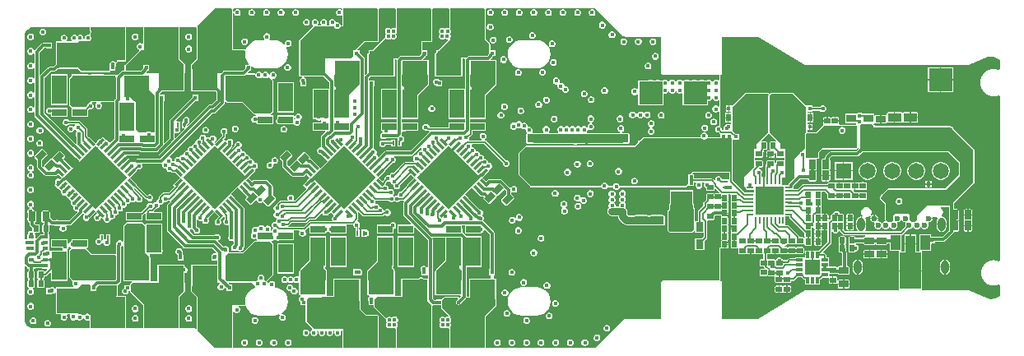
<source format=gbl>
G04*
G04 #@! TF.GenerationSoftware,Altium Limited,Altium Designer,25.7.1 (20)*
G04*
G04 Layer_Physical_Order=6*
G04 Layer_Color=16711680*
%FSLAX44Y44*%
%MOMM*%
G71*
G04*
G04 #@! TF.SameCoordinates,66F0D8C6-04CA-480C-B019-D4CA667347D7*
G04*
G04*
G04 #@! TF.FilePolarity,Positive*
G04*
G01*
G75*
%ADD11C,0.2000*%
%ADD20C,0.1500*%
G04:AMPARAMS|DCode=23|XSize=0.55mm|YSize=0.65mm|CornerRadius=0.055mm|HoleSize=0mm|Usage=FLASHONLY|Rotation=270.000|XOffset=0mm|YOffset=0mm|HoleType=Round|Shape=RoundedRectangle|*
%AMROUNDEDRECTD23*
21,1,0.5500,0.5400,0,0,270.0*
21,1,0.4400,0.6500,0,0,270.0*
1,1,0.1100,-0.2700,-0.2200*
1,1,0.1100,-0.2700,0.2200*
1,1,0.1100,0.2700,0.2200*
1,1,0.1100,0.2700,-0.2200*
%
%ADD23ROUNDEDRECTD23*%
G04:AMPARAMS|DCode=24|XSize=0.55mm|YSize=0.65mm|CornerRadius=0.055mm|HoleSize=0mm|Usage=FLASHONLY|Rotation=180.000|XOffset=0mm|YOffset=0mm|HoleType=Round|Shape=RoundedRectangle|*
%AMROUNDEDRECTD24*
21,1,0.5500,0.5400,0,0,180.0*
21,1,0.4400,0.6500,0,0,180.0*
1,1,0.1100,-0.2200,0.2700*
1,1,0.1100,0.2200,0.2700*
1,1,0.1100,0.2200,-0.2700*
1,1,0.1100,-0.2200,-0.2700*
%
%ADD24ROUNDEDRECTD24*%
G04:AMPARAMS|DCode=25|XSize=0.9mm|YSize=1.4mm|CornerRadius=0.09mm|HoleSize=0mm|Usage=FLASHONLY|Rotation=90.000|XOffset=0mm|YOffset=0mm|HoleType=Round|Shape=RoundedRectangle|*
%AMROUNDEDRECTD25*
21,1,0.9000,1.2200,0,0,90.0*
21,1,0.7200,1.4000,0,0,90.0*
1,1,0.1800,0.6100,0.3600*
1,1,0.1800,0.6100,-0.3600*
1,1,0.1800,-0.6100,-0.3600*
1,1,0.1800,-0.6100,0.3600*
%
%ADD25ROUNDEDRECTD25*%
G04:AMPARAMS|DCode=34|XSize=0.7mm|YSize=1mm|CornerRadius=0.07mm|HoleSize=0mm|Usage=FLASHONLY|Rotation=90.000|XOffset=0mm|YOffset=0mm|HoleType=Round|Shape=RoundedRectangle|*
%AMROUNDEDRECTD34*
21,1,0.7000,0.8600,0,0,90.0*
21,1,0.5600,1.0000,0,0,90.0*
1,1,0.1400,0.4300,0.2800*
1,1,0.1400,0.4300,-0.2800*
1,1,0.1400,-0.4300,-0.2800*
1,1,0.1400,-0.4300,0.2800*
%
%ADD34ROUNDEDRECTD34*%
%ADD39R,0.4200X0.5000*%
%ADD72C,0.3000*%
%ADD73C,0.9000*%
%ADD76C,0.7500*%
%ADD77C,0.6000*%
%ADD78O,0.8000X1.4000*%
%ADD79R,1.6500X1.6500*%
%ADD80C,1.6500*%
%ADD81C,0.4500*%
%ADD82R,2.6500X2.2000*%
%ADD83R,0.4000X0.3000*%
%ADD84R,0.4000X0.4000*%
%ADD85R,1.4950X2.9500*%
%ADD86R,1.4950X0.7000*%
G04:AMPARAMS|DCode=87|XSize=0.7mm|YSize=1mm|CornerRadius=0.07mm|HoleSize=0mm|Usage=FLASHONLY|Rotation=315.000|XOffset=0mm|YOffset=0mm|HoleType=Round|Shape=RoundedRectangle|*
%AMROUNDEDRECTD87*
21,1,0.7000,0.8600,0,0,315.0*
21,1,0.5600,1.0000,0,0,315.0*
1,1,0.1400,-0.1061,-0.5021*
1,1,0.1400,-0.5021,-0.1061*
1,1,0.1400,0.1061,0.5021*
1,1,0.1400,0.5021,0.1061*
%
%ADD87ROUNDEDRECTD87*%
G04:AMPARAMS|DCode=88|XSize=0.9mm|YSize=0.3mm|CornerRadius=0mm|HoleSize=0mm|Usage=FLASHONLY|Rotation=315.000|XOffset=0mm|YOffset=0mm|HoleType=Round|Shape=Rectangle|*
%AMROTATEDRECTD88*
4,1,4,-0.4243,0.2121,-0.2121,0.4243,0.4243,-0.2121,0.2121,-0.4243,-0.4243,0.2121,0.0*
%
%ADD88ROTATEDRECTD88*%

%ADD89R,2.2900X1.0140*%
%ADD90R,0.4000X0.4000*%
%ADD91R,2.2000X2.6500*%
%ADD92R,0.3000X0.4000*%
%ADD93R,2.4500X2.3500*%
%ADD94R,0.7620X1.0140*%
%ADD95R,0.5000X0.2500*%
%ADD96R,0.2000X0.7500*%
%ADD97R,0.7500X0.2000*%
%ADD98R,2.9000X2.9000*%
%ADD99R,0.3000X0.7000*%
%ADD100R,0.7000X0.3000*%
%ADD101R,1.5000X1.5000*%
%ADD102R,0.4000X0.4250*%
%ADD103R,0.9500X1.1500*%
%ADD104R,0.4800X0.8000*%
%ADD105R,1.0140X0.7620*%
%ADD106R,1.0140X2.2900*%
G04:AMPARAMS|DCode=107|XSize=0.7mm|YSize=1mm|CornerRadius=0.07mm|HoleSize=0mm|Usage=FLASHONLY|Rotation=180.000|XOffset=0mm|YOffset=0mm|HoleType=Round|Shape=RoundedRectangle|*
%AMROUNDEDRECTD107*
21,1,0.7000,0.8600,0,0,180.0*
21,1,0.5600,1.0000,0,0,180.0*
1,1,0.1400,-0.2800,0.4300*
1,1,0.1400,0.2800,0.4300*
1,1,0.1400,0.2800,-0.4300*
1,1,0.1400,-0.2800,-0.4300*
%
%ADD107ROUNDEDRECTD107*%
%ADD108R,1.0000X1.5000*%
%ADD109R,1.0000X1.8000*%
%ADD110R,2.2000X3.7000*%
G04:AMPARAMS|DCode=111|XSize=0.9mm|YSize=0.3mm|CornerRadius=0mm|HoleSize=0mm|Usage=FLASHONLY|Rotation=225.000|XOffset=0mm|YOffset=0mm|HoleType=Round|Shape=Rectangle|*
%AMROTATEDRECTD111*
4,1,4,0.2121,0.4243,0.4243,0.2121,-0.2121,-0.4243,-0.4243,-0.2121,0.2121,0.4243,0.0*
%
%ADD111ROTATEDRECTD111*%

%ADD112P,6.5054X4X270.0*%
%ADD113R,0.2500X0.5000*%
%ADD114R,0.5750X0.3500*%
%ADD115R,2.2350X1.7250*%
%ADD116R,0.4050X0.8100*%
%ADD117R,0.4050X0.9900*%
%ADD118R,0.9800X3.4000*%
%ADD119C,0.1016*%
G36*
X329181Y173999D02*
X329105Y173330D01*
X328158Y172960D01*
X327978Y173139D01*
X326692Y173672D01*
X325299D01*
X324013Y173139D01*
X323029Y172155D01*
X322496Y170868D01*
Y169476D01*
X323029Y168189D01*
X324013Y167205D01*
X325299Y166672D01*
X326692D01*
X327978Y167205D01*
X328303Y167529D01*
X329319Y167108D01*
Y157052D01*
X327291D01*
Y157404D01*
X326758Y158691D01*
X325773Y159675D01*
X324487Y160208D01*
X323095D01*
X323086Y160205D01*
X322182Y160930D01*
X321737Y162003D01*
X320753Y162987D01*
X319466Y163520D01*
X318074D01*
X316787Y162987D01*
X315803Y162003D01*
X315270Y160716D01*
Y159324D01*
X315803Y158037D01*
X315351Y157052D01*
X313189D01*
X312768Y158068D01*
X312847Y158147D01*
X313380Y159434D01*
Y160826D01*
X312847Y162113D01*
X311863Y163097D01*
X310576Y163630D01*
X309184D01*
X307897Y163097D01*
X306913Y162113D01*
X306380Y160826D01*
Y159434D01*
X306913Y158147D01*
X306992Y158068D01*
X306571Y157052D01*
X304409D01*
X303957Y158037D01*
X304490Y159324D01*
Y160716D01*
X303957Y162003D01*
X302973Y162987D01*
X301686Y163520D01*
X300294D01*
X299007Y162987D01*
X298023Y162003D01*
X297490Y160716D01*
Y159324D01*
X298023Y158037D01*
X298643Y157417D01*
X299002Y157038D01*
X298653Y156100D01*
X284883Y142330D01*
X284566Y141564D01*
Y125430D01*
X284566Y125430D01*
X284632Y125271D01*
Y104172D01*
X287947D01*
X288009Y103182D01*
X286723Y102649D01*
X285739Y101664D01*
X285206Y100378D01*
Y98986D01*
X285739Y97699D01*
X286132Y97306D01*
Y94172D01*
X292132D01*
Y98807D01*
X292206Y98986D01*
Y100378D01*
X291673Y101664D01*
X290688Y102649D01*
X289402Y103182D01*
X289465Y104172D01*
X309527D01*
X315505Y98194D01*
Y91774D01*
X298960D01*
Y60274D01*
X302277D01*
X303018Y59533D01*
X304304Y59001D01*
X305696D01*
X306983Y59533D01*
X307098Y59648D01*
X307138Y59636D01*
X307426Y58487D01*
X307202Y58263D01*
X306793Y57274D01*
X298960D01*
Y48274D01*
X311262D01*
X311683Y47258D01*
X307535Y43110D01*
X306982Y42283D01*
X306788Y41307D01*
Y32347D01*
X306818Y32198D01*
X306010Y31182D01*
X304723Y30649D01*
X303739Y29664D01*
X303206Y28378D01*
Y26986D01*
X303739Y25699D01*
X304723Y24715D01*
X306010Y24182D01*
X306827D01*
X310160Y20849D01*
X310369Y20710D01*
X314083Y16995D01*
X313365Y16276D01*
X307012Y9923D01*
X303298Y13638D01*
X303158Y13847D01*
X298179Y18826D01*
X297352Y19379D01*
X296376Y19573D01*
X296247D01*
X295655Y20428D01*
X295632Y20504D01*
X295757Y21135D01*
X295625Y21798D01*
X295250Y22360D01*
X291290Y26320D01*
X290728Y26696D01*
X290064Y26828D01*
X289401Y26696D01*
X288839Y26320D01*
X282758Y20239D01*
X282382Y19677D01*
X282064Y18828D01*
X281401Y18696D01*
X280839Y18321D01*
X274758Y12240D01*
X273919Y12157D01*
X272593Y13484D01*
Y17051D01*
X277350Y21809D01*
X277726Y22371D01*
X277858Y23035D01*
X277726Y23698D01*
X277350Y24260D01*
X273391Y28220D01*
X272828Y28596D01*
X272165Y28728D01*
X271502Y28596D01*
X270939Y28220D01*
X264858Y22139D01*
X264482Y21577D01*
X264350Y20913D01*
X264482Y20250D01*
X264858Y19688D01*
X267495Y17051D01*
Y12428D01*
X267689Y11452D01*
X268241Y10625D01*
X276815Y2052D01*
X277642Y1499D01*
X278618Y1305D01*
X288922D01*
X289407Y1402D01*
X289897Y1499D01*
X289897Y1499D01*
X289897Y1499D01*
X290217Y1713D01*
X290724Y2052D01*
X291844Y3172D01*
X292482Y3172D01*
X292690Y3032D01*
X295698Y24D01*
X294812Y-862D01*
X294603Y-1002D01*
X292482Y-3123D01*
X292342Y-3332D01*
X288627Y-7047D01*
X292163Y-10582D01*
X292160Y-11597D01*
X285481Y-18277D01*
X285480Y-18277D01*
X280123Y-23635D01*
X279325Y-23551D01*
X278876Y-22622D01*
X279373Y-21422D01*
Y-20030D01*
X278840Y-18743D01*
X277856Y-17759D01*
X276569Y-17226D01*
X275177D01*
X273890Y-17759D01*
X272906Y-18743D01*
X272373Y-20030D01*
Y-21422D01*
X272906Y-22708D01*
X272950Y-22753D01*
X272561Y-23691D01*
X265633D01*
X264950Y-23827D01*
X264371Y-24214D01*
X261882Y-26704D01*
X261495Y-27282D01*
X261359Y-27964D01*
X261216D01*
X259930Y-28497D01*
X258945Y-29481D01*
X258412Y-30768D01*
Y-32160D01*
X258945Y-33447D01*
X259525Y-34027D01*
X259820Y-34682D01*
X259525Y-35354D01*
X258953Y-35927D01*
X258420Y-37213D01*
Y-38606D01*
X258953Y-39892D01*
X259937Y-40877D01*
X261025Y-41327D01*
X261308Y-42022D01*
X261363Y-42426D01*
X261172Y-42617D01*
X260639Y-43903D01*
Y-45267D01*
X259290D01*
X258004Y-45800D01*
X257019Y-46784D01*
X256486Y-48071D01*
Y-49463D01*
X257019Y-50749D01*
X257945Y-51675D01*
X257086Y-52534D01*
X256553Y-53820D01*
Y-54375D01*
X256272Y-54453D01*
X255524Y-53604D01*
X255599Y-53422D01*
Y-52029D01*
X255067Y-50743D01*
X254082Y-49758D01*
X252796Y-49226D01*
X251403D01*
X250117Y-49758D01*
X249573Y-50302D01*
X248386Y-50091D01*
X248373Y-50060D01*
X247389Y-49076D01*
X246102Y-48543D01*
X244710D01*
X243424Y-49076D01*
X242439Y-50060D01*
X242302Y-50390D01*
X241077Y-50694D01*
X240135Y-50303D01*
X238742D01*
X237456Y-50836D01*
X236471Y-51821D01*
X235938Y-53107D01*
Y-54499D01*
X236401Y-55616D01*
X236388Y-56303D01*
X236298Y-56759D01*
X235313Y-57743D01*
X234780Y-59030D01*
Y-60422D01*
X235313Y-61708D01*
X236298Y-62693D01*
X237584Y-63226D01*
X238977D01*
X240033Y-62788D01*
X241049Y-63235D01*
Y-64226D01*
X240433Y-64987D01*
X238961D01*
X238961Y-64986D01*
X238196Y-65304D01*
X238196Y-65304D01*
X226606Y-76893D01*
X212414D01*
X212055Y-75877D01*
X212554Y-74672D01*
Y-73280D01*
X212021Y-71993D01*
X211037Y-71009D01*
X209750Y-70476D01*
X208358D01*
X207071Y-71009D01*
X206927Y-71154D01*
X206837D01*
X201408Y-65725D01*
X201646Y-64526D01*
X202041Y-64362D01*
X203026Y-63378D01*
X203559Y-62091D01*
Y-60699D01*
X203026Y-59413D01*
X202041Y-58428D01*
X200755Y-57895D01*
X199362D01*
X198076Y-58428D01*
X197658Y-58846D01*
X176485D01*
X172154Y-54515D01*
X172575Y-53499D01*
X172696D01*
X173983Y-52967D01*
X175078Y-53308D01*
X175198Y-53487D01*
X175863Y-54153D01*
Y-54889D01*
X176396Y-56175D01*
X177381Y-57160D01*
X178667Y-57692D01*
X180060D01*
X181346Y-57160D01*
X182331Y-56175D01*
X182863Y-54889D01*
Y-53496D01*
X182331Y-52210D01*
X181346Y-51225D01*
X180060Y-50692D01*
X179612D01*
X179549Y-50629D01*
Y-47928D01*
X179355Y-46953D01*
X179255Y-46803D01*
Y-43464D01*
X179531Y-43314D01*
X180271Y-43153D01*
X181099Y-43981D01*
X182385Y-44514D01*
X183778D01*
X183983Y-44429D01*
X185068Y-45079D01*
X185454Y-46010D01*
X186439Y-46995D01*
X187725Y-47527D01*
X189118D01*
X190404Y-46995D01*
X191388Y-46010D01*
X191921Y-44724D01*
Y-43331D01*
X191388Y-42045D01*
X191110Y-41766D01*
X191686Y-41189D01*
X191704Y-41163D01*
X193808Y-39059D01*
X193888Y-38939D01*
X197496Y-35331D01*
X202068Y-39904D01*
X200380Y-41592D01*
X199993Y-42171D01*
X199989Y-42190D01*
X199085Y-42565D01*
X198100Y-43549D01*
X197567Y-44836D01*
Y-46228D01*
X198100Y-47515D01*
X199085Y-48499D01*
X200371Y-49032D01*
X201763D01*
X203050Y-48499D01*
X204035Y-47515D01*
X204567Y-46228D01*
Y-44836D01*
X204035Y-43549D01*
X203752Y-43267D01*
X205828Y-41189D01*
X205926Y-41043D01*
X207254Y-39716D01*
X208270Y-40136D01*
Y-42153D01*
X208071Y-42235D01*
X207087Y-43219D01*
X206554Y-44506D01*
Y-45898D01*
X207087Y-47185D01*
X208071Y-48169D01*
X209358Y-48702D01*
X210750D01*
X211489Y-48396D01*
X212505Y-49028D01*
Y-59354D01*
X211942Y-59917D01*
X211409Y-61203D01*
Y-62595D01*
X211942Y-63882D01*
X212927Y-64866D01*
X214213Y-65399D01*
X215606D01*
X216489Y-65033D01*
X217505Y-65581D01*
Y-67991D01*
X217002Y-68494D01*
X216882Y-68673D01*
X216071Y-69009D01*
X215087Y-69993D01*
X214554Y-71280D01*
Y-72672D01*
X215087Y-73959D01*
X216071Y-74943D01*
X217358Y-75476D01*
X218750D01*
X220036Y-74943D01*
X220048Y-74932D01*
X221417Y-74945D01*
X221808Y-75336D01*
X223095Y-75869D01*
X224487D01*
X225773Y-75336D01*
X226758Y-74352D01*
X227291Y-73065D01*
Y-72230D01*
X227856Y-71664D01*
X228175Y-71187D01*
X228409Y-70837D01*
X228409Y-70837D01*
X228409Y-70837D01*
X228498Y-70391D01*
X228603Y-69862D01*
Y-32070D01*
X228409Y-31094D01*
X227856Y-30267D01*
X218390Y-20801D01*
X218181Y-20662D01*
X214466Y-16947D01*
X215185Y-16228D01*
X221538Y-9875D01*
X225252Y-13590D01*
X225392Y-13799D01*
X228405Y-16812D01*
X228645Y-17171D01*
X231096Y-19623D01*
X229858Y-20861D01*
X229482Y-21423D01*
X229350Y-22087D01*
X229482Y-22750D01*
X229858Y-23312D01*
X233818Y-27272D01*
X234380Y-27648D01*
X235043Y-27780D01*
X235707Y-27648D01*
X236269Y-27272D01*
X240052Y-23489D01*
X241197Y-23781D01*
X241524Y-24569D01*
X242508Y-25553D01*
X243795Y-26086D01*
X245187D01*
X246473Y-25553D01*
X246648Y-25379D01*
X247758Y-25212D01*
X251718Y-29172D01*
X252280Y-29547D01*
X252943Y-29679D01*
X253607Y-29547D01*
X254169Y-29172D01*
X260250Y-23091D01*
X260626Y-22528D01*
X260758Y-21865D01*
X260626Y-21202D01*
X260250Y-20639D01*
X257614Y-18003D01*
Y-8987D01*
X257420Y-8011D01*
X256867Y-7184D01*
X252556Y-2873D01*
X251729Y-2320D01*
X250753Y-2126D01*
X238758D01*
X238758Y-2126D01*
X238758Y-2126D01*
X238225Y-2232D01*
X237783Y-2320D01*
X237783Y-2320D01*
X237783Y-2320D01*
X237229Y-2690D01*
X236956Y-2873D01*
X236649Y-2928D01*
X235648Y-2772D01*
X232886Y-10D01*
X236068Y3171D01*
X236207Y3380D01*
X239922Y7095D01*
X239388Y7629D01*
X239767Y8687D01*
X240766Y9100D01*
X241751Y10085D01*
X242284Y11371D01*
Y12764D01*
X241751Y14050D01*
X240766Y15035D01*
X239480Y15568D01*
X238171D01*
Y16782D01*
X237638Y18069D01*
X236654Y19053D01*
X235367Y19586D01*
X234461D01*
X234377Y19711D01*
Y21103D01*
X233844Y22390D01*
X232860Y23375D01*
X231574Y23907D01*
X230181D01*
X230051Y23995D01*
Y24891D01*
X229518Y26177D01*
X228533Y27162D01*
X227247Y27694D01*
X225854D01*
X225792Y27736D01*
Y28754D01*
X225259Y30041D01*
X224275Y31025D01*
X224225Y31276D01*
X224967Y32018D01*
X225500Y33304D01*
Y34697D01*
X224967Y35983D01*
X223982Y36968D01*
X222696Y37501D01*
X221304D01*
X220017Y36968D01*
X219033Y35983D01*
X218500Y34697D01*
Y33591D01*
X215963Y31054D01*
X215173Y31844D01*
X215489Y32365D01*
X215490Y32365D01*
X215522Y32527D01*
X215522Y32527D01*
X215556Y32701D01*
X215684Y33341D01*
Y34113D01*
X216389Y34818D01*
X216922Y36105D01*
Y37497D01*
X216389Y38783D01*
X215404Y39768D01*
X214118Y40301D01*
X212726D01*
X211439Y39768D01*
X210455Y38783D01*
X210225Y38229D01*
X209027Y37991D01*
X207293Y39724D01*
X208751Y41182D01*
X209137Y41761D01*
X209273Y42444D01*
Y44823D01*
X209472Y44905D01*
X210456Y45889D01*
X210989Y47176D01*
Y48568D01*
X210456Y49854D01*
X209472Y50839D01*
X208185Y51372D01*
X206793D01*
X205506Y50839D01*
X204522Y49854D01*
X203989Y48568D01*
Y47176D01*
X204522Y45889D01*
X205506Y44905D01*
X205705Y44823D01*
Y43183D01*
X204769Y42248D01*
X204567Y42450D01*
X198171Y36054D01*
X197971Y36161D01*
X197895Y36529D01*
X197925Y37337D01*
X198746Y38158D01*
X199279Y39445D01*
Y40837D01*
X198746Y42123D01*
X197762Y43108D01*
X196476Y43641D01*
X195083D01*
X193797Y43108D01*
X192812Y42123D01*
X192630Y41683D01*
X191431Y41444D01*
X190425Y42451D01*
X189812Y41838D01*
X188636Y42099D01*
X188341Y42813D01*
X187356Y43798D01*
X186070Y44330D01*
X184678D01*
X183391Y43798D01*
X182407Y42813D01*
X181874Y41527D01*
Y40134D01*
X181847Y40094D01*
X180789D01*
X179503Y39561D01*
X178518Y38577D01*
X177985Y37290D01*
Y35898D01*
X177950Y35846D01*
X176915D01*
X175628Y35313D01*
X174644Y34328D01*
X174111Y33042D01*
Y32454D01*
X173815Y32256D01*
X172423D01*
X171136Y31723D01*
X170152Y30739D01*
X169619Y29453D01*
Y28060D01*
X169606Y28041D01*
X168512D01*
X167225Y27508D01*
X166241Y26523D01*
X165708Y25237D01*
Y24465D01*
X165537Y23787D01*
X164769Y23526D01*
X164080D01*
X162793Y22994D01*
X161809Y22009D01*
X161646Y21616D01*
X160337Y21058D01*
X160264Y21088D01*
X158872D01*
X157586Y20556D01*
X156601Y19571D01*
X156068Y18285D01*
X155706Y17418D01*
X154446D01*
X154037Y18348D01*
X153582Y19446D01*
X152597Y20430D01*
X151859Y20736D01*
X151587Y21902D01*
X195910Y66225D01*
X196990D01*
X197966Y66419D01*
X198792Y66972D01*
X207648Y75827D01*
X208200Y76654D01*
X208395Y77629D01*
Y77815D01*
X209333Y78204D01*
X210278Y77259D01*
X211044Y76942D01*
X226606D01*
X238195Y65352D01*
X238961Y65035D01*
X239500D01*
X240269Y64149D01*
X239750Y63524D01*
X238358D01*
X237071Y62991D01*
X236087Y62007D01*
X235554Y60720D01*
Y59328D01*
X236087Y58042D01*
X237071Y57057D01*
X238358Y56524D01*
X239750D01*
X240033Y56641D01*
X241049Y55962D01*
Y55274D01*
X257999D01*
Y64274D01*
X255581D01*
X255379Y65290D01*
X255529Y65352D01*
X257451Y67274D01*
X257999D01*
Y68101D01*
X258118Y68389D01*
Y99737D01*
X258118Y99737D01*
X257801Y100503D01*
X257801Y100503D01*
X257070Y101233D01*
X257105Y101375D01*
X257568Y102172D01*
X258692D01*
X259978Y102705D01*
X260963Y103689D01*
X261496Y104976D01*
Y106368D01*
X260963Y107654D01*
X259978Y108639D01*
X258692Y109172D01*
X257299D01*
X256013Y108639D01*
X255029Y107654D01*
X254496Y106368D01*
Y106258D01*
X253480Y105637D01*
X253378Y105689D01*
X253376Y105692D01*
Y106545D01*
X252843Y107832D01*
X251859Y108816D01*
X250572Y109349D01*
X249180D01*
X247894Y108816D01*
X247057Y107979D01*
X246368Y107922D01*
X245881Y108004D01*
X245009Y108876D01*
X243722Y109409D01*
X242330D01*
X241044Y108876D01*
X240059Y107891D01*
X239809Y107287D01*
X239526Y107404D01*
X232296D01*
X231907Y108343D01*
X233548Y109984D01*
X233548Y109984D01*
X233548Y109984D01*
X233774Y110322D01*
X235246D01*
Y114227D01*
X235523Y114364D01*
X236262Y114624D01*
X239711Y113195D01*
X243496Y112697D01*
X258496D01*
X262281Y113195D01*
X265808Y114656D01*
X268837Y116980D01*
X271161Y120009D01*
X272623Y123537D01*
X273121Y127322D01*
X272623Y131107D01*
X271271Y134370D01*
X271811Y135057D01*
X271989Y135173D01*
X272796Y134838D01*
X274188D01*
X275475Y135371D01*
X276459Y136356D01*
X276992Y137642D01*
Y139035D01*
X276459Y140321D01*
X275475Y141306D01*
X274188Y141839D01*
X272796D01*
X271509Y141306D01*
X270525Y140321D01*
X269992Y139035D01*
Y137827D01*
X269436Y137488D01*
X269053Y137382D01*
X268837Y137663D01*
X265808Y139988D01*
X262281Y141449D01*
X258496Y141947D01*
X254309D01*
X253888Y142963D01*
X254311Y143386D01*
X254844Y144673D01*
Y146065D01*
X254311Y147352D01*
X253327Y148336D01*
X252041Y148869D01*
X250648D01*
X249362Y148336D01*
X248377Y147352D01*
X247844Y146065D01*
Y144673D01*
X248377Y143386D01*
X248801Y142963D01*
X248380Y141947D01*
X243496D01*
X239711Y141449D01*
X236183Y139988D01*
X233154Y137663D01*
X230830Y134635D01*
X229957Y132526D01*
X229903Y132456D01*
X229801Y132332D01*
X228677Y132093D01*
X228658Y132102D01*
X228622Y132090D01*
X228587Y132104D01*
X216483D01*
Y169467D01*
X217496Y169476D01*
X218029Y168189D01*
X219013Y167205D01*
X220299Y166672D01*
X221692D01*
X222978Y167205D01*
X223963Y168189D01*
X224496Y169476D01*
Y170868D01*
X223963Y172155D01*
X222978Y173139D01*
X221692Y173672D01*
X220299D01*
X219013Y173139D01*
X218029Y172155D01*
X217496Y170868D01*
X216483Y170877D01*
Y174051D01*
X216484Y174051D01*
X217285Y174769D01*
X328461Y174775D01*
X329181Y173999D01*
D02*
G37*
G36*
X178461Y155260D02*
X179319Y154698D01*
Y122904D01*
X173598Y117183D01*
X173281Y116418D01*
Y111558D01*
X173346Y111400D01*
Y89322D01*
X198241D01*
X199297Y88266D01*
Y80342D01*
X194277Y75323D01*
X193198D01*
X192222Y75129D01*
X191395Y74576D01*
X170261Y53442D01*
X169391Y53850D01*
X169364Y54485D01*
X169971Y55093D01*
X170524Y55919D01*
X170618Y56395D01*
X171423Y57199D01*
X171956Y58486D01*
Y59878D01*
X171423Y61164D01*
X170438Y62149D01*
X169152Y62682D01*
X167760D01*
X166473Y62149D01*
X165489Y61164D01*
X164956Y59878D01*
Y58486D01*
X164753Y58182D01*
X164456D01*
Y56564D01*
X164351Y56407D01*
X164157Y55432D01*
Y54682D01*
X164351Y53706D01*
X164456Y53549D01*
Y51182D01*
X166673D01*
X167062Y50243D01*
X157619Y40800D01*
X156603Y41221D01*
Y45932D01*
X157619Y46503D01*
X158463Y46153D01*
X159856D01*
X161142Y46686D01*
X162127Y47670D01*
X162659Y48957D01*
Y50349D01*
X162369Y51051D01*
X162456Y51182D01*
X162456D01*
Y58182D01*
X158747D01*
X158327Y59198D01*
X178451Y79322D01*
X180846D01*
Y85322D01*
X174846D01*
Y82927D01*
X152252Y60333D01*
X151699Y59506D01*
X151505Y58530D01*
Y40946D01*
X146433Y35874D01*
X145494Y36262D01*
Y79322D01*
X145946D01*
Y85322D01*
X141737D01*
X141316Y86338D01*
X142748Y87770D01*
X143044Y88213D01*
X143300Y88597D01*
X143301Y88597D01*
X143301Y88597D01*
X143403Y89111D01*
X143445Y89322D01*
X166945D01*
Y107829D01*
X167021Y108001D01*
X167040Y109010D01*
X167036Y109020D01*
X167040Y109030D01*
Y116914D01*
X166723Y117679D01*
X166723Y117679D01*
X161483Y122919D01*
Y155148D01*
X177616D01*
X177616Y155148D01*
X178303Y155285D01*
X178461Y155260D01*
D02*
G37*
G36*
X69319Y154961D02*
Y152270D01*
X69401Y152071D01*
Y151856D01*
X69714Y151099D01*
Y150138D01*
X69401Y149381D01*
Y149166D01*
X69319Y148967D01*
Y147815D01*
X68474Y147250D01*
X68107Y147402D01*
X66714D01*
X65428Y146869D01*
X64443Y145885D01*
X63910Y144598D01*
Y143549D01*
X63501Y143356D01*
X63187Y143498D01*
X62863Y143921D01*
Y144518D01*
X62331Y145805D01*
X61346Y146789D01*
X60060Y147322D01*
X58667D01*
X57381Y146789D01*
X56958Y146367D01*
X56393Y145807D01*
X55631Y146367D01*
X55307Y146691D01*
X54021Y147224D01*
X52628D01*
X51342Y146691D01*
X50357Y145706D01*
X49824Y144420D01*
Y143027D01*
X50357Y141741D01*
X50358Y141740D01*
X49937Y140724D01*
X45974D01*
X45554Y141740D01*
X45873Y142059D01*
X46406Y143346D01*
Y144738D01*
X45873Y146025D01*
X44889Y147009D01*
X43602Y147542D01*
X42210D01*
X40923Y147009D01*
X39939Y146025D01*
X39406Y144738D01*
Y143346D01*
X39939Y142059D01*
X40258Y141740D01*
X39837Y140724D01*
X34496D01*
Y117125D01*
X34263Y117079D01*
X33436Y116526D01*
X31682Y114773D01*
X28792D01*
X27817Y114579D01*
X26990Y114026D01*
X18692Y105729D01*
X17377Y105590D01*
X17194Y105730D01*
Y128560D01*
X22310Y133675D01*
X24496D01*
Y133224D01*
X30496D01*
Y139224D01*
X24496D01*
Y138773D01*
X21254D01*
X20279Y138579D01*
X19452Y138027D01*
X12843Y131418D01*
X11712Y131554D01*
X11463Y132155D01*
X10478Y133139D01*
X9192Y133672D01*
X7800D01*
X6513Y133139D01*
X5529Y132155D01*
X4996Y130868D01*
Y129476D01*
X5529Y128189D01*
X6513Y127205D01*
X7800Y126672D01*
X9192D01*
X10478Y127205D01*
X11080Y127807D01*
X12097Y127386D01*
Y117958D01*
X11080Y117537D01*
X10478Y118139D01*
X9192Y118672D01*
X7800D01*
X6513Y118139D01*
X5529Y117155D01*
X4996Y115868D01*
Y114476D01*
X5529Y113189D01*
X6513Y112205D01*
X7800Y111672D01*
X9192D01*
X10478Y112205D01*
X11080Y112807D01*
X12097Y112386D01*
Y102958D01*
X11080Y102537D01*
X10478Y103139D01*
X9192Y103672D01*
X7800D01*
X6513Y103139D01*
X5529Y102155D01*
X4996Y100868D01*
Y99476D01*
X5529Y98189D01*
X6513Y97205D01*
X7800Y96672D01*
X9192D01*
X10478Y97205D01*
X11080Y97807D01*
X12097Y97386D01*
Y87958D01*
X11080Y87537D01*
X10478Y88139D01*
X9192Y88672D01*
X7800D01*
X6513Y88139D01*
X5529Y87155D01*
X4996Y85868D01*
Y84476D01*
X5529Y83189D01*
X6513Y82205D01*
X7800Y81672D01*
X9192D01*
X10478Y82205D01*
X11080Y82807D01*
X12097Y82386D01*
Y72958D01*
X11080Y72537D01*
X10478Y73139D01*
X9192Y73672D01*
X7800D01*
X6513Y73139D01*
X5529Y72154D01*
X4996Y70868D01*
Y69476D01*
X5529Y68189D01*
X6513Y67205D01*
X7800Y66672D01*
X9192D01*
X10478Y67205D01*
X11080Y67807D01*
X12097Y67386D01*
Y64410D01*
X12291Y63434D01*
X12843Y62607D01*
X54602Y20849D01*
X54811Y20709D01*
X57807Y17713D01*
X57807Y16276D01*
X52173Y10641D01*
X50736Y10641D01*
X47739Y13638D01*
X47600Y13847D01*
X44587Y16860D01*
X44346Y17220D01*
X41953Y19613D01*
X43250Y20909D01*
X43625Y21472D01*
X43757Y22135D01*
X43625Y22798D01*
X43250Y23361D01*
X39290Y27320D01*
X38728Y27696D01*
X38064Y27828D01*
X37401Y27696D01*
X36839Y27320D01*
X30758Y21239D01*
X30382Y20677D01*
X30250Y20014D01*
X29281Y19696D01*
X28719Y19320D01*
X22638Y13239D01*
X22262Y12677D01*
X22144Y12082D01*
X21873Y11907D01*
X21173Y11615D01*
X20476Y12313D01*
Y18054D01*
X25230Y22809D01*
X25606Y23371D01*
X25738Y24034D01*
X25606Y24698D01*
X25230Y25260D01*
X21271Y29220D01*
X20708Y29595D01*
X20045Y29727D01*
X19382Y29595D01*
X18819Y29220D01*
X12738Y23139D01*
X12363Y22576D01*
X12231Y21913D01*
X12363Y21250D01*
X12738Y20687D01*
X15378Y18048D01*
Y11257D01*
X15572Y10282D01*
X16124Y9455D01*
X22658Y2921D01*
X23485Y2368D01*
X24461Y2174D01*
X34233D01*
X34233Y2174D01*
X34233Y2174D01*
X34767Y2281D01*
X35208Y2368D01*
X35208Y2368D01*
X35209Y2368D01*
X35762Y2738D01*
X36035Y2921D01*
X36342Y2977D01*
X37343Y2821D01*
X40085Y79D01*
X40080Y33D01*
X38590Y-1457D01*
X37446Y-983D01*
X36054D01*
X34768Y-1516D01*
X33783Y-2500D01*
X33250Y-3787D01*
Y-5179D01*
X33744Y-6372D01*
X33069Y-7047D01*
X36605Y-10582D01*
X36605Y-10582D01*
X36605Y-10583D01*
X37323Y-11301D01*
X39778Y-13755D01*
X39731Y-13867D01*
Y-15260D01*
X40264Y-16546D01*
X41248Y-17530D01*
X42535Y-18063D01*
X43927D01*
X44039Y-18017D01*
X47211Y-21189D01*
X47211D01*
X47212Y-21190D01*
X50120Y-24098D01*
X49700Y-25112D01*
Y-26504D01*
X50233Y-27791D01*
X51217Y-28775D01*
X52504Y-29308D01*
X52545Y-29371D01*
X52156Y-30311D01*
Y-31704D01*
X52689Y-32990D01*
X53674Y-33974D01*
X54960Y-34507D01*
X56104D01*
X56546Y-35237D01*
X56602Y-35446D01*
X48002Y-44046D01*
X37672D01*
X37254Y-43627D01*
X35967Y-43095D01*
X34575D01*
X33289Y-43627D01*
X33157Y-43759D01*
X31364D01*
X29303Y-41697D01*
X28533Y-41183D01*
Y-35699D01*
X28402Y-35036D01*
X28026Y-34474D01*
X27464Y-34098D01*
X26800Y-33966D01*
X21200D01*
X20537Y-34098D01*
X19975Y-34474D01*
X19599Y-35036D01*
X19467Y-35699D01*
Y-44299D01*
X19599Y-44963D01*
X19975Y-45525D01*
X20537Y-45901D01*
X21200Y-46033D01*
X21389D01*
Y-47846D01*
X21172Y-47889D01*
X20659Y-48232D01*
X20316Y-48745D01*
X20196Y-49349D01*
Y-54749D01*
X20316Y-55354D01*
X20659Y-55867D01*
X21172Y-56210D01*
X21389Y-56253D01*
Y-57928D01*
X20000D01*
Y-58374D01*
X19109D01*
X18133Y-58568D01*
X17306Y-59120D01*
X14006Y-62420D01*
X12990Y-61999D01*
Y-57928D01*
X12962D01*
X12699Y-57237D01*
X13317Y-56331D01*
X16172D01*
X16777Y-56211D01*
X17290Y-55868D01*
X17632Y-55355D01*
X17753Y-54750D01*
Y-49351D01*
X17632Y-48746D01*
X17290Y-48233D01*
X16777Y-47890D01*
X16172Y-47770D01*
X13683D01*
X13198Y-47446D01*
X13015Y-47409D01*
X12654Y-47049D01*
X12800Y-46033D01*
X13463Y-45901D01*
X14026Y-45525D01*
X14402Y-44963D01*
X14533Y-44299D01*
Y-35699D01*
X14402Y-35036D01*
X14026Y-34474D01*
X13463Y-34098D01*
X12800Y-33966D01*
X11927D01*
X11463Y-32845D01*
X10478Y-31861D01*
X9916Y-31628D01*
Y-30528D01*
X10478Y-30295D01*
X11463Y-29311D01*
X11996Y-28024D01*
Y-26632D01*
X11463Y-25345D01*
X10478Y-24361D01*
X9192Y-23828D01*
X7800D01*
X6513Y-24361D01*
X5529Y-25345D01*
X4996Y-26632D01*
Y-28024D01*
X5529Y-29311D01*
X6513Y-30295D01*
X7076Y-30528D01*
Y-31628D01*
X6513Y-31861D01*
X5529Y-32845D01*
X4996Y-34132D01*
Y-35524D01*
X5467Y-36662D01*
Y-40494D01*
X4996Y-41632D01*
Y-43024D01*
X5467Y-44162D01*
Y-44299D01*
X5599Y-44963D01*
X5975Y-45525D01*
X6537Y-45901D01*
X7200Y-46033D01*
X7451D01*
Y-47999D01*
X7645Y-48975D01*
X8198Y-49802D01*
X9999Y-51603D01*
X10192Y-51732D01*
Y-54136D01*
X9648Y-54500D01*
X8256D01*
X6969Y-55032D01*
X5985Y-56017D01*
X5452Y-57303D01*
Y-57928D01*
X5240D01*
X5240Y-63184D01*
X5071Y-63184D01*
X4006D01*
X3058Y-63577D01*
X2042Y-63067D01*
X2033Y145200D01*
X2030Y145213D01*
X2032Y145226D01*
X2030Y145394D01*
Y146342D01*
X2405Y148228D01*
X3141Y150004D01*
X4209Y151602D01*
X5568Y152962D01*
X7167Y154030D01*
X8943Y154765D01*
X10828Y155140D01*
X11789D01*
X11824Y155147D01*
X11859Y155141D01*
X12050Y155148D01*
X68303D01*
X69319Y154961D01*
D02*
G37*
G36*
X439319Y174062D02*
Y155086D01*
X438303Y154407D01*
X437957Y154550D01*
X436564D01*
X435278Y154017D01*
X434463Y153202D01*
X433749Y153917D01*
X432462Y154450D01*
X431070D01*
X429784Y153917D01*
X428799Y152933D01*
X428266Y151646D01*
Y150254D01*
X428799Y148967D01*
X429380Y148386D01*
X428799Y147804D01*
X428266Y146518D01*
Y145126D01*
X428799Y143839D01*
X429784Y142854D01*
X431070Y142322D01*
X432462D01*
X433749Y142854D01*
X434447Y143553D01*
X435078Y142921D01*
X436365Y142388D01*
X437452D01*
X437946Y141469D01*
X437950Y141450D01*
X427672Y131172D01*
X425859D01*
Y129359D01*
X424672Y128172D01*
X424360Y128172D01*
X424286Y127337D01*
X424286Y127336D01*
X424286Y127332D01*
X424287Y127186D01*
X424298Y124881D01*
X424360Y124734D01*
Y104172D01*
X452859D01*
Y122715D01*
X454657D01*
X455325Y121699D01*
X455223Y121188D01*
Y91774D01*
X438348D01*
Y87980D01*
X438078Y87329D01*
Y85937D01*
X438348Y85287D01*
Y60275D01*
X455223D01*
Y57274D01*
X438348D01*
Y51785D01*
X418500D01*
Y52766D01*
X417967Y54053D01*
X416983Y55037D01*
X415696Y55570D01*
X414304D01*
X413018Y55037D01*
X412033Y54053D01*
X411500Y52766D01*
Y51374D01*
X412033Y50087D01*
X413018Y49103D01*
X414304Y48570D01*
X415696D01*
X416113Y48743D01*
X416117Y48739D01*
X416696Y48352D01*
X417379Y48216D01*
X418126D01*
X418546Y47200D01*
X399067Y27721D01*
X373880D01*
X372904Y27527D01*
X372077Y26974D01*
X366796Y21693D01*
X365631Y21964D01*
X365324Y22703D01*
X364340Y23688D01*
X363876Y23880D01*
X363797Y24281D01*
X364329Y25568D01*
Y26960D01*
X363797Y28247D01*
X362812Y29231D01*
X361947Y29590D01*
X361452Y30367D01*
X361401Y30780D01*
X361545Y31502D01*
Y94172D01*
X361996D01*
Y100172D01*
X356112D01*
Y102184D01*
X358100Y104172D01*
X382995D01*
Y121887D01*
X384136D01*
X384969Y120871D01*
X384951Y120780D01*
Y91774D01*
X368961D01*
Y60274D01*
X384951D01*
Y57274D01*
X368961D01*
Y48274D01*
X369834D01*
X370289Y47689D01*
X370150Y46817D01*
X370035Y46535D01*
X369268Y46218D01*
X368283Y45233D01*
X367750Y43947D01*
Y42554D01*
X368283Y41268D01*
X369268Y40283D01*
X370554Y39751D01*
X371946D01*
X373233Y40283D01*
X373651Y40702D01*
X384844D01*
X385479Y40508D01*
X385500Y39501D01*
X385500D01*
Y32501D01*
X390000D01*
Y36228D01*
X391265Y36752D01*
X392249Y37736D01*
X392782Y39023D01*
Y40415D01*
X392249Y41702D01*
X391265Y42686D01*
X390413Y43039D01*
X389922Y43914D01*
X389895Y44235D01*
X390049Y45008D01*
Y47174D01*
X391065Y47807D01*
X391804Y47501D01*
X393196D01*
X394483Y48033D01*
X394723Y48274D01*
X406971D01*
Y57274D01*
X390049D01*
Y60274D01*
X406971D01*
Y84921D01*
X416222Y94172D01*
X416427D01*
Y94377D01*
X417651Y95601D01*
X417968Y96366D01*
Y105960D01*
X417928Y106057D01*
Y121172D01*
X412395D01*
X412006Y122111D01*
X414730Y124834D01*
X414955Y125172D01*
X416427D01*
Y131172D01*
X411855D01*
X411136Y131890D01*
X411136Y139953D01*
X420401D01*
X421166Y140270D01*
X421483Y141035D01*
Y174061D01*
X421484Y174061D01*
X422285Y174780D01*
X438600Y174780D01*
X439319Y174062D01*
D02*
G37*
G36*
X384319Y174059D02*
Y154804D01*
X383303Y154192D01*
X382529Y154512D01*
X381137D01*
X379851Y153979D01*
X379036Y153164D01*
X378321Y153879D01*
X377035Y154412D01*
X375643D01*
X374356Y153879D01*
X373372Y152895D01*
X372839Y151608D01*
Y150216D01*
X373372Y148929D01*
X373953Y148348D01*
X373372Y147766D01*
X372839Y146480D01*
Y145087D01*
X373012Y144669D01*
X372863Y144310D01*
X372863Y144310D01*
X359725Y131172D01*
X355995D01*
Y128172D01*
X354496D01*
Y107777D01*
X353051Y106332D01*
X352112Y106721D01*
Y122172D01*
X351918Y123147D01*
X351710Y123459D01*
X351366Y123974D01*
X346563Y128777D01*
Y131172D01*
X345114D01*
X344726Y132111D01*
X352568Y139953D01*
X365401D01*
X366166Y140270D01*
X366483Y141035D01*
Y174058D01*
X366484Y174058D01*
X367285Y174777D01*
X383600Y174778D01*
X384319Y174059D01*
D02*
G37*
G36*
X365401Y174058D02*
Y141035D01*
X352120D01*
X342256Y131172D01*
X340564D01*
Y129479D01*
X340054Y128970D01*
Y125172D01*
X337786Y122904D01*
X321054Y122970D01*
X287979Y123099D01*
X285648Y125430D01*
Y141564D01*
X300054Y155970D01*
X320308D01*
X320824Y154726D01*
X321808Y153741D01*
X323095Y153208D01*
X324487D01*
X325773Y153741D01*
X326758Y154726D01*
X327273Y155970D01*
X330401D01*
Y174775D01*
X364683Y174777D01*
X365401Y174058D01*
D02*
G37*
G36*
X420401Y174061D02*
Y141035D01*
X410054D01*
X410054Y127368D01*
X408149Y125463D01*
X389633D01*
X388658Y125268D01*
X388383Y125085D01*
X387831Y124716D01*
X386085Y122970D01*
X356108D01*
X356054Y123024D01*
Y125970D01*
X373628Y143544D01*
X374356Y142816D01*
X375643Y142284D01*
X377035D01*
X378321Y142816D01*
X379019Y143515D01*
X379651Y142883D01*
X380937Y142350D01*
X382330D01*
X383616Y142883D01*
X384601Y143868D01*
X385134Y145154D01*
Y146546D01*
X384601Y147833D01*
X384102Y148331D01*
X384800Y149029D01*
X385190Y149970D01*
X385401D01*
Y174778D01*
X419683Y174779D01*
X420401Y174061D01*
D02*
G37*
G36*
X105401Y121035D02*
X96968D01*
Y119375D01*
X96279Y119107D01*
X95952Y119075D01*
X95036Y119991D01*
X93750Y120524D01*
X92358D01*
X91071Y119991D01*
X90087Y119006D01*
X89554Y117720D01*
Y116328D01*
X89646Y116106D01*
X89646Y110322D01*
X88782Y109954D01*
X60663D01*
X52054Y118562D01*
Y127022D01*
X57498Y139724D01*
X58264Y140489D01*
X58667Y140322D01*
X60060D01*
X61346Y140855D01*
X61577Y141086D01*
X65277D01*
X65428Y140935D01*
X66714Y140402D01*
X68107D01*
X69393Y140935D01*
X69544Y141086D01*
X70401D01*
Y141976D01*
X70911Y143206D01*
Y144598D01*
X70401Y145828D01*
Y148967D01*
X70797Y149922D01*
Y151315D01*
X70401Y152270D01*
Y155148D01*
X105401Y155148D01*
Y121035D01*
D02*
G37*
G36*
X124319Y138236D02*
X123303Y137815D01*
X122978Y138139D01*
X121692Y138672D01*
X120300D01*
X119013Y138139D01*
X118029Y137155D01*
X117496Y135868D01*
Y134476D01*
X118029Y133189D01*
X119013Y132205D01*
X119767Y131893D01*
X120044Y130733D01*
X105633Y116322D01*
X105045D01*
Y115356D01*
X104996Y115237D01*
Y110371D01*
X103510D01*
X103069Y110283D01*
X102535Y110177D01*
X102535Y110177D01*
X101708Y109624D01*
X98036Y105953D01*
X97146Y106322D01*
Y106322D01*
X94576D01*
X73555Y106471D01*
X73548Y106468D01*
X73540Y106471D01*
X67545Y106429D01*
X67499Y106474D01*
Y106474D01*
X50549D01*
Y105050D01*
X48289Y102789D01*
X48289Y102789D01*
X47972Y102024D01*
Y75233D01*
X47972Y75233D01*
X48289Y74467D01*
X48289Y74467D01*
X49995Y72761D01*
X50549Y71974D01*
Y62975D01*
X67499D01*
Y69451D01*
X68492Y70444D01*
X68982Y70241D01*
X70375D01*
X71661Y70774D01*
X72646Y71759D01*
X73179Y73045D01*
Y74437D01*
X72646Y75724D01*
X71661Y76708D01*
X71770Y77763D01*
X72077Y78137D01*
X76182D01*
X76443Y77401D01*
X76465Y77121D01*
X75537Y76193D01*
X75004Y74907D01*
Y73515D01*
X75537Y72228D01*
X76522Y71244D01*
X77808Y70711D01*
X79200D01*
X80487Y71244D01*
X81471Y72228D01*
X82004Y73515D01*
Y74907D01*
X81471Y76193D01*
X80544Y77121D01*
X80566Y77401D01*
X80826Y78137D01*
X94530D01*
Y40340D01*
X90427Y36237D01*
X89262Y36508D01*
X88955Y37247D01*
X87971Y38232D01*
X86685Y38765D01*
X86102Y38915D01*
X82567Y42450D01*
X80410Y40293D01*
X79749D01*
X78463Y39760D01*
X77478Y38776D01*
X76945Y37490D01*
Y36829D01*
X75496Y35380D01*
X68425Y42450D01*
X67919Y41944D01*
X66636Y43227D01*
Y50237D01*
X66500Y50919D01*
X66114Y51498D01*
X59326Y58286D01*
X58747Y58672D01*
X58064Y58808D01*
X48103D01*
X48021Y59007D01*
X47037Y59991D01*
X45750Y60524D01*
X44358D01*
X43071Y59991D01*
X42087Y59007D01*
X41554Y57720D01*
Y56328D01*
X42087Y55041D01*
X43071Y54057D01*
X44358Y53524D01*
X45750D01*
X47037Y54057D01*
X48021Y55041D01*
X48103Y55240D01*
X53883D01*
X54304Y54224D01*
X54087Y54007D01*
X53554Y52720D01*
Y52687D01*
X53111Y52472D01*
X52538Y52375D01*
X51675Y53238D01*
X50389Y53771D01*
X48996D01*
X47710Y53238D01*
X46725Y52254D01*
X46192Y50967D01*
Y49575D01*
X46725Y48289D01*
X47710Y47304D01*
X48996Y46771D01*
X50389D01*
X51675Y47304D01*
X52660Y48289D01*
X53192Y49575D01*
Y49608D01*
X53636Y49823D01*
X54208Y49920D01*
X55071Y49057D01*
X55594Y48841D01*
X55638Y48761D01*
X55755Y47674D01*
X55087Y47007D01*
X54554Y45720D01*
Y44328D01*
X55087Y43041D01*
X55505Y42623D01*
Y35662D01*
X54489Y35241D01*
X23043Y66688D01*
Y102871D01*
X29848Y109675D01*
X32738D01*
X33714Y109869D01*
X34541Y110422D01*
X36294Y112175D01*
X36996D01*
X37241Y112224D01*
X56862D01*
X59897Y109188D01*
X60663Y108871D01*
X88782D01*
X88986Y108956D01*
X89207Y108958D01*
X90070Y109327D01*
X90217Y109476D01*
X90411Y109557D01*
X90496Y109761D01*
X90650Y109918D01*
X91586Y110322D01*
X95646D01*
Y114666D01*
X96021Y115041D01*
X96554Y116328D01*
Y117085D01*
X96635Y117785D01*
X97361Y118366D01*
X97524Y118523D01*
X97733Y118610D01*
X97811Y118798D01*
X97959Y118940D01*
X97964Y119166D01*
X98050Y119375D01*
Y119953D01*
X105401D01*
X106166Y120270D01*
X106483Y121035D01*
Y155148D01*
X124319D01*
Y138236D01*
D02*
G37*
G36*
X475401Y174064D02*
Y142418D01*
X480054Y137766D01*
Y128539D01*
X479490Y127974D01*
X478937Y127148D01*
X478748Y126198D01*
X478271Y125721D01*
X459757D01*
X458781Y125527D01*
X457954Y124974D01*
X456777Y123797D01*
X430281D01*
X425380Y124886D01*
X425368Y127337D01*
X437600Y139569D01*
X440401Y142370D01*
Y144806D01*
X440561Y145192D01*
Y146584D01*
X440401Y146970D01*
Y149485D01*
X440761Y150354D01*
Y151746D01*
X440401Y152614D01*
Y174780D01*
X474683Y174782D01*
X475401Y174064D01*
D02*
G37*
G36*
X805094Y116158D02*
X805236Y116107D01*
X805362Y116023D01*
X805607Y115974D01*
X805843Y115890D01*
X805994Y115898D01*
X806142Y115868D01*
X973049D01*
X973075Y115873D01*
X973102Y115869D01*
X973465Y115951D01*
X973830Y116023D01*
X973852Y116038D01*
X973878Y116044D01*
X992650Y124387D01*
X993408Y124580D01*
X995231Y124794D01*
X997064Y124761D01*
X998875Y124481D01*
X1000632Y123959D01*
X1002303Y123204D01*
X1003856Y122231D01*
X1005265Y121058D01*
X1005351Y120963D01*
X1005382Y111764D01*
X1005034Y111538D01*
X1004368Y111253D01*
X1004326Y111262D01*
X1004155Y111341D01*
X1001104Y112080D01*
X1000841Y112091D01*
X1000582Y112137D01*
X997444Y112072D01*
X997187Y112015D01*
X996924Y111994D01*
X993907Y111129D01*
X993673Y111008D01*
X993425Y110920D01*
X990728Y109313D01*
X990533Y109137D01*
X990315Y108988D01*
X988119Y106746D01*
X987975Y106525D01*
X987803Y106326D01*
X986253Y103597D01*
X986170Y103347D01*
X986054Y103111D01*
X985253Y100076D01*
X985237Y99813D01*
X985185Y99555D01*
X985186Y96416D01*
X985237Y96158D01*
X985254Y95895D01*
X986056Y92860D01*
X986172Y92624D01*
X986255Y92374D01*
X987806Y89645D01*
X987978Y89446D01*
X988122Y89226D01*
X990319Y86984D01*
X990536Y86835D01*
X990732Y86659D01*
X993429Y85053D01*
X993677Y84965D01*
X993911Y84844D01*
X996929Y83981D01*
X997191Y83959D01*
X997448Y83902D01*
X1000586Y83838D01*
X1000845Y83884D01*
X1001109Y83895D01*
X1004159Y84635D01*
X1004339Y84718D01*
X1004369Y84726D01*
X1005345Y84244D01*
X1005385Y84218D01*
X1005390Y-74286D01*
X1005390Y-85287D01*
X1004933Y-85622D01*
X1004377Y-85821D01*
X1001548Y-84999D01*
X1001279Y-84975D01*
X1001015Y-84918D01*
X998069Y-84865D01*
X997803Y-84913D01*
X997534Y-84926D01*
X994676Y-85646D01*
X994432Y-85762D01*
X994176Y-85846D01*
X991607Y-87289D01*
X991402Y-87464D01*
X991176Y-87612D01*
X989074Y-89677D01*
X988922Y-89901D01*
X988743Y-90102D01*
X987255Y-92646D01*
X987167Y-92901D01*
X987047Y-93143D01*
X986277Y-95987D01*
X986258Y-96256D01*
X986206Y-96521D01*
X986207Y-99468D01*
X986260Y-99733D01*
X986279Y-100002D01*
X987052Y-102845D01*
X987172Y-103087D01*
X987260Y-103342D01*
X988751Y-105884D01*
X988930Y-106086D01*
X989082Y-106309D01*
X991186Y-108372D01*
X991412Y-108520D01*
X991617Y-108695D01*
X994188Y-110136D01*
X994444Y-110219D01*
X994688Y-110335D01*
X997546Y-111052D01*
X997816Y-111065D01*
X998082Y-111113D01*
X1001028Y-111057D01*
X1001292Y-110999D01*
X1001560Y-110976D01*
X1004389Y-110150D01*
X1004985Y-110389D01*
X1005382Y-110706D01*
X1005388Y-120907D01*
X1005262Y-121045D01*
X1003856Y-122217D01*
X1002303Y-123190D01*
X1000634Y-123944D01*
X998879Y-124467D01*
X997069Y-124748D01*
X995238Y-124782D01*
X993418Y-124570D01*
X992695Y-124384D01*
X973876Y-116043D01*
X973851Y-116038D01*
X973830Y-116024D01*
X973463Y-115951D01*
X973099Y-115869D01*
X973074Y-115873D01*
X973049Y-115869D01*
X926025D01*
X925364Y-115126D01*
X925364Y-114853D01*
Y-96118D01*
X913348D01*
X901332D01*
Y-114853D01*
X901332Y-115126D01*
X900671Y-115869D01*
X806142D01*
X805994Y-115898D01*
X805842Y-115891D01*
X805607Y-115975D01*
X805362Y-116024D01*
X805236Y-116108D01*
X805093Y-116159D01*
X756495Y-145318D01*
X719779Y-145328D01*
X719715Y-108084D01*
X719638Y-107696D01*
X719560Y-107307D01*
X719559Y-107306D01*
X719559Y-107304D01*
X719339Y-106975D01*
X719118Y-106646D01*
X719117Y-106645D01*
X719116Y-106643D01*
X718783Y-106422D01*
X718457Y-106204D01*
X718455Y-106203D01*
X718453Y-106202D01*
X718061Y-106125D01*
X717744Y-106062D01*
Y-72644D01*
X717913Y-72522D01*
X719043Y-72389D01*
X719561Y-72736D01*
X720172Y-72857D01*
X721864D01*
Y-68560D01*
X722372D01*
Y-68052D01*
X726169D01*
Y-65860D01*
X726047Y-65249D01*
X725689Y-64377D01*
X726032Y-63865D01*
X726152Y-63260D01*
Y-57860D01*
X726032Y-57255D01*
X725689Y-56743D01*
X725980Y-55966D01*
X726100Y-55362D01*
Y-49962D01*
X725980Y-49357D01*
X725638Y-48479D01*
X725980Y-47967D01*
X726101Y-47362D01*
Y-41962D01*
X725980Y-41357D01*
X725638Y-40844D01*
X726036Y-39888D01*
X726047Y-39871D01*
X726169Y-39260D01*
Y-37068D01*
X722372D01*
Y-36052D01*
X726169D01*
Y-33860D01*
X726047Y-33249D01*
X725638Y-32479D01*
X725980Y-31967D01*
X726101Y-31362D01*
Y-25962D01*
X725980Y-25357D01*
X725709Y-24662D01*
X725980Y-23966D01*
X726101Y-23362D01*
Y-17962D01*
X726047Y-17690D01*
X726547Y-16852D01*
X726746Y-16674D01*
X727898D01*
X728097Y-16851D01*
X728598Y-17690D01*
X728544Y-17961D01*
Y-23361D01*
X728665Y-23965D01*
X728936Y-24661D01*
X728665Y-25356D01*
X728544Y-25961D01*
Y-31361D01*
X728665Y-31965D01*
X729007Y-32478D01*
X729059Y-32513D01*
Y-32742D01*
X728717Y-33254D01*
X728596Y-33859D01*
Y-39259D01*
X728717Y-39864D01*
X729059Y-40377D01*
X728674Y-41342D01*
X728665Y-41356D01*
X728544Y-41961D01*
Y-47361D01*
X728665Y-47966D01*
X729007Y-48478D01*
X728650Y-49349D01*
X728528Y-49960D01*
Y-52153D01*
X732325D01*
Y-53169D01*
X728528D01*
Y-55360D01*
X728650Y-55972D01*
X729059Y-56741D01*
X728716Y-57254D01*
X728596Y-57859D01*
Y-63259D01*
X728716Y-63864D01*
X728988Y-64559D01*
X728716Y-65254D01*
X728596Y-65859D01*
Y-71259D01*
X728716Y-71864D01*
X729059Y-72376D01*
X729572Y-72719D01*
X730176Y-72839D01*
X734576D01*
X735181Y-72719D01*
X735470Y-72526D01*
X735721Y-72570D01*
X736236Y-72811D01*
X736462Y-72992D01*
Y-77099D01*
X736582Y-77703D01*
X736925Y-78216D01*
X737437Y-78559D01*
X738042Y-78679D01*
X743442D01*
X744047Y-78559D01*
X744559Y-78216D01*
X745630Y-78443D01*
X745825Y-78574D01*
X746436Y-78695D01*
X748628D01*
Y-74899D01*
X749644D01*
Y-78695D01*
X751836D01*
X752447Y-78574D01*
X752643Y-78443D01*
X753713Y-78216D01*
X754226Y-78559D01*
X754830Y-78679D01*
X760231D01*
X760835Y-78559D01*
X761028Y-78430D01*
X761073Y-78418D01*
X761992Y-78790D01*
X762072Y-78861D01*
Y-83802D01*
X759597D01*
X758992Y-83922D01*
X758480Y-84265D01*
X758137Y-84778D01*
X758017Y-85382D01*
Y-89782D01*
X758137Y-90387D01*
X758480Y-90900D01*
X758992Y-91243D01*
X759597Y-91363D01*
X762515D01*
X762663Y-92110D01*
X763105Y-92771D01*
X763202Y-92867D01*
X762813Y-93806D01*
X759598D01*
X758993Y-93926D01*
X758481Y-94269D01*
X758138Y-94782D01*
X758018Y-95386D01*
Y-99787D01*
X758138Y-100391D01*
X758481Y-100904D01*
X758993Y-101247D01*
X759598Y-101367D01*
X764998D01*
X765603Y-101247D01*
X766582Y-100956D01*
X767095Y-101299D01*
X767700Y-101419D01*
X773100D01*
X773258Y-101387D01*
X773285Y-101399D01*
X774054Y-102194D01*
X774017Y-102382D01*
Y-106782D01*
X774137Y-107387D01*
X774480Y-107900D01*
X774992Y-108242D01*
X775597Y-108363D01*
X780997D01*
X781602Y-108242D01*
X782297Y-107971D01*
X782992Y-108242D01*
X783597Y-108363D01*
X788997D01*
X789602Y-108242D01*
X790115Y-107900D01*
X790457Y-107387D01*
X790577Y-106782D01*
Y-106385D01*
X792791D01*
X793571Y-106230D01*
X794232Y-105788D01*
X797732Y-102289D01*
X800965D01*
X802906Y-104230D01*
X802906Y-104230D01*
X803568Y-104672D01*
X804348Y-104828D01*
X804848D01*
Y-109789D01*
X819848D01*
Y-104828D01*
X820348D01*
X821129Y-104672D01*
X821790Y-104230D01*
X823225Y-102795D01*
X824013D01*
X825300Y-103328D01*
X826692D01*
X827978Y-102795D01*
X828485Y-102289D01*
X829359Y-103094D01*
Y-104786D01*
X833148D01*
Y-101498D01*
X830956D01*
X830864Y-101516D01*
X829848Y-100822D01*
Y-99744D01*
X830864Y-99052D01*
X830955Y-99070D01*
X834584D01*
X834961Y-99145D01*
X839048D01*
X839180Y-99343D01*
X839743Y-99719D01*
X840406Y-99851D01*
X849006D01*
X849669Y-99719D01*
X850231Y-99343D01*
X850607Y-98781D01*
X850739Y-98118D01*
Y-92518D01*
X850607Y-91854D01*
X850231Y-91292D01*
X849669Y-90917D01*
X849006Y-90785D01*
X847897D01*
Y-76950D01*
X847703Y-75974D01*
X847171Y-75178D01*
Y-73810D01*
X847153Y-73717D01*
Y-69860D01*
X847032Y-69255D01*
X846761Y-68560D01*
X847032Y-67865D01*
X847153Y-67260D01*
Y-61860D01*
X847032Y-61255D01*
X846690Y-60743D01*
X846177Y-60400D01*
X845572Y-60280D01*
X841172D01*
X840567Y-60400D01*
X840055Y-60743D01*
X839712Y-61255D01*
X839592Y-61860D01*
Y-65717D01*
X839573Y-65810D01*
X839592Y-65904D01*
Y-67260D01*
X839712Y-67865D01*
X839984Y-68560D01*
X839712Y-69255D01*
X839592Y-69860D01*
Y-75260D01*
X839712Y-75865D01*
X840055Y-76378D01*
X840567Y-76720D01*
X841172Y-76841D01*
X842196D01*
X842267Y-77199D01*
X842799Y-77996D01*
Y-90785D01*
X840406D01*
X839743Y-90917D01*
X839180Y-91292D01*
X838804Y-91854D01*
X838740Y-92180D01*
X838498Y-92260D01*
X837682Y-92287D01*
X837472Y-91972D01*
X836960Y-91630D01*
X836355Y-91510D01*
X830955D01*
X830864Y-91527D01*
X829848Y-90836D01*
Y-88304D01*
X829848Y-87289D01*
X829848D01*
Y-87288D01*
X829848D01*
Y-82289D01*
X827388D01*
Y-80460D01*
X827388Y-80460D01*
X827232Y-79680D01*
X826790Y-79018D01*
X826790Y-79018D01*
X825619Y-77846D01*
X824957Y-77404D01*
X824177Y-77249D01*
X823921D01*
X823532Y-76311D01*
X831564Y-68278D01*
X832006Y-67617D01*
X832161Y-66837D01*
X832161Y-66836D01*
Y-55303D01*
X833177Y-55101D01*
X833381Y-55593D01*
X834366Y-56578D01*
X835652Y-57110D01*
X837045D01*
X838331Y-56578D01*
X839315Y-55593D01*
X839601Y-54903D01*
X840658Y-55007D01*
X840680Y-55119D01*
X841122Y-55781D01*
X843848Y-58507D01*
X843848Y-58507D01*
X844510Y-58949D01*
X845290Y-59104D01*
X866733D01*
X866833Y-60120D01*
X866385Y-60209D01*
X865823Y-60585D01*
X865447Y-61147D01*
X865315Y-61810D01*
Y-62036D01*
X857157D01*
Y-61859D01*
X857036Y-61254D01*
X856694Y-60742D01*
X856181Y-60399D01*
X855576Y-60279D01*
X851176D01*
X850572Y-60399D01*
X850059Y-60742D01*
X849716Y-61254D01*
X849596Y-61859D01*
Y-67259D01*
X849716Y-67864D01*
X849988Y-68559D01*
X849716Y-69254D01*
X849596Y-69859D01*
Y-75259D01*
X849716Y-75864D01*
X850059Y-76377D01*
X850572Y-76719D01*
X851176Y-76839D01*
X855576D01*
X856181Y-76719D01*
X856694Y-76377D01*
X857036Y-75864D01*
X857046Y-75818D01*
X857402D01*
X858688Y-75285D01*
X859673Y-74301D01*
X860206Y-73014D01*
Y-71622D01*
X859673Y-70335D01*
X858688Y-69351D01*
X857573Y-68889D01*
X857173Y-68150D01*
X857380Y-67555D01*
X857787Y-67134D01*
X865315D01*
Y-67410D01*
X865447Y-68074D01*
X865823Y-68636D01*
X866385Y-69012D01*
X867049Y-69144D01*
X875648D01*
X876312Y-69012D01*
X876874Y-68636D01*
X877823D01*
X878385Y-69012D01*
X879048Y-69144D01*
X887648D01*
X888312Y-69012D01*
X888874Y-68636D01*
X889250Y-68074D01*
X889382Y-67410D01*
Y-67159D01*
X892349D01*
Y-75111D01*
X901254D01*
X901332Y-76094D01*
X901332Y-76127D01*
Y-95102D01*
X913348D01*
X925364D01*
Y-76127D01*
X925364Y-76094D01*
X925442Y-75111D01*
X934349D01*
Y-68260D01*
X935010Y-67818D01*
X936402D01*
X937688Y-67285D01*
X938673Y-66301D01*
X938731Y-66159D01*
X947307D01*
X948282Y-65965D01*
X949109Y-65413D01*
X957648Y-56874D01*
X958201Y-56047D01*
X958338Y-55357D01*
X961480D01*
X962143Y-55225D01*
X962706Y-54849D01*
X963082Y-54287D01*
X963213Y-53623D01*
Y-45023D01*
X963082Y-44360D01*
X962723Y-43823D01*
X963082Y-43287D01*
X963213Y-42623D01*
Y-34023D01*
X963082Y-33360D01*
X962706Y-32798D01*
X962143Y-32422D01*
X961566Y-32307D01*
X961023Y-31944D01*
X960047Y-31750D01*
X958547D01*
X958395Y-31625D01*
Y-25840D01*
X978812Y-5422D01*
X979129Y-4657D01*
Y29201D01*
X978812Y29966D01*
X978812Y29966D01*
X957547Y51231D01*
Y51701D01*
X957078D01*
X955812Y52966D01*
X955047Y53283D01*
X907547Y53283D01*
X877539D01*
X876629Y53701D01*
X876521Y53964D01*
X876312Y54466D01*
X876312Y54466D01*
X875554Y55225D01*
X875975Y56241D01*
X875997D01*
Y56437D01*
X876531Y56606D01*
X877013Y56606D01*
X877308Y56164D01*
X877876Y55785D01*
X878546Y55651D01*
X882337D01*
Y60201D01*
Y64751D01*
X878546D01*
X877876Y64617D01*
X877308Y64238D01*
X877013Y63796D01*
X876531Y63796D01*
X875997Y63965D01*
Y65861D01*
X863857D01*
X863857Y65861D01*
Y65861D01*
X863156Y66514D01*
X862981Y66690D01*
X861694Y67222D01*
X860302D01*
X859015Y66690D01*
X858187Y65861D01*
X846097D01*
Y56241D01*
X854780D01*
X854977Y56202D01*
X857409D01*
X857691Y55920D01*
X857757Y55771D01*
X857114Y54771D01*
X840434D01*
X839891Y55788D01*
X839931Y55847D01*
X840052Y56458D01*
Y58150D01*
X835756D01*
Y58658D01*
X835248D01*
Y62455D01*
X833056D01*
X832445Y62333D01*
X831585Y61987D01*
X831067Y62333D01*
X830456Y62455D01*
X828264D01*
Y58658D01*
X827756D01*
Y58150D01*
X823459D01*
Y56458D01*
X823581Y55847D01*
X823814Y55499D01*
X823824Y55471D01*
X823876Y55044D01*
X823731Y54238D01*
X816257Y46764D01*
X807232D01*
Y49269D01*
X809344D01*
Y52410D01*
Y55551D01*
X807232D01*
Y56774D01*
X809844D01*
Y61789D01*
Y66806D01*
X807232D01*
Y68045D01*
X812852D01*
Y69173D01*
X820422D01*
X821308Y68287D01*
X822594Y67754D01*
X823987D01*
X825273Y68287D01*
X826258Y69271D01*
X826790Y70558D01*
Y71950D01*
X826258Y73237D01*
X825273Y74221D01*
X823987Y74754D01*
X822594D01*
X821308Y74221D01*
X820338Y73251D01*
X812852D01*
Y74295D01*
X806852D01*
X806852Y74295D01*
X805947Y74562D01*
X793106Y87403D01*
X792341Y87720D01*
X769958D01*
X769193Y87403D01*
X769193Y87403D01*
X768149Y86359D01*
X767106Y87403D01*
X766340Y87720D01*
X743958D01*
X743958Y87720D01*
X743193Y87403D01*
X743193Y87403D01*
X730518Y74728D01*
X729665Y74311D01*
Y74311D01*
X729665Y74311D01*
X727157D01*
Y71170D01*
Y68029D01*
X729067D01*
Y66806D01*
X726657D01*
Y61790D01*
Y56774D01*
X729067D01*
Y55534D01*
X723649D01*
Y54787D01*
X722639Y54369D01*
X721654Y53384D01*
X721121Y52098D01*
Y50705D01*
X721433Y49952D01*
X720810Y48936D01*
X720444D01*
X719505Y49310D01*
Y50702D01*
X718973Y51988D01*
X717988Y52973D01*
X717744Y53074D01*
Y106061D01*
X718457Y106203D01*
X719118Y106645D01*
X719560Y107307D01*
X719715Y108087D01*
Y145264D01*
X756461Y145327D01*
X805094Y116158D01*
D02*
G37*
G36*
X215401Y174051D02*
Y131022D01*
X228587D01*
X229257Y130258D01*
X228871Y127322D01*
X229369Y123537D01*
X230830Y120009D01*
X232880Y117338D01*
X232417Y116322D01*
X229246D01*
Y113068D01*
X229202Y112847D01*
X226776Y110421D01*
X208260D01*
X208260Y110421D01*
X208260Y110421D01*
X207970Y110364D01*
X207285Y110227D01*
X207285Y110227D01*
X207284Y110227D01*
X206799Y109903D01*
X206458Y109675D01*
X206458Y109675D01*
X206458Y109674D01*
X204806Y108022D01*
X200054D01*
X199054Y107022D01*
X194519Y111558D01*
X174363D01*
Y116418D01*
X180401Y122456D01*
Y157088D01*
X198081Y174768D01*
X214683Y174769D01*
X215401Y174051D01*
D02*
G37*
G36*
X160401Y122471D02*
X165958Y116914D01*
Y109030D01*
X165939Y108022D01*
X128213D01*
X127824Y108961D01*
X128848Y109984D01*
X129073Y110322D01*
X130546D01*
Y116322D01*
X124545D01*
Y113070D01*
X124501Y112847D01*
X122025Y110371D01*
X106079D01*
Y115237D01*
X121864Y131022D01*
X125401D01*
Y155148D01*
X160401D01*
Y122471D01*
D02*
G37*
G36*
X618130Y145925D02*
X618454Y145709D01*
X618791Y145483D01*
X618792Y145483D01*
X618792Y145483D01*
X619169Y145408D01*
X619572Y145328D01*
X656788D01*
X656852Y108084D01*
X656930Y107696D01*
X657007Y107307D01*
X657008Y107305D01*
X657009Y107303D01*
X657229Y106975D01*
X657449Y106645D01*
X657451Y106644D01*
X657452Y106643D01*
X657785Y106421D01*
X658111Y106203D01*
X658112Y106203D01*
X658114Y106202D01*
X658506Y106124D01*
X658891Y106048D01*
X716662D01*
Y100893D01*
X715646Y100472D01*
X715478Y100639D01*
X714192Y101172D01*
X712800D01*
X711513Y100639D01*
X710529Y99655D01*
X710296Y99092D01*
X709196D01*
X708963Y99655D01*
X707978Y100639D01*
X706692Y101172D01*
X705300D01*
X704013Y100639D01*
X703574Y100200D01*
X700918D01*
X700478Y100639D01*
X699192Y101172D01*
X697800D01*
X696513Y100639D01*
X696074Y100200D01*
X693418D01*
X692978Y100639D01*
X691692Y101172D01*
X690300D01*
X689013Y100639D01*
X688574Y100200D01*
X685918D01*
X685478Y100639D01*
X684192Y101172D01*
X682800D01*
X681513Y100639D01*
X681074Y100200D01*
X678992D01*
X678992Y100200D01*
Y100200D01*
X678992Y100200D01*
X678105Y100512D01*
X677978Y100639D01*
X676692Y101172D01*
X675300D01*
X674013Y100639D01*
X673029Y99655D01*
X672796Y99092D01*
X671696D01*
X671463Y99655D01*
X670478Y100639D01*
X669192Y101172D01*
X667800D01*
X666513Y100639D01*
X665529Y99655D01*
X665296Y99092D01*
X664196D01*
X663963Y99655D01*
X662978Y100639D01*
X661692Y101172D01*
X660300D01*
X659013Y100639D01*
X658514Y100140D01*
X655978D01*
X655478Y100639D01*
X654192Y101172D01*
X652800D01*
X651513Y100639D01*
X651014Y100140D01*
X648478D01*
X647978Y100639D01*
X646692Y101172D01*
X645300D01*
X644013Y100639D01*
X643514Y100140D01*
X633098D01*
Y91676D01*
X632082Y91255D01*
X631688Y91649D01*
X630402Y92182D01*
X629010D01*
X627723Y91649D01*
X626739Y90665D01*
X626206Y89378D01*
Y87986D01*
X626739Y86699D01*
X627723Y85715D01*
X629010Y85182D01*
X630402D01*
X631688Y85715D01*
X632082Y86109D01*
X633098Y85688D01*
Y74640D01*
X659598D01*
Y86203D01*
X660300Y86672D01*
X661692D01*
X662978Y87205D01*
X663963Y88189D01*
X664196Y88752D01*
X665296D01*
X665529Y88189D01*
X666513Y87205D01*
X667800Y86672D01*
X669192D01*
X670478Y87205D01*
X671463Y88189D01*
X671696Y88752D01*
X672796D01*
X673029Y88189D01*
X674013Y87205D01*
X675300Y86672D01*
X676692D01*
X677978Y87205D01*
X678992Y86781D01*
Y74700D01*
X705492D01*
Y79172D01*
X706692D01*
X707978Y79705D01*
X708963Y80689D01*
X709196Y81252D01*
X710296D01*
X710529Y80689D01*
X711513Y79705D01*
X712800Y79172D01*
X714192D01*
X715478Y79705D01*
X715646Y79872D01*
X716662Y79451D01*
Y73735D01*
X715646Y73314D01*
X715196Y73764D01*
X713910Y74297D01*
X712517D01*
X711231Y73764D01*
X710246Y72779D01*
X709714Y71493D01*
Y70101D01*
X710246Y68814D01*
X711231Y67830D01*
X712517Y67297D01*
X713910D01*
X715196Y67830D01*
X715646Y68279D01*
X716662Y67858D01*
Y53506D01*
X715309D01*
X714023Y52973D01*
X713038Y51988D01*
X712505Y50702D01*
Y49310D01*
X713038Y48023D01*
X714023Y47039D01*
X715309Y46506D01*
X716702D01*
X716893Y46585D01*
X717296Y46182D01*
X717848Y45395D01*
Y41833D01*
X705040D01*
X704738Y42284D01*
Y43677D01*
X704206Y44963D01*
X703221Y45947D01*
X701935Y46480D01*
X700542D01*
X699256Y45947D01*
X698271Y44963D01*
X697738Y43677D01*
Y42284D01*
X697437Y41833D01*
X639347D01*
X639347Y41833D01*
X638582Y41516D01*
X638582Y41516D01*
X635205Y38140D01*
X633098D01*
Y36033D01*
X629899Y32833D01*
X517597D01*
X516832Y32516D01*
X510832Y26516D01*
X510515Y25751D01*
Y3251D01*
X510832Y2485D01*
X510832Y2485D01*
X522582Y-9265D01*
X523347Y-9582D01*
X595206D01*
X595406Y-9499D01*
X595739Y-10301D01*
X596723Y-11285D01*
X598010Y-11818D01*
X599402D01*
X600688Y-11285D01*
X601673Y-10301D01*
X602005Y-9499D01*
X602206Y-9582D01*
X607404D01*
Y-9709D01*
X607937Y-10995D01*
X608922Y-11980D01*
X610208Y-12512D01*
X611601D01*
X612887Y-11980D01*
X613872Y-10995D01*
X614404Y-9709D01*
Y-9582D01*
X682459D01*
X683225Y-9265D01*
X683225Y-9265D01*
X683914Y-8576D01*
X684923Y-8560D01*
X684923Y-8560D01*
X684923Y-8560D01*
X690973D01*
Y-4649D01*
X692588D01*
X693008Y-5666D01*
X692825Y-5849D01*
X692292Y-7135D01*
Y-8528D01*
X692825Y-9814D01*
X693810Y-10799D01*
X695096Y-11331D01*
X696488D01*
X697775Y-10799D01*
X698759Y-9814D01*
X699292Y-8528D01*
Y-7135D01*
X698759Y-5849D01*
X698576Y-5666D01*
X698997Y-4649D01*
X700984D01*
X701392Y-5666D01*
X700927Y-6788D01*
Y-8181D01*
X701460Y-9467D01*
X702444Y-10452D01*
X703118Y-10731D01*
Y-11834D01*
X703238Y-12439D01*
X703581Y-12952D01*
X704093Y-13294D01*
X704698Y-13415D01*
X710098D01*
X710703Y-13294D01*
X711216Y-12952D01*
X711558Y-12439D01*
X711679Y-11834D01*
Y-11388D01*
X712617Y-10999D01*
X716534Y-14915D01*
X716145Y-15854D01*
X712698D01*
X712094Y-15974D01*
X711217Y-16321D01*
X710705Y-15978D01*
X710100Y-15858D01*
X704700D01*
X704095Y-15978D01*
X703582Y-16321D01*
X703240Y-16833D01*
X703119Y-17438D01*
Y-21838D01*
X703145Y-21964D01*
Y-22498D01*
X700706Y-24936D01*
X700264Y-25598D01*
X700109Y-26378D01*
Y-28966D01*
X695257Y-33818D01*
X694815Y-34480D01*
X694659Y-35260D01*
Y-43942D01*
X693941Y-44660D01*
X691889Y-44660D01*
X691431Y-43834D01*
X691431Y-31611D01*
X691431Y-31610D01*
X691114Y-30845D01*
X691114Y-30845D01*
X690973Y-30705D01*
Y-27164D01*
X690223D01*
Y-12915D01*
X665873D01*
Y-27164D01*
X665123D01*
Y-32305D01*
X663583Y-33845D01*
X663583Y-33845D01*
X663266Y-34610D01*
Y-53610D01*
X663583Y-54376D01*
X663583Y-54376D01*
X665178Y-55971D01*
Y-56800D01*
X666341D01*
X666537Y-56882D01*
X688159Y-56882D01*
X688159Y-56882D01*
X688356Y-56800D01*
X690078D01*
Y-55411D01*
X690872Y-54617D01*
X691889Y-54958D01*
Y-56800D01*
X700469D01*
Y-60575D01*
X698625Y-62420D01*
X691889D01*
Y-74560D01*
X701508D01*
Y-65304D01*
X703950Y-62862D01*
X704392Y-62200D01*
X704548Y-61420D01*
Y-44832D01*
X704463Y-44408D01*
X704499Y-44259D01*
X704977Y-43588D01*
X705191Y-43419D01*
X710100D01*
X710705Y-43298D01*
X711217Y-42956D01*
X711560Y-42443D01*
X711680Y-41838D01*
Y-39463D01*
X712620Y-38523D01*
X718592D01*
Y-39260D01*
X718712Y-39865D01*
X719003Y-40844D01*
X718660Y-41357D01*
X718540Y-41962D01*
Y-42366D01*
X718437Y-42614D01*
Y-44006D01*
X718540Y-44255D01*
Y-47362D01*
X718660Y-47967D01*
X719003Y-48844D01*
X718660Y-49357D01*
X718540Y-49962D01*
Y-55362D01*
X718660Y-55966D01*
X718968Y-56572D01*
X718712Y-57255D01*
X718592Y-57860D01*
Y-63260D01*
X718712Y-63865D01*
X719054Y-64377D01*
Y-64743D01*
X718712Y-65256D01*
X718592Y-65860D01*
Y-71260D01*
X718518Y-71361D01*
X717788Y-71446D01*
X717547Y-71581D01*
X717279Y-71645D01*
X717109Y-71768D01*
X717062Y-71844D01*
X716979Y-71879D01*
X716851Y-72188D01*
X716675Y-72473D01*
X716696Y-72561D01*
X716662Y-72644D01*
Y-106049D01*
X658891D01*
X658111Y-106204D01*
X657449Y-106646D01*
X657007Y-107307D01*
X656852Y-108088D01*
Y-145265D01*
X619568Y-145329D01*
X619182Y-145406D01*
X618791Y-145484D01*
X618790Y-145485D01*
X618788Y-145485D01*
X618454Y-145709D01*
X618130Y-145926D01*
X618127Y-145928D01*
X618127Y-145928D01*
X618127Y-145928D01*
X589287Y-174769D01*
X477202Y-174774D01*
X476483Y-174056D01*
Y-142873D01*
X487417Y-131940D01*
X487734Y-131174D01*
Y-124967D01*
X487656Y-124778D01*
Y-104188D01*
X485119D01*
Y-100188D01*
X486156D01*
Y-94188D01*
X485705D01*
Y-57265D01*
X485511Y-56290D01*
X484958Y-55462D01*
X474419Y-44923D01*
X474281Y-44831D01*
X473967Y-43708D01*
X474500Y-42422D01*
Y-41030D01*
X473967Y-39743D01*
X472983Y-38758D01*
X472856Y-38123D01*
X473021Y-37959D01*
X473554Y-36672D01*
Y-35280D01*
X473021Y-33993D01*
X472036Y-33009D01*
X470750Y-32476D01*
X470623D01*
X458948Y-20801D01*
X458739Y-20662D01*
X455024Y-16947D01*
X455742Y-16228D01*
X461377Y-10593D01*
X462096Y-9875D01*
X465811Y-13590D01*
X465950Y-13799D01*
X470565Y-18414D01*
X471392Y-18967D01*
X472368Y-19161D01*
X474132D01*
X474277Y-19300D01*
X474652Y-20169D01*
X474482Y-20423D01*
X474351Y-21087D01*
X474482Y-21750D01*
X474858Y-22312D01*
X478818Y-26272D01*
X479380Y-26648D01*
X480044Y-26780D01*
X480707Y-26648D01*
X481269Y-26272D01*
X487350Y-20191D01*
X487726Y-19629D01*
X487858Y-18965D01*
X488044Y-18780D01*
X488707Y-18648D01*
X489269Y-18272D01*
X495350Y-12191D01*
X496189Y-12108D01*
X497515Y-13435D01*
Y-17003D01*
X492758Y-21761D01*
X492382Y-22323D01*
X492250Y-22987D01*
X492382Y-23650D01*
X492758Y-24212D01*
X496717Y-28172D01*
X497280Y-28548D01*
X497943Y-28680D01*
X498606Y-28548D01*
X499169Y-28172D01*
X505250Y-22091D01*
X505626Y-21528D01*
X505757Y-20865D01*
X505626Y-20202D01*
X505250Y-19640D01*
X502613Y-17003D01*
Y-15307D01*
X503629Y-14872D01*
X504706Y-15318D01*
X506098D01*
X507384Y-14785D01*
X508369Y-13801D01*
X508902Y-12514D01*
Y-11122D01*
X508369Y-9836D01*
X507384Y-8851D01*
X506098Y-8318D01*
X504706D01*
X503419Y-8851D01*
X502435Y-9835D01*
X501274Y-9984D01*
X493293Y-2003D01*
X492466Y-1451D01*
X491490Y-1257D01*
X480186D01*
X480186Y-1257D01*
X480186Y-1257D01*
X479668Y-1359D01*
X479210Y-1451D01*
X479210Y-1451D01*
X479210Y-1451D01*
X478629Y-1839D01*
X478383Y-2003D01*
X478383Y-2003D01*
X478383Y-2003D01*
X477424Y-2962D01*
X476206Y-2773D01*
X473409Y24D01*
X474296Y911D01*
X474505Y1050D01*
X476626Y3171D01*
X476765Y3380D01*
X480480Y7095D01*
X479946Y7629D01*
X480325Y8687D01*
X481325Y9101D01*
X482309Y10085D01*
X482842Y11372D01*
Y12764D01*
X482309Y14051D01*
X481325Y15035D01*
X480038Y15568D01*
X478729D01*
Y16783D01*
X478196Y18069D01*
X477212Y19054D01*
X475925Y19587D01*
X475019D01*
X474936Y19712D01*
Y21104D01*
X474403Y22390D01*
X473418Y23375D01*
X472132Y23908D01*
X470739D01*
X470609Y23995D01*
Y24891D01*
X470077Y26178D01*
X469092Y27162D01*
X467806Y27695D01*
X466413D01*
X466351Y27737D01*
Y28755D01*
X465818Y30041D01*
X464833Y31026D01*
X463547Y31559D01*
X462276D01*
Y32812D01*
X461966Y33561D01*
X462592Y34576D01*
X474927D01*
X489264Y20240D01*
X489264Y20240D01*
X494206Y15298D01*
Y13986D01*
X494739Y12699D01*
X495723Y11715D01*
X497010Y11182D01*
X498402D01*
X499688Y11715D01*
X500673Y12699D01*
X501206Y13986D01*
Y15378D01*
X500673Y16665D01*
X499688Y17649D01*
X498402Y18182D01*
X497090D01*
X492148Y23124D01*
X492148Y23124D01*
X477214Y38058D01*
X476552Y38500D01*
X475772Y38655D01*
X475769D01*
X475567Y39671D01*
X475838Y39783D01*
X476823Y40768D01*
X477356Y42054D01*
Y43447D01*
X476823Y44733D01*
X475838Y45718D01*
X474552Y46251D01*
X473159D01*
X471873Y45718D01*
X470888Y44733D01*
X470356Y43447D01*
Y42054D01*
X470888Y40768D01*
X471873Y39783D01*
X472145Y39671D01*
X471943Y38655D01*
X459891D01*
X459385Y39671D01*
X459780Y40625D01*
Y41486D01*
X460653Y42359D01*
X460699Y42368D01*
X461278Y42755D01*
X462420Y43897D01*
X462807Y44476D01*
X462942Y45158D01*
Y48274D01*
X476358D01*
Y57274D01*
X460321D01*
Y60275D01*
X476358D01*
Y84443D01*
X486087Y94172D01*
X486292D01*
Y94377D01*
X487515Y95601D01*
X487832Y96366D01*
Y105960D01*
X487791Y106058D01*
Y121172D01*
X482369D01*
X481948Y122188D01*
X483094Y123334D01*
X483647Y124161D01*
X483836Y125111D01*
X483897Y125172D01*
X486292D01*
Y131172D01*
X481136D01*
Y137766D01*
X481136Y137766D01*
X480819Y138531D01*
X476483Y142867D01*
Y174064D01*
X476484Y174064D01*
X477285Y174782D01*
X589240Y174788D01*
X618130Y145925D01*
D02*
G37*
G36*
X94840Y105238D02*
X96267Y103812D01*
X96204Y103497D01*
X96097Y102958D01*
Y102958D01*
Y102958D01*
Y81842D01*
X95276Y81022D01*
X94956Y80541D01*
X94724Y80195D01*
X94724Y80195D01*
X94724Y80195D01*
X94627Y79704D01*
X94530Y79219D01*
Y79219D01*
X70687D01*
X68515Y77048D01*
X67696Y76708D01*
X66711Y75724D01*
X66372Y74905D01*
X64644Y73177D01*
X51109D01*
X49054Y75233D01*
Y102024D01*
X52268Y105238D01*
X73548Y105389D01*
X94840Y105238D01*
D02*
G37*
G36*
X486750Y96366D02*
X474344Y83960D01*
Y70960D01*
X472343Y68960D01*
X465344D01*
X462344Y71960D01*
Y93265D01*
X461649Y93960D01*
X460321Y95287D01*
Y105960D01*
X486750D01*
Y96366D01*
D02*
G37*
G36*
X416886D02*
X404479Y83960D01*
Y70960D01*
X402479Y68960D01*
X395479D01*
X392479Y71960D01*
Y93265D01*
X391784Y93960D01*
X390433Y95311D01*
Y105960D01*
X416886D01*
Y96366D01*
D02*
G37*
G36*
X347014Y96358D02*
X334616Y83960D01*
Y70960D01*
X332616Y68960D01*
X325616D01*
X322616Y71960D01*
Y93265D01*
X321921Y93960D01*
X320603Y95277D01*
Y99250D01*
X320569Y99419D01*
Y105960D01*
X347014D01*
Y96358D01*
D02*
G37*
G36*
X239526Y105212D02*
X240059Y103926D01*
X241044Y102942D01*
X242330Y102409D01*
X243722D01*
X245009Y102942D01*
X245846Y103779D01*
X246534Y103835D01*
X247022Y103754D01*
X247894Y102882D01*
X249180Y102349D01*
X250572D01*
X251859Y102882D01*
X252843Y103867D01*
X252896Y103877D01*
X257036Y99737D01*
Y68389D01*
X254763Y66117D01*
X238961D01*
X227054Y78024D01*
X211044D01*
X209054Y80014D01*
Y105024D01*
X209353Y105323D01*
X227831D01*
X228398Y105436D01*
X228807Y105517D01*
X228807Y105517D01*
X228807Y105517D01*
X229109Y105719D01*
X229634Y106070D01*
X229886Y106322D01*
X239526D01*
Y105212D01*
D02*
G37*
G36*
X129054Y92024D02*
X135897Y85181D01*
Y47867D01*
X135054Y47024D01*
X132260D01*
X131926Y47358D01*
X130640Y47891D01*
X129247D01*
X127961Y47358D01*
X127627Y47024D01*
X119610D01*
X117054Y49580D01*
Y77024D01*
X115530Y78548D01*
Y78774D01*
X115304D01*
X110054Y84024D01*
Y101024D01*
X111054Y102024D01*
X129054D01*
Y92024D01*
D02*
G37*
G36*
X730017Y39735D02*
X729772Y39145D01*
Y6709D01*
X729314Y6251D01*
X689097D01*
X686186Y3340D01*
X684923D01*
Y2077D01*
X684398Y1552D01*
Y-6560D01*
X682459Y-8499D01*
X614404D01*
Y-8316D01*
X613872Y-7030D01*
X612887Y-6045D01*
X611601Y-5512D01*
X610208D01*
X608922Y-6045D01*
X607937Y-7030D01*
X607404Y-8316D01*
Y-8499D01*
X602206D01*
Y-7622D01*
X601673Y-6335D01*
X600688Y-5351D01*
X599402Y-4818D01*
X598010D01*
X596723Y-5351D01*
X595739Y-6335D01*
X595206Y-7622D01*
Y-8499D01*
X523347D01*
X511597Y3251D01*
Y25751D01*
X517597Y31751D01*
X630347D01*
X639347Y40751D01*
X698518D01*
X699256Y40013D01*
X700542Y39480D01*
X701935D01*
X703221Y40013D01*
X703959Y40751D01*
X729602D01*
X730017Y39735D01*
D02*
G37*
G36*
X775427Y38101D02*
X775332Y37889D01*
X774828Y37263D01*
X774427Y37343D01*
X770027D01*
X769422Y37222D01*
X768910Y36880D01*
X768567Y36367D01*
X768447Y35762D01*
Y30362D01*
X768567Y29757D01*
X768910Y29245D01*
X769009Y29178D01*
X768700Y28162D01*
X766829D01*
X766218Y28041D01*
X765700Y27695D01*
X765354Y27177D01*
X765232Y26566D01*
Y24874D01*
X769529D01*
X773826D01*
Y25095D01*
X774842Y25638D01*
X775016Y25522D01*
Y22218D01*
X775137Y21613D01*
X775479Y21100D01*
X775992Y20757D01*
X776597Y20637D01*
X781997D01*
X782602Y20757D01*
X782783Y20879D01*
X783787Y20441D01*
X783799Y20429D01*
Y18403D01*
X783788Y18392D01*
X782783Y17953D01*
X782603Y18074D01*
X781998Y18194D01*
X776598D01*
X775993Y18074D01*
X775480Y17731D01*
X775138Y17218D01*
X775017Y16613D01*
Y15717D01*
X774827Y15575D01*
X773811Y16087D01*
Y16562D01*
X773691Y17166D01*
X773348Y17679D01*
X772835Y18022D01*
X772231Y18142D01*
X766831D01*
X766226Y18022D01*
X765713Y17679D01*
X765370Y17166D01*
X765250Y16562D01*
Y14694D01*
X764793Y14238D01*
X764261Y12951D01*
Y11559D01*
X764495Y10993D01*
X764464Y10947D01*
X764309Y10166D01*
Y1156D01*
X762856D01*
Y-3610D01*
X761840D01*
Y1156D01*
X760388D01*
Y3656D01*
X760890Y4869D01*
Y6262D01*
X760358Y7548D01*
X759373Y8533D01*
X758196Y9020D01*
X757885Y10004D01*
X758395Y10633D01*
X759998D01*
X760603Y10753D01*
X761115Y11096D01*
X761458Y11609D01*
X761578Y12213D01*
Y16613D01*
X761458Y17218D01*
X761115Y17731D01*
X760603Y18074D01*
X759998Y18194D01*
X754598D01*
X754248Y18124D01*
X753479Y18555D01*
X753232Y18787D01*
Y20043D01*
X753478Y20275D01*
X754248Y20707D01*
X754597Y20637D01*
X759997D01*
X760602Y20757D01*
X761114Y21100D01*
X761457Y21613D01*
X761577Y22218D01*
Y26374D01*
X762392Y27188D01*
X762392Y27188D01*
X762392Y27188D01*
X762612Y27517D01*
X762834Y27850D01*
X762834Y27850D01*
X762834Y27850D01*
X762905Y28207D01*
X762989Y28630D01*
X763956Y28681D01*
X764525D01*
X765129Y28801D01*
X765642Y29144D01*
X765985Y29657D01*
X766105Y30261D01*
Y35661D01*
X765985Y36266D01*
X765642Y36779D01*
X765129Y37122D01*
X764525Y37242D01*
X760530D01*
X760099Y38247D01*
X767690Y45838D01*
X775427Y38101D01*
D02*
G37*
G36*
X860332Y30573D02*
X860429Y29707D01*
X857660Y26939D01*
X831348D01*
X830373Y26745D01*
X829546Y26192D01*
X825773Y22419D01*
X825220Y21592D01*
X825026Y20617D01*
Y19423D01*
X823548D01*
X822885Y19291D01*
X822323Y18915D01*
X821947Y18353D01*
X821815Y17690D01*
Y9090D01*
X821947Y8426D01*
X822296Y7904D01*
X821932Y7359D01*
X821799Y6690D01*
Y2898D01*
X826348D01*
X830898D01*
Y6690D01*
X830765Y7359D01*
X830401Y7904D01*
X830750Y8426D01*
X830882Y9090D01*
Y17690D01*
X830750Y18353D01*
X830374Y18915D01*
X830523Y19960D01*
X832404Y21841D01*
X858716D01*
X859692Y22035D01*
X860518Y22587D01*
X864050Y26118D01*
X952599D01*
X962965Y15753D01*
Y2649D01*
X949178Y-11137D01*
X890631Y-11137D01*
X890631Y-11137D01*
X889865Y-11454D01*
X889865Y-11454D01*
X887583Y-13737D01*
X884478Y-16841D01*
X884018Y-17032D01*
X883033Y-18017D01*
X882844Y-18472D01*
X882296Y-19020D01*
X882140Y-19394D01*
X881978Y-19765D01*
X881951Y-21208D01*
X881955Y-21218D01*
X881951Y-21228D01*
X882106Y-21602D01*
X882253Y-21979D01*
X882264Y-21984D01*
X882268Y-21994D01*
X887266Y-26992D01*
X887266Y-42989D01*
X887266Y-42989D01*
X887583Y-43755D01*
X887789Y-43960D01*
X887400Y-44899D01*
X887251D01*
X885781Y-45508D01*
X884656Y-46633D01*
X884555Y-46877D01*
X883539D01*
X883438Y-46633D01*
X882313Y-45508D01*
X880843Y-44899D01*
X880163D01*
X879952Y-44684D01*
X879572Y-43883D01*
X880063Y-42698D01*
Y-42407D01*
X872031D01*
Y-42698D01*
X872642Y-44174D01*
X873772Y-45304D01*
X875248Y-45915D01*
X875937D01*
X876146Y-46124D01*
X876532Y-46931D01*
X876047Y-48103D01*
Y-49695D01*
X876656Y-51165D01*
X877781Y-52290D01*
X879251Y-52899D01*
X880843D01*
X882313Y-52290D01*
X883438Y-51165D01*
X883539Y-50921D01*
X884555D01*
X884656Y-51165D01*
X885781Y-52290D01*
X887251Y-52899D01*
X888842D01*
X890313Y-52290D01*
X891438Y-51165D01*
X891539Y-50921D01*
X892555D01*
X892656Y-51165D01*
X893781Y-52290D01*
X895251Y-52899D01*
X896842D01*
X898313Y-52290D01*
X899438Y-51165D01*
X900047Y-49695D01*
Y-48103D01*
X899555Y-46915D01*
X899926Y-46123D01*
X900141Y-45899D01*
X900843D01*
X902313Y-45290D01*
X903438Y-44165D01*
X903539Y-43921D01*
X904555D01*
X904656Y-44165D01*
X905781Y-45290D01*
X907251Y-45899D01*
X907953D01*
X908167Y-46123D01*
X908539Y-46915D01*
X908047Y-48103D01*
Y-49695D01*
X908141Y-49921D01*
X903036Y-55026D01*
X867140D01*
X866635Y-54010D01*
X867472Y-52756D01*
X867861Y-50799D01*
Y-48307D01*
X857633D01*
Y-50799D01*
X858022Y-52756D01*
X858859Y-54010D01*
X858354Y-55026D01*
X846135D01*
X845305Y-54196D01*
X844690Y-53428D01*
X845032Y-52915D01*
X845153Y-52310D01*
Y-46910D01*
X845032Y-46305D01*
X844690Y-45793D01*
X845032Y-44915D01*
X845153Y-44310D01*
Y-38910D01*
X845032Y-38305D01*
X844690Y-37793D01*
X844177Y-37450D01*
X843572Y-37330D01*
X840831D01*
Y-36947D01*
X840298Y-35661D01*
X839314Y-34676D01*
X838027Y-34143D01*
X836635D01*
X835348Y-34676D01*
X834364Y-35661D01*
X833831Y-36947D01*
Y-37279D01*
X833176D01*
X832571Y-37399D01*
X832059Y-37742D01*
X831716Y-38254D01*
X831596Y-38859D01*
Y-42088D01*
X831178Y-42367D01*
X831178Y-42367D01*
X830185Y-43360D01*
X829169Y-42940D01*
Y-42068D01*
X825372D01*
Y-41560D01*
X824864D01*
Y-37263D01*
X823172D01*
X822908Y-37316D01*
X822791Y-37255D01*
X822170Y-36633D01*
X822110Y-36518D01*
X822162Y-36258D01*
Y-30858D01*
X822041Y-30253D01*
X821770Y-29558D01*
X822041Y-28863D01*
X822162Y-28258D01*
Y-22858D01*
X822041Y-22253D01*
X821750Y-21605D01*
X822013Y-20914D01*
X822133Y-20309D01*
Y-18211D01*
X822199Y-18052D01*
Y-16659D01*
X822133Y-16500D01*
Y-14909D01*
X822552Y-14398D01*
X825227D01*
X828018Y-17190D01*
Y-20786D01*
X828138Y-21391D01*
X828481Y-21904D01*
X828994Y-22246D01*
X829598Y-22367D01*
X834998D01*
X835603Y-22246D01*
X836582Y-21956D01*
X837095Y-22299D01*
X837700Y-22419D01*
X843100D01*
X843704Y-22299D01*
X844217Y-21956D01*
X844993Y-22247D01*
X845598Y-22367D01*
X850998D01*
X851603Y-22247D01*
X852115Y-21904D01*
X852993Y-22246D01*
X853598Y-22367D01*
X858998D01*
X859603Y-22246D01*
X860481Y-21904D01*
X860993Y-22247D01*
X861598Y-22367D01*
X866998D01*
X867603Y-22247D01*
X868116Y-21904D01*
X868458Y-21391D01*
X868578Y-20787D01*
Y-16387D01*
X868458Y-15782D01*
X868116Y-15269D01*
X867603Y-14927D01*
X866998Y-14806D01*
X861598D01*
X860993Y-14927D01*
X860298Y-15198D01*
X859603Y-14926D01*
X858998Y-14806D01*
X855769D01*
X855490Y-14389D01*
X854496Y-13395D01*
X854917Y-12379D01*
X855789D01*
Y-8582D01*
Y-4786D01*
X853597D01*
X852986Y-4907D01*
X852114Y-5265D01*
X851602Y-4922D01*
X850997Y-4802D01*
X849497D01*
X848767Y-4500D01*
X847375D01*
X846645Y-4802D01*
X845597D01*
X844992Y-4922D01*
X844480Y-5265D01*
X843709Y-4959D01*
X843099Y-4838D01*
X840907D01*
Y-8634D01*
X839891D01*
Y-4838D01*
X837699D01*
X837087Y-4959D01*
X836115Y-5265D01*
X835602Y-4922D01*
X834997Y-4802D01*
X829597D01*
X828992Y-4922D01*
X828480Y-5265D01*
X828137Y-5778D01*
X828017Y-6382D01*
Y-6543D01*
X803141D01*
X802361Y-6698D01*
X801699Y-7140D01*
X801699Y-7140D01*
X797269Y-11571D01*
X793098D01*
Y-9357D01*
X793147Y-9110D01*
Y-8064D01*
X800052Y-1159D01*
X807815D01*
Y-1910D01*
X807947Y-2574D01*
X808323Y-3136D01*
X808885Y-3512D01*
X809548Y-3644D01*
X815148D01*
X815812Y-3512D01*
X816374Y-3136D01*
X816750Y-2574D01*
X816882Y-1910D01*
Y6690D01*
X816750Y7353D01*
X816391Y7890D01*
X816750Y8426D01*
X816882Y9090D01*
Y17690D01*
X816750Y18353D01*
X817169Y19330D01*
X817706Y19599D01*
X818471Y19916D01*
X818471Y19917D01*
X819471Y20917D01*
X819471Y20917D01*
X819788Y21682D01*
Y26233D01*
X822940Y29385D01*
X857281D01*
X857492Y29385D01*
X857492Y29385D01*
X858237Y29530D01*
Y29694D01*
X858257Y29702D01*
X858257Y29703D01*
X859376Y30822D01*
X860332Y30573D01*
D02*
G37*
G36*
X858706Y52939D02*
X858706Y31682D01*
X857492Y30468D01*
X822492D01*
X818706Y26682D01*
Y21682D01*
X817706Y20682D01*
X806706D01*
X805848Y21539D01*
Y26635D01*
X805706D01*
Y27890D01*
X805748D01*
Y37890D01*
X805706D01*
Y39145D01*
X805848D01*
Y44824D01*
X806706Y45682D01*
X816706D01*
X824713Y53689D01*
X857955D01*
X858706Y52939D01*
D02*
G37*
G36*
X143308Y14152D02*
X143684Y13554D01*
X143681Y13548D01*
Y12155D01*
X144214Y10869D01*
X145198Y9884D01*
X146485Y9351D01*
X147877D01*
X148286Y8421D01*
X148741Y7324D01*
X149725Y6339D01*
X151012Y5806D01*
X152404D01*
X153044Y6071D01*
X153282Y5833D01*
X153861Y5447D01*
X154544Y5311D01*
X156853D01*
X162140Y24D01*
X155070Y-7047D01*
X156813Y-8790D01*
X150661Y-14942D01*
X145817D01*
X145134Y-15077D01*
X144556Y-15464D01*
X140966Y-19054D01*
X140579Y-19633D01*
X140443Y-20315D01*
Y-21100D01*
X139671Y-21419D01*
X138687Y-22404D01*
X138154Y-23690D01*
Y-24989D01*
X138100Y-25025D01*
X136707D01*
X135421Y-25558D01*
X134437Y-26542D01*
X133458Y-26249D01*
X132253Y-25750D01*
X130860D01*
X129574Y-26282D01*
X128589Y-27267D01*
X128057Y-28553D01*
Y-29415D01*
X122389Y-35083D01*
X117348D01*
X117175Y-35117D01*
X106123D01*
Y-44117D01*
X123073D01*
Y-38651D01*
X123128D01*
X123811Y-38515D01*
X124390Y-38129D01*
X126244Y-36275D01*
X127183Y-36663D01*
Y-44117D01*
X144133D01*
Y-35117D01*
X135660D01*
X135239Y-34101D01*
X137068Y-32272D01*
X137233Y-32025D01*
X138100D01*
X139386Y-31492D01*
X140371Y-30508D01*
X140904Y-29221D01*
Y-27922D01*
X140958Y-27887D01*
X142350D01*
X143636Y-27354D01*
X144621Y-26369D01*
X144851Y-25814D01*
X146081Y-25276D01*
X147473D01*
X148760Y-24744D01*
X149744Y-23759D01*
X149964Y-23230D01*
X151277D01*
X151584Y-23169D01*
X152084Y-24105D01*
X149252Y-26937D01*
X148699Y-27764D01*
X148505Y-28740D01*
Y-53976D01*
X148699Y-54951D01*
X149252Y-55778D01*
X165252Y-71778D01*
X166079Y-72331D01*
X167054Y-72525D01*
X194998D01*
X199011Y-76537D01*
X198942Y-76784D01*
X198513Y-77476D01*
X197358D01*
X196071Y-78009D01*
X195087Y-78993D01*
X194948Y-79328D01*
X194344D01*
Y-85328D01*
X200344D01*
X200795Y-86157D01*
Y-89328D01*
X173344D01*
Y-111358D01*
X173281Y-111511D01*
Y-116372D01*
X173598Y-117137D01*
X179319Y-122858D01*
Y-154698D01*
X179300Y-154725D01*
X178462Y-155261D01*
X178303Y-155285D01*
X178002Y-155225D01*
X177616Y-155148D01*
X162499D01*
X161483Y-155148D01*
Y-122873D01*
X166723Y-117633D01*
X167040Y-116868D01*
Y-108984D01*
X167036Y-108974D01*
X167040Y-108963D01*
X167021Y-107955D01*
X166944Y-107779D01*
Y-98395D01*
X168036Y-97943D01*
X169021Y-96958D01*
X169554Y-95672D01*
Y-94279D01*
X169021Y-92993D01*
X168036Y-92009D01*
X166944Y-91556D01*
Y-89328D01*
X138444D01*
Y-106894D01*
X132826D01*
X132044Y-106328D01*
X132044Y-105878D01*
Y-82328D01*
X131136D01*
Y-81263D01*
X131137Y-81263D01*
X130819Y-80498D01*
X130819Y-80498D01*
X130628Y-80307D01*
X130631Y-79242D01*
X131265Y-78617D01*
X134719D01*
X134768Y-78637D01*
X136160D01*
X136209Y-78617D01*
X140129D01*
X140178Y-78637D01*
X141571D01*
X141619Y-78617D01*
X144133D01*
Y-76417D01*
X144374Y-75833D01*
Y-74441D01*
X144133Y-73858D01*
Y-47117D01*
X127183D01*
Y-48038D01*
X126167Y-48401D01*
X123867Y-46102D01*
X123102Y-45785D01*
X107658D01*
X107658Y-45785D01*
X106892Y-46102D01*
Y-46102D01*
X103892Y-49102D01*
X103575Y-49867D01*
Y-65111D01*
X102559Y-65532D01*
X102037Y-65009D01*
X100750Y-64476D01*
X99358D01*
X98071Y-65009D01*
X97087Y-65993D01*
X96554Y-67280D01*
Y-68419D01*
X96289Y-68816D01*
X96289Y-68816D01*
X96289Y-68816D01*
X96192Y-69306D01*
X96095Y-69791D01*
X96095Y-69791D01*
X96095Y-69792D01*
Y-77622D01*
X95079Y-78242D01*
X94840Y-78143D01*
X71133D01*
X65934Y-72944D01*
X66355Y-71928D01*
X67501D01*
Y-62928D01*
X50551D01*
Y-65010D01*
X50358D01*
X49071Y-65543D01*
X48087Y-66528D01*
X47827Y-67155D01*
X46615Y-67567D01*
X46441Y-67451D01*
Y-62928D01*
X29491D01*
Y-71928D01*
X40660D01*
X41087Y-72958D01*
X41518Y-73390D01*
X41280Y-74588D01*
X41168Y-74635D01*
X40875Y-74928D01*
X29491D01*
Y-75103D01*
X28533Y-75500D01*
X28217Y-75267D01*
X27983Y-75032D01*
X27796Y-74955D01*
X27750Y-74921D01*
Y-69928D01*
X27750Y-69928D01*
Y-69428D01*
X27750D01*
X27750Y-68912D01*
Y-63928D01*
X27750Y-63928D01*
Y-63428D01*
X27750D01*
X27750Y-62912D01*
Y-57928D01*
X26487D01*
Y-56268D01*
X26781Y-56210D01*
X27294Y-55867D01*
X27636Y-55354D01*
X27757Y-54749D01*
Y-49349D01*
X27636Y-48745D01*
X27500Y-48541D01*
X28290Y-47894D01*
X28506Y-48110D01*
X29333Y-48663D01*
X30308Y-48857D01*
X32583D01*
X33289Y-49562D01*
X34575Y-50094D01*
X35967D01*
X37254Y-49562D01*
X37537Y-49279D01*
X38172Y-49353D01*
X38357Y-49559D01*
X38750Y-50328D01*
X38310Y-51390D01*
Y-52782D01*
X38843Y-54069D01*
X39827Y-55053D01*
X41114Y-55586D01*
X42506D01*
X43792Y-55053D01*
X44777Y-54069D01*
X45310Y-52782D01*
Y-51390D01*
X44777Y-50104D01*
X44756Y-50082D01*
X45144Y-49144D01*
X49058D01*
X50033Y-48949D01*
X50860Y-48397D01*
X61921Y-37336D01*
X62562Y-37123D01*
X63093Y-37070D01*
X63790Y-37767D01*
X63768Y-37878D01*
X62783Y-38863D01*
X62250Y-40149D01*
Y-41541D01*
X62783Y-42828D01*
X63768Y-43812D01*
X65054Y-44345D01*
X66446D01*
X67733Y-43812D01*
X68717Y-42828D01*
X69225Y-41603D01*
X75496Y-35332D01*
X76701Y-36537D01*
X76248Y-37521D01*
X75071Y-38009D01*
X74087Y-38993D01*
X73554Y-40280D01*
Y-41672D01*
X74087Y-42958D01*
X75071Y-43943D01*
X76358Y-44476D01*
X77750D01*
X79036Y-43943D01*
X80021Y-42958D01*
X80509Y-41781D01*
X81493Y-41329D01*
X82567Y-42403D01*
X82567Y-42403D01*
Y-42403D01*
X83516Y-42891D01*
Y-43423D01*
X84049Y-44709D01*
X85034Y-45694D01*
X86320Y-46226D01*
X87712D01*
X88999Y-45694D01*
X89983Y-44709D01*
X90395Y-43715D01*
X90979Y-42857D01*
X92372D01*
X93658Y-42324D01*
X94643Y-41339D01*
X95176Y-40053D01*
Y-38777D01*
X96424D01*
X97710Y-38244D01*
X98695Y-37260D01*
X99227Y-35973D01*
Y-34902D01*
X99260Y-34881D01*
X100652D01*
X101939Y-34348D01*
X102923Y-33363D01*
X103456Y-32077D01*
Y-30815D01*
X104718D01*
X106005Y-30282D01*
X106989Y-29298D01*
X107522Y-28011D01*
Y-26749D01*
X108784D01*
X110070Y-26216D01*
X111055Y-25232D01*
X111199Y-24883D01*
X111675Y-24788D01*
X112961Y-25321D01*
X114354D01*
X115640Y-24788D01*
X116128Y-24300D01*
X116951Y-24007D01*
X117442Y-24314D01*
X118071Y-24943D01*
X119358Y-25476D01*
X120750D01*
X122037Y-24943D01*
X123021Y-23959D01*
X123554Y-22672D01*
Y-21280D01*
X123021Y-19993D01*
X122037Y-19009D01*
X121151Y-18642D01*
X121129Y-18529D01*
X120742Y-17950D01*
X114390Y-11599D01*
X114391Y-11301D01*
X114597Y-11095D01*
X115910Y-11094D01*
X125979Y-21163D01*
X126558Y-21550D01*
X127241Y-21686D01*
X127713D01*
X128033Y-22458D01*
X129018Y-23443D01*
X130304Y-23976D01*
X131696D01*
X132983Y-23443D01*
X133967Y-22458D01*
X134500Y-21172D01*
Y-19780D01*
X133967Y-18493D01*
X132983Y-17509D01*
X131696Y-16976D01*
X130304D01*
X129018Y-17509D01*
X128409Y-18118D01*
X127980D01*
X117416Y-7554D01*
X117922Y-7048D01*
X110851Y24D01*
X117922Y7095D01*
X117521Y7495D01*
X118694Y8668D01*
X119042Y8524D01*
X120434D01*
X121720Y9057D01*
X122705Y10042D01*
X123238Y11328D01*
Y12720D01*
X122932Y13459D01*
X123564Y14475D01*
X142965D01*
X143308Y14152D01*
D02*
G37*
G36*
X410710Y30739D02*
X410177Y29453D01*
Y28061D01*
X410162Y28039D01*
X409067D01*
X407781Y27506D01*
X406796Y26521D01*
X406264Y25235D01*
Y24465D01*
X406095Y23786D01*
X405325Y23527D01*
X404638D01*
X403352Y22994D01*
X402367Y22009D01*
X401834Y20723D01*
Y19331D01*
X402367Y18044D01*
X403109Y17302D01*
X402766Y16286D01*
X398777D01*
X398094Y16151D01*
X397825Y15971D01*
X393431D01*
X392748Y15835D01*
X392169Y15448D01*
X382068Y5347D01*
X381696Y5501D01*
X380304D01*
X379018Y4968D01*
X378033Y3983D01*
X377500Y2697D01*
X377281Y2551D01*
X376604Y2831D01*
X375211D01*
X373925Y2299D01*
X372940Y1314D01*
X372407Y28D01*
Y-1365D01*
X372489Y-1563D01*
X371050Y-3002D01*
X370979Y-3109D01*
X369758Y-3324D01*
X366409Y24D01*
X373480Y7095D01*
X372974Y7601D01*
X374473Y9100D01*
X374480Y9104D01*
X380557Y15182D01*
X381418D01*
X382705Y15715D01*
X383689Y16699D01*
X384222Y17986D01*
Y19378D01*
X383689Y20665D01*
X382747Y21607D01*
X382760Y21825D01*
X383009Y22623D01*
X400123D01*
X401098Y22817D01*
X401925Y23370D01*
X409976Y31420D01*
X410710Y30739D01*
D02*
G37*
G36*
X726667Y-552D02*
X726500Y-1499D01*
X725650Y-1499D01*
X719500D01*
X719493Y-996D01*
X719493Y-992D01*
X719315Y-560D01*
X718960Y294D01*
X717976Y1279D01*
X716690Y1812D01*
X715297D01*
X714011Y1279D01*
X713026Y294D01*
X712493Y-992D01*
Y-1902D01*
X711477Y-2323D01*
X710323Y-1168D01*
X709661Y-726D01*
X708881Y-571D01*
X690973D01*
Y3340D01*
X689044D01*
X688655Y4278D01*
X689545Y5168D01*
X726667D01*
Y-552D01*
D02*
G37*
G36*
X806149Y72829D02*
Y46534D01*
X805940Y46447D01*
X805083Y45590D01*
X804766Y44824D01*
Y39489D01*
X804623Y39145D01*
Y37890D01*
X804666Y37787D01*
Y30208D01*
X801093Y26635D01*
X799848D01*
Y25390D01*
X793790Y19332D01*
X793790Y-212D01*
X788796Y-5206D01*
X788243Y-6033D01*
X788059Y-6961D01*
X787848Y-7171D01*
X781382D01*
Y151D01*
X784882D01*
Y30177D01*
X768149Y46909D01*
Y84613D01*
X768302Y84981D01*
X769958Y86637D01*
X792341D01*
X806149Y72829D01*
D02*
G37*
G36*
X402699Y24D02*
X395628Y-7047D01*
X396268Y-7687D01*
X389975Y-13980D01*
X389965Y-13976D01*
X388573D01*
X387286Y-14509D01*
X386302Y-15493D01*
X385769Y-16780D01*
Y-18172D01*
X385733Y-18226D01*
X384700D01*
X383414Y-18759D01*
X382521Y-19651D01*
X381629Y-18759D01*
X381576Y-18737D01*
X381390Y-17560D01*
X381967Y-16982D01*
X382500Y-15696D01*
Y-14303D01*
X381967Y-13017D01*
X380983Y-12032D01*
X379696Y-11499D01*
X378304D01*
X377633Y-11777D01*
X377605Y-11771D01*
X376694Y-11066D01*
Y-10173D01*
X376161Y-8886D01*
X375177Y-7902D01*
X374294Y-7536D01*
X373772Y-7222D01*
X373412Y-6353D01*
X373574Y-6191D01*
X373960Y-5612D01*
X374078Y-5021D01*
X375013Y-4086D01*
X375211Y-4169D01*
X376604D01*
X377595Y-3758D01*
X378419Y-4150D01*
X378611Y-4337D01*
X379144Y-5624D01*
X380128Y-6608D01*
X380879Y-6919D01*
X381587Y-7865D01*
Y-9257D01*
X382120Y-10544D01*
X383104Y-11528D01*
X384391Y-12061D01*
X385783D01*
X387070Y-11528D01*
X388054Y-10544D01*
X388587Y-9257D01*
Y-7865D01*
X388505Y-7667D01*
X399447Y3275D01*
X402699Y24D01*
D02*
G37*
G36*
X767384Y85594D02*
X767067Y84829D01*
Y46909D01*
X767115Y46794D01*
X752149Y31829D01*
Y10829D01*
X742149Y829D01*
Y-8928D01*
X743598Y-10377D01*
Y-11610D01*
X744832D01*
X745393Y-12171D01*
X752149Y-12171D01*
Y-15171D01*
X743149D01*
X730855Y-2877D01*
Y39145D01*
X736849D01*
Y45395D01*
X733372D01*
X730353Y48413D01*
X730149Y48550D01*
Y72829D01*
X743958Y86637D01*
X766340D01*
X767384Y85594D01*
D02*
G37*
G36*
X392362Y-24386D02*
X392252Y-24496D01*
X391699Y-25323D01*
X391505Y-26298D01*
Y-38102D01*
X391699Y-39078D01*
X392252Y-39905D01*
X399635Y-47288D01*
X399246Y-48226D01*
X385693D01*
Y-57226D01*
X395746D01*
X396349Y-57476D01*
X397741D01*
X398344Y-57226D01*
X402643D01*
Y-51623D01*
X403581Y-51234D01*
X416871Y-64524D01*
Y-91894D01*
X416124Y-92152D01*
X415855Y-92172D01*
X414925Y-91242D01*
X413638Y-90709D01*
X412246D01*
X410960Y-91242D01*
X409975Y-92226D01*
X409442Y-93513D01*
Y-94905D01*
X409975Y-96191D01*
X410336Y-96552D01*
Y-100188D01*
X415855D01*
X416336Y-100188D01*
X416871Y-100982D01*
Y-104188D01*
X413222D01*
X413106Y-103908D01*
X412122Y-102924D01*
X410835Y-102391D01*
X409443D01*
X408157Y-102924D01*
X407172Y-103908D01*
X407056Y-104188D01*
X389336D01*
Y-121894D01*
X383649D01*
X382926Y-121188D01*
X382926Y-120878D01*
Y-106162D01*
X383003Y-105976D01*
Y-95327D01*
X382686Y-94562D01*
X382686Y-94562D01*
X381334Y-93210D01*
X380956Y-93054D01*
Y-91726D01*
X381582D01*
Y-60226D01*
X364632D01*
Y-85687D01*
X356131Y-94188D01*
X355926D01*
Y-94394D01*
X354702Y-95617D01*
X354385Y-96382D01*
Y-105976D01*
X354426Y-106073D01*
Y-121188D01*
X356564D01*
X356626Y-121289D01*
X356876Y-122204D01*
X356087Y-122993D01*
X355554Y-124279D01*
Y-125672D01*
X355926Y-126570D01*
Y-131188D01*
X361343D01*
Y-132347D01*
X361343Y-132348D01*
X361660Y-133113D01*
X361660Y-133113D01*
X373667Y-145119D01*
X373671Y-145121D01*
X373890Y-145649D01*
Y-147042D01*
X374423Y-148328D01*
X375005Y-148910D01*
X374423Y-149491D01*
X373890Y-150778D01*
Y-152170D01*
X374423Y-153457D01*
X375407Y-154441D01*
X376694Y-154974D01*
X378086D01*
X379373Y-154441D01*
X380071Y-153743D01*
X380702Y-154375D01*
X381989Y-154907D01*
X383381D01*
X383474Y-154869D01*
X384319Y-155433D01*
Y-174061D01*
X384319Y-174061D01*
X383517Y-174779D01*
X367202Y-174780D01*
X366483Y-174062D01*
Y-142425D01*
X366166Y-141659D01*
X365401Y-141342D01*
X353951D01*
X348023Y-135414D01*
Y-126807D01*
X348016Y-126791D01*
Y-104188D01*
X319516D01*
Y-121899D01*
X313787Y-121922D01*
X313106Y-120908D01*
Y-106162D01*
X313183Y-105976D01*
Y-95327D01*
X312866Y-94562D01*
X312866Y-94562D01*
X311514Y-93210D01*
X311136Y-93054D01*
Y-91726D01*
X311971D01*
Y-60226D01*
X295021D01*
Y-85478D01*
X286311Y-94188D01*
X286106D01*
Y-94393D01*
X284882Y-95617D01*
X284565Y-96382D01*
Y-101251D01*
X283549Y-101731D01*
X282551Y-101318D01*
X281159D01*
X279873Y-101851D01*
X279465Y-102258D01*
X278801Y-102769D01*
X278138Y-102258D01*
X277730Y-101851D01*
X276444Y-101318D01*
X275051D01*
X273765Y-101851D01*
X273357Y-102258D01*
X272694Y-102769D01*
X272030Y-102258D01*
X271622Y-101851D01*
X270336Y-101318D01*
X268944D01*
X267657Y-101851D01*
X266672Y-102836D01*
X266140Y-104122D01*
Y-105514D01*
X266672Y-106801D01*
X267657Y-107785D01*
X268944Y-108318D01*
X270336D01*
X271622Y-107785D01*
X272030Y-107378D01*
X272694Y-106867D01*
X273357Y-107378D01*
X273765Y-107785D01*
X275051Y-108318D01*
X276444D01*
X277730Y-107785D01*
X278138Y-107378D01*
X278801Y-106867D01*
X279465Y-107378D01*
X279873Y-107785D01*
X281159Y-108318D01*
X282551D01*
X283590Y-107888D01*
X284606Y-108345D01*
Y-121188D01*
X285564D01*
X285627Y-121289D01*
X285876Y-122204D01*
X285087Y-122993D01*
X284554Y-124279D01*
Y-125672D01*
X285087Y-126958D01*
X286072Y-127943D01*
X286106Y-127957D01*
Y-131188D01*
X291456D01*
Y-148460D01*
X291456Y-148460D01*
X291773Y-149225D01*
X298111Y-155563D01*
X297955Y-156347D01*
X297775Y-156665D01*
X296874Y-157566D01*
X296341Y-158853D01*
Y-160245D01*
X296874Y-161532D01*
X297859Y-162516D01*
X299145Y-163049D01*
X300537D01*
X301824Y-162516D01*
X302808Y-161532D01*
X303341Y-160245D01*
Y-158853D01*
X303196Y-158501D01*
X303816Y-157544D01*
X304026D01*
X304646Y-158501D01*
X304500Y-158853D01*
Y-160245D01*
X305033Y-161532D01*
X306018Y-162516D01*
X307304Y-163049D01*
X308697D01*
X309983Y-162516D01*
X310968Y-161532D01*
X311500Y-160245D01*
Y-158853D01*
X311355Y-158501D01*
X311975Y-157544D01*
X312185D01*
X312805Y-158501D01*
X312659Y-158853D01*
Y-160245D01*
X313192Y-161532D01*
X314177Y-162516D01*
X315463Y-163049D01*
X316856D01*
X318142Y-162516D01*
X319127Y-161532D01*
X319660Y-160245D01*
Y-158853D01*
X319514Y-158501D01*
X320134Y-157544D01*
X320344D01*
X320964Y-158501D01*
X320819Y-158853D01*
Y-160245D01*
X321351Y-161532D01*
X322336Y-162516D01*
X323622Y-163049D01*
X325015D01*
X326301Y-162516D01*
X327286Y-161532D01*
X327819Y-160245D01*
Y-158853D01*
X327496Y-158074D01*
X328105Y-157058D01*
X329319D01*
Y-174063D01*
X329319Y-174064D01*
X328517Y-174782D01*
X217202Y-174788D01*
X216483Y-174069D01*
Y-138174D01*
X217185Y-137908D01*
X217499Y-137879D01*
X218418Y-138798D01*
X219705Y-139331D01*
X221097D01*
X222383Y-138798D01*
X223368Y-137814D01*
X223901Y-136527D01*
Y-135135D01*
X223368Y-133848D01*
X222594Y-133074D01*
X222880Y-132097D01*
X222905Y-132058D01*
X228580D01*
X228615Y-132044D01*
X228651Y-132056D01*
X228658Y-132052D01*
X229790Y-132298D01*
X229885Y-132417D01*
X229940Y-132491D01*
X230830Y-134641D01*
X233154Y-137670D01*
X236183Y-139994D01*
X239711Y-141455D01*
X243496Y-141953D01*
X258496D01*
X262281Y-141455D01*
X264042Y-140725D01*
X264618Y-141587D01*
X264394Y-141810D01*
X263862Y-143097D01*
Y-144489D01*
X264394Y-145775D01*
X265379Y-146760D01*
X266665Y-147293D01*
X268058D01*
X269344Y-146760D01*
X270329Y-145775D01*
X270862Y-144489D01*
Y-143097D01*
X270329Y-141810D01*
X269344Y-140826D01*
X268058Y-140293D01*
X267088D01*
X266743Y-139277D01*
X268837Y-137670D01*
X271161Y-134641D01*
X272623Y-131113D01*
X273121Y-127328D01*
X272623Y-123543D01*
X271161Y-120016D01*
X268837Y-116987D01*
X265808Y-114662D01*
X262281Y-113201D01*
X259711Y-112863D01*
X259347Y-111790D01*
X259583Y-111554D01*
X260116Y-110268D01*
Y-108875D01*
X259583Y-107589D01*
X258599Y-106604D01*
X257312Y-106072D01*
X255920D01*
X254634Y-106604D01*
X253649Y-107589D01*
X253406Y-108175D01*
X252306D01*
X251963Y-107346D01*
X251436Y-106819D01*
X257801Y-100454D01*
X258118Y-99689D01*
Y-68341D01*
X257999Y-68053D01*
Y-67226D01*
X257451D01*
X256114Y-65888D01*
X256535Y-64872D01*
X257301D01*
X258587Y-64339D01*
X259022Y-63904D01*
X259686Y-63436D01*
X260350Y-63904D01*
X260785Y-64339D01*
X262071Y-64872D01*
X263464D01*
X264750Y-64339D01*
X264864Y-64226D01*
X279059D01*
Y-55226D01*
X279059D01*
X279418Y-54359D01*
X284579D01*
X285029Y-55346D01*
X284496Y-56632D01*
Y-58024D01*
X285029Y-59311D01*
X286013Y-60295D01*
X287299Y-60828D01*
X288692D01*
X289978Y-60295D01*
X290963Y-59311D01*
X291496Y-58024D01*
Y-56632D01*
X290963Y-55346D01*
X290877Y-55259D01*
X290878Y-54948D01*
X291118Y-54064D01*
X291459Y-53836D01*
X294082Y-51213D01*
X295021Y-51602D01*
Y-57226D01*
X311971D01*
Y-56385D01*
X313037Y-55943D01*
X313390Y-55589D01*
X314054Y-54988D01*
X314718Y-55589D01*
X315071Y-55943D01*
X316081Y-56361D01*
Y-57226D01*
X333031D01*
Y-48260D01*
X339787D01*
X340235Y-48627D01*
Y-49235D01*
X340768Y-50521D01*
X341752Y-51506D01*
X342610Y-51861D01*
Y-53499D01*
X342500D01*
Y-60499D01*
X347001D01*
Y-53499D01*
X345875D01*
Y-51348D01*
X346702Y-50521D01*
X347235Y-49235D01*
Y-47842D01*
X346702Y-46556D01*
X345717Y-45571D01*
X344964Y-45259D01*
X344686Y-44100D01*
X345054Y-43732D01*
X345441Y-43153D01*
X345577Y-42470D01*
Y-37463D01*
X345441Y-36780D01*
X345366Y-36668D01*
X345641Y-35531D01*
X346179Y-35302D01*
X350115Y-39238D01*
X350693Y-39624D01*
X351376Y-39760D01*
X369719D01*
X370402Y-39624D01*
X370981Y-39238D01*
X372134Y-38084D01*
X372632D01*
X373241Y-38693D01*
X374528Y-39226D01*
X375920D01*
X377206Y-38693D01*
X378191Y-37708D01*
X378724Y-36422D01*
Y-35030D01*
X378191Y-33743D01*
X377206Y-32759D01*
X375920Y-32226D01*
X374528D01*
X373241Y-32759D01*
X372475Y-33525D01*
X371468Y-33220D01*
X371459Y-33214D01*
Y-33030D01*
X370926Y-31743D01*
X369941Y-30759D01*
X368655Y-30226D01*
X367262D01*
X367054Y-30087D01*
Y-29334D01*
X366521Y-28047D01*
X365537Y-27063D01*
X364250Y-26530D01*
X363386D01*
X362676Y-25589D01*
X362842Y-25189D01*
Y-24433D01*
X363324Y-23649D01*
X363781Y-23510D01*
X376597D01*
X376679Y-23709D01*
X377663Y-24693D01*
X378950Y-25226D01*
X380342D01*
X381629Y-24693D01*
X382521Y-23801D01*
X383414Y-24693D01*
X384700Y-25226D01*
X386092D01*
X387379Y-24693D01*
X388363Y-23709D01*
X388445Y-23510D01*
X391556D01*
X391861Y-23449D01*
X392362Y-24386D01*
D02*
G37*
G36*
X319707Y-38126D02*
X319767Y-39201D01*
X319628Y-39340D01*
X318782Y-40185D01*
X318249Y-41472D01*
Y-42864D01*
X318585Y-43675D01*
X317995Y-44692D01*
X296296D01*
X295613Y-44827D01*
X295034Y-45214D01*
X289459Y-50790D01*
X273652D01*
X273552Y-49774D01*
X273703Y-49744D01*
X274281Y-49357D01*
X276909Y-46730D01*
X290680D01*
X291363Y-46594D01*
X291942Y-46207D01*
X295389Y-42760D01*
X300660D01*
X301343Y-42624D01*
X301922Y-42238D01*
X307579Y-36581D01*
X308738Y-36859D01*
X309050Y-37612D01*
X310035Y-38597D01*
X311321Y-39130D01*
X312713D01*
X314000Y-38597D01*
X314984Y-37612D01*
X315172Y-37160D01*
X315194Y-37145D01*
X316960Y-35379D01*
X319707Y-38126D01*
D02*
G37*
G36*
X875547Y53701D02*
Y52201D01*
X907547D01*
X955047Y52201D01*
X978047Y29201D01*
Y-4657D01*
X953905Y-28799D01*
X930047D01*
X920117Y-38730D01*
X920117Y-42676D01*
X917553Y-45240D01*
X914655D01*
X912629Y-43214D01*
Y-37710D01*
X911718Y-36799D01*
X897159D01*
X895348Y-38610D01*
X895348Y-43610D01*
X893719Y-45240D01*
X890599D01*
X888348Y-42989D01*
X888348Y-26544D01*
X883033Y-21228D01*
X883060Y-19786D01*
X884834Y-18017D01*
X888348Y-14502D01*
X890631Y-12220D01*
X949627Y-12220D01*
X964047Y2201D01*
Y16201D01*
X953047Y27201D01*
X862797D01*
X861547Y28451D01*
Y54201D01*
X861745Y54399D01*
X862981Y54911D01*
X863521Y55451D01*
X873797D01*
X875547Y53701D01*
D02*
G37*
G36*
X953297Y-54016D02*
X946251Y-61061D01*
X936989D01*
X936402Y-60818D01*
X935010D01*
X934349Y-59992D01*
Y-58111D01*
X922349D01*
Y-75078D01*
X922349Y-75111D01*
X922271Y-76094D01*
X919364D01*
Y-68618D01*
X913348D01*
X907332D01*
Y-76094D01*
X904427D01*
X904349Y-75111D01*
X904349Y-75078D01*
Y-59011D01*
X904661Y-58949D01*
X905323Y-58507D01*
X911025Y-52805D01*
X911251Y-52899D01*
X912842D01*
X914313Y-52290D01*
X915438Y-51165D01*
X915539Y-50921D01*
X916555D01*
X916656Y-51165D01*
X917781Y-52290D01*
X919251Y-52899D01*
X920843D01*
X922313Y-52290D01*
X923438Y-51165D01*
X923539Y-50921D01*
X924555D01*
X924656Y-51165D01*
X925781Y-52290D01*
X927251Y-52899D01*
X928842D01*
X930313Y-52290D01*
X931438Y-51165D01*
X932047Y-49695D01*
Y-48103D01*
X931561Y-46931D01*
X931947Y-46124D01*
X932157Y-45915D01*
X932846D01*
X934322Y-45304D01*
X935451Y-44174D01*
X936063Y-42698D01*
Y-42407D01*
X932047D01*
Y-41391D01*
X936063D01*
Y-41215D01*
X936098Y-41145D01*
X936401Y-40820D01*
X936881Y-40420D01*
X938547Y-40752D01*
X940797D01*
X941340Y-41768D01*
X940622Y-42842D01*
X940232Y-44799D01*
Y-47291D01*
X950461D01*
Y-44799D01*
X950072Y-42842D01*
X948963Y-41183D01*
X947304Y-40074D01*
X946059Y-39827D01*
X945649Y-38709D01*
X946492Y-37447D01*
X946900Y-35399D01*
X946492Y-33351D01*
X945332Y-31614D01*
X944260Y-30898D01*
X944568Y-29882D01*
X953297D01*
Y-54016D01*
D02*
G37*
G36*
X825880Y-53857D02*
X827572D01*
X828083Y-54276D01*
Y-65992D01*
X819286Y-74788D01*
X814864D01*
Y-74773D01*
X812856D01*
Y-79289D01*
X811840D01*
Y-74773D01*
X807856D01*
Y-79288D01*
X807348D01*
Y-79796D01*
X804832D01*
Y-82211D01*
X803848Y-82288D01*
Y-82289D01*
X794848D01*
Y-82749D01*
X789296D01*
X789296Y-82749D01*
X788516Y-82905D01*
X787854Y-83347D01*
X787854Y-83347D01*
X786452Y-84749D01*
X782505D01*
X782216Y-84317D01*
X781703Y-83974D01*
X781485Y-83931D01*
X781366Y-83643D01*
X780381Y-82658D01*
X779095Y-82125D01*
X777702D01*
X776416Y-82658D01*
X775431Y-83643D01*
X775312Y-83931D01*
X775094Y-83974D01*
X774399Y-84246D01*
X773704Y-83974D01*
X773099Y-83854D01*
X767699D01*
X767166Y-83960D01*
X767062Y-83954D01*
X766150Y-83383D01*
Y-78679D01*
X768625D01*
X769230Y-78559D01*
X769742Y-78216D01*
X770813Y-78443D01*
X771008Y-78574D01*
X771619Y-78695D01*
X773811D01*
Y-74899D01*
X774827D01*
Y-78695D01*
X777019D01*
X777630Y-78574D01*
X777826Y-78443D01*
X778896Y-78216D01*
X779409Y-78559D01*
X780013Y-78679D01*
X785413D01*
X786018Y-78559D01*
X786531Y-78216D01*
X787290D01*
X787803Y-78559D01*
X788408Y-78679D01*
X793808D01*
X794413Y-78559D01*
X794925Y-78216D01*
X795685D01*
X796197Y-78559D01*
X796802Y-78679D01*
X802202D01*
X802807Y-78559D01*
X803319Y-78216D01*
X803662Y-77703D01*
X803782Y-77099D01*
Y-72699D01*
X803662Y-72094D01*
X803319Y-71581D01*
X802807Y-71239D01*
X802202Y-71118D01*
X796802D01*
X796197Y-71239D01*
X795685Y-71581D01*
X794925D01*
X794413Y-71239D01*
X793808Y-71118D01*
X788408D01*
X787803Y-71239D01*
X787290Y-71581D01*
X786531D01*
X786018Y-71239D01*
X785413Y-71118D01*
X784262D01*
X784060Y-70102D01*
X785033Y-69699D01*
X786017Y-68715D01*
X786109Y-68493D01*
X786530Y-68212D01*
X787289D01*
X787802Y-68554D01*
X788407Y-68675D01*
X793807D01*
X794411Y-68554D01*
X794924Y-68212D01*
X795684D01*
X796196Y-68554D01*
X796801Y-68675D01*
X802201D01*
X802806Y-68554D01*
X803318Y-68212D01*
X803529Y-67897D01*
X804545Y-68069D01*
Y-68361D01*
X804665Y-68966D01*
X805007Y-69478D01*
X805520Y-69821D01*
X806125Y-69941D01*
X810525D01*
X811130Y-69821D01*
X811642Y-69478D01*
X811985Y-68966D01*
X812105Y-68361D01*
Y-62961D01*
X811985Y-62356D01*
X811642Y-61843D01*
X811985Y-60966D01*
X812105Y-60361D01*
Y-54961D01*
X811985Y-54356D01*
X811713Y-53661D01*
X811985Y-52966D01*
X812105Y-52361D01*
Y-51601D01*
X812776D01*
X813517Y-51294D01*
X814533Y-51925D01*
Y-52360D01*
X814654Y-52971D01*
X815000Y-53489D01*
Y-53831D01*
X814654Y-54349D01*
X814533Y-54960D01*
Y-57152D01*
X818329D01*
X822126D01*
Y-54960D01*
X822053Y-54591D01*
X822198Y-54347D01*
X822521Y-54009D01*
X822851Y-53793D01*
X823172Y-53857D01*
X824864D01*
Y-49560D01*
X825880D01*
Y-53857D01*
D02*
G37*
G36*
X690348Y-31610D02*
X690348Y-53610D01*
X688159Y-55799D01*
X666537Y-55799D01*
X664348Y-53610D01*
Y-34610D01*
X669159Y-29799D01*
X688537D01*
X690348Y-31610D01*
D02*
G37*
G36*
X788348Y-39650D02*
X788515D01*
Y-40397D01*
X788671Y-41177D01*
X789113Y-41839D01*
X804127Y-56853D01*
X804545Y-57132D01*
Y-60361D01*
X804665Y-60966D01*
X804761Y-61213D01*
X804518Y-61588D01*
X803318Y-61577D01*
X803316Y-61575D01*
X802806Y-61234D01*
X802201Y-61114D01*
X801946D01*
X801669Y-60999D01*
X800277D01*
X800000Y-61114D01*
X798785D01*
Y-60743D01*
X798650Y-60061D01*
X798263Y-59482D01*
X788217Y-49436D01*
X787638Y-49049D01*
X786955Y-48913D01*
X785135D01*
X784348Y-48360D01*
Y-39610D01*
X788151D01*
X788348Y-39650D01*
D02*
G37*
G36*
X125658Y-49423D02*
Y-76867D01*
X127183Y-78392D01*
Y-78617D01*
X127408D01*
X130054Y-81263D01*
Y-91867D01*
X113658Y-91867D01*
X104658Y-82867D01*
Y-49867D01*
X107658Y-46867D01*
X123102D01*
X125658Y-49423D01*
D02*
G37*
G36*
X49071Y-71477D02*
X49619Y-71704D01*
X49857Y-72903D01*
X48287Y-74473D01*
X47970Y-75239D01*
Y-102030D01*
X48287Y-102796D01*
X50551Y-105060D01*
Y-106428D01*
X51136D01*
X51731Y-107444D01*
X51399Y-108246D01*
Y-109638D01*
X51932Y-110925D01*
X52169Y-111162D01*
X51748Y-112178D01*
X34496D01*
Y-113946D01*
X33480Y-114149D01*
X33411Y-113983D01*
X32426Y-112998D01*
X31140Y-112465D01*
X29748D01*
X28461Y-112998D01*
X27782Y-113678D01*
X24496D01*
Y-119678D01*
X30496D01*
Y-119465D01*
X31140D01*
X32426Y-118932D01*
X33411Y-117948D01*
X33480Y-117782D01*
X34496Y-117984D01*
Y-140678D01*
X39168D01*
X39667Y-141694D01*
X39266Y-142661D01*
Y-144053D01*
X39799Y-145339D01*
X40784Y-146324D01*
X42070Y-146857D01*
X43462D01*
X44749Y-146324D01*
X45733Y-145339D01*
X46266Y-144053D01*
Y-142661D01*
X45866Y-141694D01*
X46365Y-140678D01*
X48783D01*
X49311Y-141694D01*
X48931Y-142612D01*
Y-144004D01*
X49463Y-145290D01*
X50448Y-146275D01*
X51734Y-146808D01*
X53127D01*
X54413Y-146275D01*
X54802Y-145886D01*
X55649Y-145496D01*
X56129Y-145886D01*
X56695Y-146452D01*
X57982Y-146985D01*
X59374D01*
X60660Y-146452D01*
X61645Y-145468D01*
X62178Y-144181D01*
X63128Y-144095D01*
X63661Y-145381D01*
X64645Y-146366D01*
X65932Y-146899D01*
X67324D01*
X68303Y-146493D01*
X69319Y-146985D01*
Y-155149D01*
X12029D01*
X12024Y-155149D01*
X12019Y-155149D01*
X10986Y-155154D01*
X9043Y-154790D01*
X7222Y-154051D01*
X5585Y-152963D01*
X4197Y-151571D01*
X3115Y-149930D01*
X2382Y-148107D01*
X2027Y-146173D01*
X2046Y-145191D01*
X2042Y-145171D01*
X2046Y-145152D01*
X2044Y-91049D01*
X2982Y-90660D01*
X4553Y-92230D01*
X5240Y-92690D01*
Y-93428D01*
X6495D01*
Y-95825D01*
X6167Y-95891D01*
X5655Y-96233D01*
X5312Y-96746D01*
X5192Y-97351D01*
Y-102751D01*
X5312Y-103355D01*
X5655Y-103868D01*
X5832Y-103986D01*
X5848Y-104031D01*
X5848Y-105071D01*
X5832Y-105115D01*
X5655Y-105234D01*
X5312Y-105746D01*
X5192Y-106351D01*
Y-111751D01*
X5312Y-112356D01*
X5655Y-112869D01*
X6168Y-113211D01*
X6483Y-113274D01*
X6610Y-114321D01*
X6513Y-114361D01*
X5529Y-115345D01*
X4996Y-116632D01*
Y-118024D01*
X5529Y-119311D01*
X6513Y-120295D01*
X7800Y-120828D01*
X9192D01*
X10478Y-120295D01*
X11463Y-119311D01*
X11996Y-118024D01*
Y-116632D01*
X11463Y-115345D01*
X10478Y-114361D01*
X10446Y-114347D01*
X10648Y-113331D01*
X11172D01*
X11777Y-113211D01*
X12290Y-112869D01*
X12632Y-112356D01*
X12753Y-111751D01*
Y-106351D01*
X12632Y-105746D01*
X12290Y-105234D01*
X12113Y-105115D01*
X12096Y-105071D01*
X12096Y-104031D01*
X12113Y-103986D01*
X12290Y-103868D01*
X12632Y-103355D01*
X12753Y-102751D01*
Y-97351D01*
X12632Y-96746D01*
X12290Y-96233D01*
X11777Y-95891D01*
X11593Y-95854D01*
Y-93428D01*
X12990D01*
Y-93227D01*
X20000D01*
Y-93428D01*
X25580D01*
X25969Y-94367D01*
X23659Y-96677D01*
X23399Y-96694D01*
X22443Y-96456D01*
X22294Y-96232D01*
X21781Y-95890D01*
X21177Y-95769D01*
X16777D01*
X16172Y-95890D01*
X15659Y-96232D01*
X15317Y-96745D01*
X15196Y-97350D01*
Y-102750D01*
X15317Y-103354D01*
X15659Y-103867D01*
X15836Y-103985D01*
X15852Y-104029D01*
X15852Y-105070D01*
X15836Y-105114D01*
X15659Y-105232D01*
X15316Y-105745D01*
X15196Y-106349D01*
Y-111750D01*
X15316Y-112354D01*
X15659Y-112867D01*
X16172Y-113210D01*
X16776Y-113330D01*
X21176D01*
X21781Y-113210D01*
X22294Y-112867D01*
X22636Y-112354D01*
X22757Y-111750D01*
Y-106349D01*
X22636Y-105745D01*
X22294Y-105232D01*
X22117Y-105114D01*
X22101Y-105070D01*
X22101Y-104029D01*
X22117Y-103985D01*
X22294Y-103867D01*
X22637Y-103354D01*
X22757Y-102750D01*
Y-101508D01*
X23751D01*
X24532Y-101353D01*
X25193Y-100911D01*
X28552Y-97552D01*
X29491Y-97940D01*
Y-106428D01*
X34236D01*
X34357Y-106478D01*
X35749D01*
X35869Y-106428D01*
X42431D01*
X42455Y-106438D01*
X43847D01*
X43871Y-106428D01*
X46441D01*
Y-104141D01*
X46651Y-103634D01*
Y-102242D01*
X46441Y-101735D01*
Y-97807D01*
X46651Y-97300D01*
Y-95908D01*
X46441Y-95401D01*
Y-91473D01*
X46651Y-90966D01*
Y-89574D01*
X46441Y-89067D01*
Y-85139D01*
X46651Y-84632D01*
Y-83240D01*
X46441Y-82733D01*
Y-78805D01*
X46651Y-78298D01*
Y-76906D01*
X46441Y-76399D01*
Y-74928D01*
X46314D01*
X46075Y-74079D01*
X46068Y-73912D01*
X47021Y-72958D01*
X47554Y-71672D01*
Y-71397D01*
X48570Y-70976D01*
X49071Y-71477D01*
D02*
G37*
G36*
X70685Y-79226D02*
X94840D01*
X96095Y-80480D01*
Y-103987D01*
X94838Y-105244D01*
X73546Y-105395D01*
X52266Y-105244D01*
X49052Y-102030D01*
Y-75239D01*
X51107Y-73183D01*
X64643D01*
X70685Y-79226D01*
D02*
G37*
G36*
X449694Y-71976D02*
Y-93976D01*
X450389D01*
X451583Y-95170D01*
X451697Y-95743D01*
Y-105976D01*
X425288D01*
Y-96382D01*
X437694Y-83976D01*
Y-70976D01*
X439694Y-68976D01*
X446694D01*
X449694Y-71976D01*
D02*
G37*
G36*
X379874D02*
Y-93976D01*
X380569D01*
X381920Y-95327D01*
Y-105976D01*
X355468D01*
Y-96382D01*
X367874Y-83976D01*
Y-70976D01*
X369874Y-68976D01*
X376874D01*
X379874Y-71976D01*
D02*
G37*
G36*
X310054D02*
Y-93976D01*
X310749D01*
X312100Y-95327D01*
Y-105976D01*
X285648D01*
Y-96382D01*
X298054Y-83976D01*
Y-70976D01*
X300054Y-68976D01*
X307054D01*
X310054Y-71976D01*
D02*
G37*
G36*
X257036Y-68341D02*
Y-99689D01*
X250544Y-106181D01*
X249692Y-105828D01*
X249047D01*
X248817Y-105555D01*
X248488Y-104812D01*
X248923Y-103763D01*
Y-102370D01*
X248390Y-101084D01*
X247405Y-100099D01*
X246119Y-99566D01*
X244726D01*
X243440Y-100099D01*
X242455Y-101084D01*
X241922Y-102370D01*
Y-103763D01*
X242357Y-104812D01*
X242028Y-105555D01*
X241798Y-105828D01*
X241299D01*
X240224Y-106273D01*
X210352D01*
X209054Y-104976D01*
Y-79965D01*
X211044Y-77976D01*
X227054D01*
X238961Y-66069D01*
X254764D01*
X257036Y-68341D01*
D02*
G37*
G36*
X455631Y-57226D02*
X472581D01*
Y-56518D01*
X473036Y-56329D01*
X474021Y-55344D01*
X474554Y-54058D01*
Y-53705D01*
X475570Y-53284D01*
X480607Y-58321D01*
Y-94188D01*
X480156D01*
Y-100188D01*
X481872D01*
Y-104188D01*
X459156D01*
Y-122721D01*
X457233D01*
X456795Y-122188D01*
Y-95279D01*
X456679Y-94699D01*
Y-91726D01*
X472581D01*
Y-60226D01*
X456419D01*
X455933Y-59498D01*
X453359Y-56923D01*
X452779Y-56536D01*
X452491Y-56146D01*
X452340Y-55297D01*
X452702Y-54422D01*
Y-53030D01*
X452169Y-51743D01*
X451521Y-51095D01*
Y-49275D01*
X455631D01*
Y-57226D01*
D02*
G37*
G36*
X434571Y-85569D02*
X425951Y-94188D01*
X425746D01*
Y-94394D01*
X424522Y-95617D01*
X424205Y-96382D01*
Y-105976D01*
X424245Y-106073D01*
Y-121188D01*
X450313D01*
X450702Y-122127D01*
X449633Y-123195D01*
X449060Y-123217D01*
X448463Y-123038D01*
X448264Y-122956D01*
X448112Y-122803D01*
X447897D01*
X447698Y-122721D01*
X433882D01*
X433116Y-123038D01*
X433062Y-123170D01*
X431044Y-125188D01*
X425746D01*
Y-125639D01*
X423322D01*
X421969Y-124287D01*
Y-63469D01*
X421775Y-62493D01*
X421640Y-62291D01*
X422183Y-61275D01*
X434571D01*
Y-85569D01*
D02*
G37*
G36*
X466045Y-124967D02*
X486651D01*
Y-131174D01*
X475401Y-142425D01*
Y-174775D01*
X441119Y-174776D01*
X440401Y-174058D01*
Y-153403D01*
X440934Y-152117D01*
Y-150725D01*
X440401Y-149439D01*
Y-148441D01*
X440601Y-148242D01*
X441133Y-146955D01*
Y-145563D01*
X440601Y-144277D01*
X440401Y-144077D01*
Y-142425D01*
X440449D01*
X437600Y-139575D01*
X431736Y-133711D01*
Y-131188D01*
X431745D01*
Y-126018D01*
X433882Y-123881D01*
Y-123804D01*
X447698D01*
X448087Y-124742D01*
X446443Y-126386D01*
X445890Y-127213D01*
X445696Y-128188D01*
X445890Y-129164D01*
X446443Y-129991D01*
X447270Y-130543D01*
X448245Y-130737D01*
X449221Y-130543D01*
X450048Y-129991D01*
X456048Y-123990D01*
X456173Y-123804D01*
X464882D01*
X466045Y-124967D01*
D02*
G37*
G36*
X425746Y-131188D02*
X430653D01*
Y-133711D01*
X430971Y-134477D01*
X430971Y-134477D01*
X436834Y-140340D01*
X436834Y-140340D01*
X438237Y-141743D01*
X437816Y-142759D01*
X436937D01*
X435651Y-143292D01*
X434836Y-144107D01*
X434121Y-143392D01*
X432835Y-142859D01*
X431443D01*
X430156Y-143392D01*
X429172Y-144377D01*
X428639Y-145663D01*
Y-147055D01*
X429172Y-148342D01*
X429753Y-148923D01*
X429172Y-149505D01*
X428639Y-150791D01*
Y-152184D01*
X429172Y-153470D01*
X430156Y-154455D01*
X431443Y-154987D01*
X432835D01*
X434121Y-154455D01*
X434819Y-153757D01*
X435451Y-154388D01*
X436737Y-154921D01*
X438130D01*
X438474Y-154778D01*
X439319Y-155343D01*
Y-174058D01*
X439319Y-174058D01*
X438517Y-174776D01*
X422202Y-174777D01*
X421483Y-174059D01*
Y-142425D01*
Y-131617D01*
X422251Y-130754D01*
X422422Y-130737D01*
X425746D01*
Y-131188D01*
D02*
G37*
G36*
X165958Y-108984D02*
Y-116868D01*
X160401Y-122425D01*
Y-155148D01*
X125401D01*
Y-130175D01*
X111544Y-116318D01*
Y-109486D01*
X113054Y-107976D01*
X165939D01*
X165958Y-108984D01*
D02*
G37*
G36*
X103575Y-70841D02*
Y-82328D01*
X103544D01*
Y-106328D01*
X111844D01*
X112038Y-106713D01*
X112155Y-107344D01*
X110778Y-108721D01*
X110461Y-109486D01*
Y-110328D01*
X105044D01*
Y-113177D01*
X105010D01*
X103724Y-113710D01*
X102739Y-114695D01*
X102207Y-115981D01*
Y-117374D01*
X102739Y-118660D01*
X103724Y-119645D01*
X105010Y-120177D01*
X106403D01*
X107689Y-119645D01*
X108674Y-118660D01*
X109207Y-117374D01*
Y-116328D01*
X110465D01*
X110778Y-117083D01*
X110779Y-117083D01*
X124319Y-130624D01*
Y-155148D01*
X123380Y-155148D01*
X107499D01*
X106483Y-154962D01*
Y-122425D01*
X106166Y-121659D01*
X105401Y-121342D01*
X98300D01*
X98116Y-121067D01*
X98050Y-120909D01*
Y-111114D01*
X98029Y-111062D01*
X98045Y-111008D01*
X97873Y-110686D01*
X97825Y-110569D01*
X98482Y-110130D01*
X100446Y-108166D01*
X100999Y-107339D01*
X101193Y-106364D01*
Y-71293D01*
X102037Y-70943D01*
X102559Y-70420D01*
X103575Y-70841D01*
D02*
G37*
G36*
X70144Y-110328D02*
Y-116328D01*
X76144D01*
Y-113075D01*
X76188Y-112853D01*
X78164Y-110877D01*
X96679D01*
X96968Y-111114D01*
Y-121002D01*
X97033Y-121067D01*
X95676Y-122425D01*
X105401D01*
Y-155148D01*
X70401Y-155149D01*
Y-141039D01*
X69218D01*
X68610Y-140432D01*
X67324Y-139899D01*
X65932D01*
X64645Y-140432D01*
X64037Y-141039D01*
X61182D01*
X60660Y-140518D01*
X59374Y-139985D01*
X57982D01*
X57857Y-140036D01*
X57498Y-139677D01*
X52054Y-126976D01*
Y-118516D01*
X60663Y-109908D01*
X69302D01*
X70144Y-110328D01*
D02*
G37*
G36*
X420401Y-130831D02*
Y-142425D01*
Y-174777D01*
X386119Y-174779D01*
X385401Y-174061D01*
Y-153641D01*
X385652Y-153390D01*
X386185Y-152104D01*
Y-150711D01*
X385652Y-149425D01*
X385401Y-149174D01*
X385154Y-148926D01*
X385401Y-148679D01*
X385852Y-148228D01*
X386385Y-146942D01*
Y-145549D01*
X385852Y-144263D01*
X385401Y-143812D01*
X384867Y-143279D01*
X383581Y-142746D01*
X382188D01*
X380902Y-143279D01*
X380087Y-144093D01*
X379373Y-143378D01*
X378086Y-142846D01*
X376694D01*
X375407Y-143378D01*
X374432Y-144354D01*
X362426Y-132348D01*
Y-125981D01*
X362554Y-125672D01*
Y-125188D01*
X364766Y-122976D01*
X412416D01*
X412481Y-122911D01*
X420401Y-130831D01*
D02*
G37*
G36*
X324885Y-126807D02*
X346940D01*
Y-135862D01*
X353503Y-142425D01*
X365401D01*
Y-174780D01*
X331119Y-174782D01*
X330401Y-174063D01*
Y-155976D01*
X300054D01*
X292538Y-148460D01*
Y-125062D01*
X294520Y-123080D01*
X321054Y-122976D01*
X324885Y-126807D01*
D02*
G37*
G36*
X200054Y-107976D02*
X202930D01*
X202997Y-108105D01*
X202523Y-109400D01*
X202360Y-109468D01*
X201375Y-110453D01*
X200842Y-111739D01*
Y-113131D01*
X201375Y-114418D01*
X202360Y-115402D01*
X203646Y-115935D01*
X205039D01*
X206325Y-115402D01*
X207310Y-114418D01*
X207759Y-113333D01*
X208781Y-112918D01*
X209744Y-113880D01*
Y-116276D01*
X215744D01*
Y-110276D01*
X213349D01*
X211988Y-108915D01*
X212376Y-107976D01*
X235522D01*
X239054Y-111508D01*
Y-113473D01*
X236183Y-114662D01*
X233154Y-116987D01*
X230830Y-120016D01*
X229369Y-123543D01*
X228871Y-127328D01*
X229250Y-130212D01*
X228580Y-130976D01*
X215401D01*
Y-174788D01*
X198127Y-174788D01*
X180401Y-157087D01*
Y-122425D01*
X180416D01*
X174363Y-116372D01*
Y-111511D01*
X194519D01*
X199054Y-106976D01*
X200054Y-107976D01*
D02*
G37*
%LPC*%
G36*
X281692Y173672D02*
X280299D01*
X279013Y173139D01*
X278029Y172155D01*
X277496Y170868D01*
Y169476D01*
X278029Y168189D01*
X279013Y167205D01*
X280299Y166672D01*
X281692D01*
X282978Y167205D01*
X283963Y168189D01*
X284496Y169476D01*
Y170868D01*
X283963Y172155D01*
X282978Y173139D01*
X281692Y173672D01*
D02*
G37*
G36*
X266692D02*
X265299D01*
X264013Y173139D01*
X263029Y172155D01*
X262496Y170868D01*
Y169476D01*
X263029Y168189D01*
X264013Y167205D01*
X265299Y166672D01*
X266692D01*
X267978Y167205D01*
X268963Y168189D01*
X269496Y169476D01*
Y170868D01*
X268963Y172155D01*
X267978Y173139D01*
X266692Y173672D01*
D02*
G37*
G36*
X251692D02*
X250299D01*
X249013Y173139D01*
X248029Y172155D01*
X247496Y170868D01*
Y169476D01*
X248029Y168189D01*
X249013Y167205D01*
X250299Y166672D01*
X251692D01*
X252978Y167205D01*
X253963Y168189D01*
X254496Y169476D01*
Y170868D01*
X253963Y172155D01*
X252978Y173139D01*
X251692Y173672D01*
D02*
G37*
G36*
X236692D02*
X235299D01*
X234013Y173139D01*
X233029Y172155D01*
X232496Y170868D01*
Y169476D01*
X233029Y168189D01*
X234013Y167205D01*
X235299Y166672D01*
X236692D01*
X237978Y167205D01*
X238963Y168189D01*
X239496Y169476D01*
Y170868D01*
X238963Y172155D01*
X237978Y173139D01*
X236692Y173672D01*
D02*
G37*
G36*
X292796Y163630D02*
X291404D01*
X290117Y163097D01*
X289133Y162113D01*
X288600Y160826D01*
Y159434D01*
X289133Y158147D01*
X290117Y157163D01*
X291404Y156630D01*
X292796D01*
X294083Y157163D01*
X295067Y158147D01*
X295600Y159434D01*
Y160826D01*
X295067Y162113D01*
X294083Y163097D01*
X292796Y163630D01*
D02*
G37*
G36*
X229192Y143672D02*
X227799D01*
X226513Y143139D01*
X225529Y142155D01*
X224996Y140868D01*
Y139476D01*
X225529Y138189D01*
X226513Y137205D01*
X227799Y136672D01*
X229192D01*
X230478Y137205D01*
X231463Y138189D01*
X231996Y139476D01*
Y140868D01*
X231463Y142155D01*
X230478Y143139D01*
X229192Y143672D01*
D02*
G37*
G36*
X273494Y117126D02*
X272102D01*
X270816Y116593D01*
X269831Y115609D01*
X269298Y114322D01*
Y112930D01*
X269831Y111643D01*
X270816Y110659D01*
X272102Y110126D01*
X273494D01*
X274781Y110659D01*
X275765Y111643D01*
X276298Y112930D01*
Y114322D01*
X275765Y115609D01*
X274781Y116593D01*
X273494Y117126D01*
D02*
G37*
G36*
X279059Y98774D02*
X262109D01*
Y67274D01*
X279059D01*
Y98774D01*
D02*
G37*
G36*
X284490Y66274D02*
X283098D01*
X281811Y65742D01*
X280827Y64757D01*
X280294Y63471D01*
Y62078D01*
X280583Y61379D01*
X280476Y60835D01*
X280075Y60599D01*
X279059Y61180D01*
Y64274D01*
X262109D01*
Y61266D01*
X261407Y60565D01*
X260875Y59279D01*
Y57886D01*
X261407Y56600D01*
X262109Y55899D01*
Y55274D01*
X263216D01*
X263678Y55083D01*
X265071D01*
X265533Y55274D01*
X279059D01*
X279853Y54740D01*
X280347Y54247D01*
X281633Y53714D01*
X283026D01*
X284312Y54247D01*
X285297Y55231D01*
X285829Y56518D01*
Y57910D01*
X285540Y58610D01*
X285776Y59807D01*
X286761Y60792D01*
X287294Y62078D01*
Y63471D01*
X286761Y64757D01*
X285776Y65742D01*
X284490Y66274D01*
D02*
G37*
G36*
X219507Y53931D02*
X218115D01*
X216828Y53398D01*
X215844Y52414D01*
X215311Y51127D01*
Y49735D01*
X215844Y48448D01*
X216828Y47464D01*
X218115Y46931D01*
X219507D01*
X220793Y47464D01*
X221778Y48448D01*
X222311Y49735D01*
Y51127D01*
X221778Y52414D01*
X220793Y53398D01*
X219507Y53931D01*
D02*
G37*
G36*
X269672Y53374D02*
X268280D01*
X266993Y52841D01*
X266009Y51856D01*
X265476Y50570D01*
Y49178D01*
X266009Y47891D01*
X266993Y46907D01*
X268280Y46374D01*
X269672D01*
X270958Y46907D01*
X271943Y47891D01*
X272476Y49178D01*
Y50570D01*
X271943Y51856D01*
X270958Y52841D01*
X269672Y53374D01*
D02*
G37*
G36*
X189189Y52607D02*
X187797D01*
X186511Y52074D01*
X185526Y51090D01*
X184993Y49803D01*
Y48411D01*
X185526Y47125D01*
X186511Y46140D01*
X187797Y45607D01*
X189189D01*
X190476Y46140D01*
X191460Y47125D01*
X191993Y48411D01*
Y49803D01*
X191460Y51090D01*
X190476Y52074D01*
X189189Y52607D01*
D02*
G37*
G36*
X260402Y21182D02*
X259010D01*
X257723Y20649D01*
X256739Y19664D01*
X256206Y18378D01*
Y16986D01*
X255398Y16281D01*
X255284Y16328D01*
X253891D01*
X252605Y15795D01*
X251620Y14811D01*
X251087Y13524D01*
Y12132D01*
X251620Y10846D01*
X252605Y9861D01*
X253891Y9328D01*
X255284D01*
X256570Y9861D01*
X257554Y10846D01*
X258087Y12132D01*
Y13524D01*
X258895Y14229D01*
X259010Y14182D01*
X260402D01*
X261688Y14715D01*
X262673Y15699D01*
X263206Y16986D01*
Y18378D01*
X262673Y19664D01*
X261688Y20649D01*
X260402Y21182D01*
D02*
G37*
G36*
X171692Y148672D02*
X170299D01*
X169013Y148139D01*
X168029Y147155D01*
X167496Y145868D01*
Y144476D01*
X168029Y143189D01*
X169013Y142205D01*
X170299Y141672D01*
X171692D01*
X172978Y142205D01*
X173963Y143189D01*
X174496Y144476D01*
Y145868D01*
X173963Y147155D01*
X172978Y148139D01*
X171692Y148672D01*
D02*
G37*
G36*
Y136172D02*
X170299D01*
X169013Y135639D01*
X168029Y134655D01*
X167496Y133368D01*
Y131976D01*
X168029Y130689D01*
X169013Y129705D01*
X170299Y129172D01*
X171692D01*
X172978Y129705D01*
X173963Y130689D01*
X174496Y131976D01*
Y133368D01*
X173963Y134655D01*
X172978Y135639D01*
X171692Y136172D01*
D02*
G37*
G36*
X21692Y153672D02*
X20299D01*
X19013Y153139D01*
X18029Y152155D01*
X17496Y150868D01*
Y149476D01*
X18029Y148189D01*
X19013Y147205D01*
X20299Y146672D01*
X21692D01*
X22978Y147205D01*
X23963Y148189D01*
X24496Y149476D01*
Y150868D01*
X23963Y152155D01*
X22978Y153139D01*
X21692Y153672D01*
D02*
G37*
G36*
X9192Y148672D02*
X7800D01*
X6513Y148139D01*
X5529Y147155D01*
X4996Y145868D01*
Y144476D01*
X5529Y143189D01*
X6513Y142205D01*
X7800Y141672D01*
X9192D01*
X10478Y142205D01*
X11463Y143189D01*
X11996Y144476D01*
Y145868D01*
X11463Y147155D01*
X10478Y148139D01*
X9192Y148672D01*
D02*
G37*
G36*
Y58672D02*
X7800D01*
X6513Y58139D01*
X5529Y57154D01*
X4996Y55868D01*
Y54476D01*
X5529Y53189D01*
X6513Y52205D01*
X7800Y51672D01*
X9192D01*
X10478Y52205D01*
X11463Y53189D01*
X11996Y54476D01*
Y55868D01*
X11463Y57154D01*
X10478Y58139D01*
X9192Y58672D01*
D02*
G37*
G36*
X18781Y52217D02*
X17389D01*
X16103Y51685D01*
X15118Y50700D01*
X14585Y49414D01*
Y48021D01*
X15118Y46735D01*
X16103Y45750D01*
X17389Y45218D01*
X18781D01*
X20068Y45750D01*
X21052Y46735D01*
X21585Y48021D01*
Y49414D01*
X21052Y50700D01*
X20068Y51685D01*
X18781Y52217D01*
D02*
G37*
G36*
X9192Y43672D02*
X7800D01*
X6513Y43139D01*
X5529Y42154D01*
X4996Y40868D01*
Y39476D01*
X5529Y38189D01*
X6513Y37205D01*
X7800Y36672D01*
X9192D01*
X10478Y37205D01*
X11463Y38189D01*
X11996Y39476D01*
Y40868D01*
X11463Y42154D01*
X10478Y43139D01*
X9192Y43672D01*
D02*
G37*
G36*
X18409Y39004D02*
X17017D01*
X15730Y38471D01*
X14746Y37487D01*
X14213Y36200D01*
Y34808D01*
X14746Y33522D01*
X15730Y32537D01*
X17017Y32004D01*
X18409D01*
X19696Y32537D01*
X20680Y33522D01*
X21213Y34808D01*
Y36200D01*
X20680Y37487D01*
X19696Y38471D01*
X18409Y39004D01*
D02*
G37*
G36*
X9192Y28672D02*
X7800D01*
X6513Y28139D01*
X5529Y27155D01*
X4996Y25868D01*
Y24476D01*
X5529Y23189D01*
X6513Y22205D01*
X7800Y21672D01*
X9192D01*
X10478Y22205D01*
X11463Y23189D01*
X11996Y24476D01*
Y25868D01*
X11463Y27155D01*
X10478Y28139D01*
X9192Y28672D01*
D02*
G37*
G36*
Y13672D02*
X7800D01*
X6513Y13139D01*
X5529Y12155D01*
X4996Y10868D01*
Y9476D01*
X5529Y8189D01*
X6513Y7205D01*
X7076Y6972D01*
Y5872D01*
X6513Y5639D01*
X5529Y4654D01*
X4996Y3368D01*
Y1976D01*
X5529Y689D01*
X6513Y-295D01*
X7800Y-828D01*
X9192D01*
X10478Y-295D01*
X11463Y689D01*
X11996Y1976D01*
Y3368D01*
X11463Y4654D01*
X10478Y5639D01*
X9916Y5872D01*
Y6972D01*
X10478Y7205D01*
X11463Y8189D01*
X11996Y9476D01*
Y10868D01*
X11463Y12155D01*
X10478Y13139D01*
X9192Y13672D01*
D02*
G37*
G36*
Y-8828D02*
X7800D01*
X6513Y-9361D01*
X5529Y-10345D01*
X4996Y-11632D01*
Y-13024D01*
X5529Y-14311D01*
X6513Y-15295D01*
X7800Y-15828D01*
X9192D01*
X10478Y-15295D01*
X11463Y-14311D01*
X11996Y-13024D01*
Y-11632D01*
X11463Y-10345D01*
X10478Y-9361D01*
X9192Y-8828D01*
D02*
G37*
G36*
X426402Y102182D02*
X425010D01*
X423723Y101649D01*
X422739Y100665D01*
X422206Y99378D01*
Y97986D01*
X422739Y96699D01*
X423723Y95715D01*
X425010Y95182D01*
X425859D01*
Y94172D01*
X431860D01*
Y100172D01*
X428877D01*
X428673Y100665D01*
X427688Y101649D01*
X426402Y102182D01*
D02*
G37*
G36*
X421711Y74721D02*
X420319D01*
X419033Y74188D01*
X418048Y73204D01*
X417515Y71917D01*
Y70525D01*
X418048Y69239D01*
X419033Y68254D01*
X420319Y67721D01*
X421711D01*
X422998Y68254D01*
X423982Y69239D01*
X424515Y70525D01*
Y71917D01*
X423982Y73204D01*
X422998Y74188D01*
X421711Y74721D01*
D02*
G37*
G36*
X383500Y39501D02*
X379000D01*
Y38190D01*
X372249D01*
X372045Y38150D01*
X371142Y38524D01*
X369749D01*
X368463Y37991D01*
X367478Y37007D01*
X366945Y35720D01*
Y34328D01*
X367478Y33042D01*
X368463Y32057D01*
X369749Y31524D01*
X371142D01*
X372428Y32057D01*
X373413Y33042D01*
X373856Y34112D01*
X379000D01*
Y32501D01*
X383500D01*
Y39501D01*
D02*
G37*
G36*
X116692Y148672D02*
X115300D01*
X114013Y148139D01*
X113029Y147155D01*
X112496Y145868D01*
Y144476D01*
X113029Y143189D01*
X114013Y142205D01*
X115300Y141672D01*
X116692D01*
X117978Y142205D01*
X118963Y143189D01*
X119496Y144476D01*
Y145868D01*
X118963Y147155D01*
X117978Y148139D01*
X116692Y148672D01*
D02*
G37*
G36*
X46439Y106474D02*
X29489D01*
Y74974D01*
X46439D01*
Y106474D01*
D02*
G37*
G36*
X28750Y72524D02*
X27358D01*
X26071Y71991D01*
X25087Y71007D01*
X24554Y69720D01*
Y68328D01*
X25087Y67042D01*
X26071Y66057D01*
X27358Y65524D01*
X28750D01*
X29489Y65030D01*
Y62975D01*
X46439D01*
Y71975D01*
X30053D01*
X30037Y71991D01*
X28750Y72524D01*
D02*
G37*
G36*
X957563Y113717D02*
X944805D01*
Y101459D01*
X957563D01*
Y113717D01*
D02*
G37*
G36*
X943789D02*
X931031D01*
Y101459D01*
X943789D01*
Y113717D01*
D02*
G37*
G36*
X957563Y100443D02*
X944805D01*
Y88185D01*
X957563D01*
Y100443D01*
D02*
G37*
G36*
X943789D02*
X931031D01*
Y88185D01*
X943789D01*
Y100443D01*
D02*
G37*
G36*
X726141Y74311D02*
X723633D01*
Y71678D01*
X726141D01*
Y74311D01*
D02*
G37*
G36*
Y70662D02*
X723633D01*
Y68029D01*
X726141D01*
Y70662D01*
D02*
G37*
G36*
X912789Y67755D02*
X907197D01*
X906449Y67606D01*
X905816Y67182D01*
X905783Y67133D01*
X904561D01*
X904529Y67182D01*
X903895Y67606D01*
X903147Y67755D01*
X897555D01*
Y62201D01*
Y56648D01*
X903147D01*
X903895Y56796D01*
X904529Y57220D01*
X904561Y57269D01*
X905783D01*
X905816Y57220D01*
X906449Y56796D01*
X907197Y56648D01*
X912789D01*
Y62201D01*
Y67755D01*
D02*
G37*
G36*
X896539D02*
X890947D01*
X890200Y67606D01*
X889566Y67182D01*
X889142Y66549D01*
X888994Y65801D01*
Y65013D01*
X887978Y64509D01*
X887815Y64617D01*
X887145Y64751D01*
X883354D01*
Y60201D01*
Y55651D01*
X887145D01*
X887815Y55785D01*
X888383Y56164D01*
X888762Y56731D01*
X888766Y56734D01*
X889856Y57025D01*
X890200Y56796D01*
X890947Y56648D01*
X896539D01*
Y62201D01*
Y67755D01*
D02*
G37*
G36*
X919397D02*
X913805D01*
Y62709D01*
X921351D01*
Y65801D01*
X921202Y66549D01*
X920778Y67182D01*
X920145Y67606D01*
X919397Y67755D01*
D02*
G37*
G36*
X725641Y66806D02*
X722733D01*
Y62298D01*
X725641D01*
Y66806D01*
D02*
G37*
G36*
X813768Y66806D02*
X810860D01*
Y62298D01*
X813768D01*
Y66806D01*
D02*
G37*
G36*
X827248Y62455D02*
X825056D01*
X824445Y62333D01*
X823927Y61987D01*
X823581Y61469D01*
X823459Y60858D01*
Y59166D01*
X827248D01*
Y62455D01*
D02*
G37*
G36*
X838456Y62455D02*
X836264D01*
Y59166D01*
X840052D01*
Y60858D01*
X839931Y61469D01*
X839585Y61987D01*
X839067Y62333D01*
X838456Y62455D01*
D02*
G37*
G36*
X725641Y61282D02*
X722733D01*
Y56774D01*
X725641D01*
Y61282D01*
D02*
G37*
G36*
X813768Y61281D02*
X810860D01*
Y56774D01*
X813768D01*
Y61281D01*
D02*
G37*
G36*
X921351Y61693D02*
X913805D01*
Y56648D01*
X919397D01*
X920145Y56796D01*
X920778Y57220D01*
X921202Y57853D01*
X921351Y58601D01*
Y61693D01*
D02*
G37*
G36*
X812868Y55551D02*
X810360D01*
Y52918D01*
X812868D01*
Y55551D01*
D02*
G37*
G36*
Y51902D02*
X810360D01*
Y49269D01*
X812868D01*
Y51902D01*
D02*
G37*
G36*
X975480Y-32274D02*
X973188D01*
Y-37815D01*
X977230D01*
Y-34023D01*
X977097Y-33354D01*
X976717Y-32786D01*
X976150Y-32407D01*
X975480Y-32274D01*
D02*
G37*
G36*
X972172D02*
X969880D01*
X969211Y-32407D01*
X968643Y-32786D01*
X968264Y-33354D01*
X968130Y-34023D01*
Y-37815D01*
X972172D01*
Y-32274D01*
D02*
G37*
G36*
X977230Y-38831D02*
X972680D01*
X968130D01*
Y-42623D01*
X968264Y-43293D01*
X968618Y-43823D01*
X968264Y-44354D01*
X968130Y-45023D01*
Y-48815D01*
X972680D01*
X977230D01*
Y-45023D01*
X977097Y-44354D01*
X976742Y-43823D01*
X977097Y-43293D01*
X977230Y-42623D01*
Y-38831D01*
D02*
G37*
G36*
Y-49832D02*
X973188D01*
Y-55373D01*
X975480D01*
X976150Y-55240D01*
X976717Y-54861D01*
X977097Y-54293D01*
X977230Y-53623D01*
Y-49832D01*
D02*
G37*
G36*
X972172D02*
X968130D01*
Y-53623D01*
X968264Y-54293D01*
X968643Y-54861D01*
X969211Y-55240D01*
X969880Y-55373D01*
X972172D01*
Y-49832D01*
D02*
G37*
G36*
X726169Y-69068D02*
X722880D01*
Y-72857D01*
X724572D01*
X725183Y-72736D01*
X725701Y-72389D01*
X726047Y-71872D01*
X726169Y-71260D01*
Y-69068D01*
D02*
G37*
G36*
X882840Y-74061D02*
X879048D01*
X878379Y-74194D01*
X877811Y-74573D01*
X876886D01*
X876318Y-74194D01*
X875648Y-74061D01*
X871857D01*
Y-78610D01*
Y-83160D01*
X875648D01*
X876318Y-83027D01*
X876886Y-82648D01*
X877811D01*
X878379Y-83027D01*
X879048Y-83160D01*
X882840D01*
Y-78610D01*
Y-74061D01*
D02*
G37*
G36*
X887648D02*
X883857D01*
Y-78102D01*
X889398D01*
Y-75810D01*
X889265Y-75141D01*
X888886Y-74573D01*
X888318Y-74194D01*
X887648Y-74061D01*
D02*
G37*
G36*
X870841D02*
X867049D01*
X866379Y-74194D01*
X865811Y-74573D01*
X865432Y-75141D01*
X865299Y-75810D01*
Y-78102D01*
X870841D01*
Y-74061D01*
D02*
G37*
G36*
X889398Y-79118D02*
X883857D01*
Y-83160D01*
X887648D01*
X888318Y-83027D01*
X888886Y-82648D01*
X889265Y-82080D01*
X889398Y-81410D01*
Y-79118D01*
D02*
G37*
G36*
X870841D02*
X865299D01*
Y-81410D01*
X865432Y-82080D01*
X865811Y-82648D01*
X866379Y-83027D01*
X867049Y-83160D01*
X870841D01*
Y-79118D01*
D02*
G37*
G36*
X949455Y-83786D02*
Y-91291D01*
X954061D01*
Y-88799D01*
X953672Y-86842D01*
X952563Y-85183D01*
X950904Y-84074D01*
X949455Y-83786D01*
D02*
G37*
G36*
X948439D02*
X946990Y-84074D01*
X945331Y-85183D01*
X944222Y-86842D01*
X943833Y-88799D01*
Y-91291D01*
X948439D01*
Y-83786D01*
D02*
G37*
G36*
X859655D02*
Y-91291D01*
X864261D01*
Y-88799D01*
X863872Y-86842D01*
X862763Y-85183D01*
X861104Y-84074D01*
X859655Y-83786D01*
D02*
G37*
G36*
X858639D02*
X857190Y-84074D01*
X855530Y-85183D01*
X854422Y-86842D01*
X854033Y-88799D01*
Y-91291D01*
X858639D01*
Y-83786D01*
D02*
G37*
G36*
X954061Y-92307D02*
X949455D01*
Y-99812D01*
X950904Y-99524D01*
X952563Y-98415D01*
X953672Y-96756D01*
X954061Y-94799D01*
Y-92307D01*
D02*
G37*
G36*
X948439D02*
X943833D01*
Y-94799D01*
X944222Y-96756D01*
X945331Y-98415D01*
X946990Y-99524D01*
X948439Y-99812D01*
Y-92307D01*
D02*
G37*
G36*
X864261D02*
X859655D01*
Y-99812D01*
X861104Y-99524D01*
X862763Y-98415D01*
X863872Y-96756D01*
X864261Y-94799D01*
Y-92307D01*
D02*
G37*
G36*
X858639D02*
X854033D01*
Y-94799D01*
X854422Y-96756D01*
X855530Y-98415D01*
X857190Y-99524D01*
X858639Y-99812D01*
Y-92307D01*
D02*
G37*
G36*
X849006Y-104769D02*
X845214D01*
Y-108810D01*
X850755D01*
Y-106518D01*
X850622Y-105849D01*
X850243Y-105281D01*
X849675Y-104902D01*
X849006Y-104769D01*
D02*
G37*
G36*
X836356Y-101498D02*
X834164D01*
Y-105294D01*
Y-109091D01*
X836356D01*
X836967Y-108969D01*
X837485Y-108623D01*
X837640Y-108391D01*
X838656Y-108699D01*
Y-108810D01*
X844198D01*
Y-104769D01*
X840406D01*
X839736Y-104902D01*
X839169Y-105281D01*
X838968Y-105581D01*
X837952Y-105273D01*
Y-103094D01*
X837831Y-102483D01*
X837485Y-101965D01*
X836967Y-101619D01*
X836356Y-101498D01*
D02*
G37*
G36*
X833148Y-105802D02*
X829359D01*
Y-107494D01*
X829481Y-108105D01*
X829827Y-108623D01*
X830345Y-108969D01*
X830956Y-109091D01*
X833148D01*
Y-105802D01*
D02*
G37*
G36*
X785790Y-110790D02*
X783598D01*
X782987Y-110912D01*
X782469Y-111258D01*
X782127D01*
X781609Y-110912D01*
X780998Y-110790D01*
X778806D01*
Y-114587D01*
Y-118383D01*
X780998D01*
X781609Y-118262D01*
X782127Y-117916D01*
X782469D01*
X782987Y-118262D01*
X783598Y-118383D01*
X785790D01*
Y-114587D01*
Y-110790D01*
D02*
G37*
G36*
X850755Y-109826D02*
X845214D01*
Y-113868D01*
X849006D01*
X849675Y-113735D01*
X850243Y-113356D01*
X850622Y-112788D01*
X850755Y-112118D01*
Y-109826D01*
D02*
G37*
G36*
X844198D02*
X838656D01*
Y-112118D01*
X838789Y-112788D01*
X839169Y-113356D01*
X839736Y-113735D01*
X840406Y-113868D01*
X844198D01*
Y-109826D01*
D02*
G37*
G36*
X788998Y-110790D02*
X786806D01*
Y-114079D01*
X790595D01*
Y-112387D01*
X790473Y-111776D01*
X790127Y-111258D01*
X789609Y-110912D01*
X788998Y-110790D01*
D02*
G37*
G36*
X777790D02*
X775598D01*
X774987Y-110912D01*
X774469Y-111258D01*
X774123Y-111776D01*
X774001Y-112387D01*
Y-114079D01*
X777790D01*
Y-110790D01*
D02*
G37*
G36*
X790595Y-115095D02*
X786806D01*
Y-118383D01*
X788998D01*
X789609Y-118262D01*
X790127Y-117916D01*
X790473Y-117398D01*
X790595Y-116787D01*
Y-115095D01*
D02*
G37*
G36*
X777790D02*
X774001D01*
Y-116787D01*
X774123Y-117398D01*
X774469Y-117916D01*
X774987Y-118262D01*
X775598Y-118383D01*
X777790D01*
Y-115095D01*
D02*
G37*
G36*
X586692Y173672D02*
X585299D01*
X584013Y173139D01*
X583029Y172155D01*
X582496Y170868D01*
Y169476D01*
X583029Y168189D01*
X584013Y167205D01*
X585299Y166672D01*
X586692D01*
X587978Y167205D01*
X588963Y168189D01*
X589496Y169476D01*
Y170868D01*
X588963Y172155D01*
X587978Y173139D01*
X586692Y173672D01*
D02*
G37*
G36*
X571692D02*
X570299D01*
X569013Y173139D01*
X568029Y172155D01*
X567496Y170868D01*
Y169476D01*
X568029Y168189D01*
X569013Y167205D01*
X570299Y166672D01*
X571692D01*
X572978Y167205D01*
X573963Y168189D01*
X574496Y169476D01*
Y170868D01*
X573963Y172155D01*
X572978Y173139D01*
X571692Y173672D01*
D02*
G37*
G36*
X556692D02*
X555299D01*
X554013Y173139D01*
X553029Y172155D01*
X552496Y170868D01*
Y169476D01*
X553029Y168189D01*
X554013Y167205D01*
X555299Y166672D01*
X556692D01*
X557978Y167205D01*
X558963Y168189D01*
X559496Y169476D01*
Y170868D01*
X558963Y172155D01*
X557978Y173139D01*
X556692Y173672D01*
D02*
G37*
G36*
X541692D02*
X540299D01*
X539013Y173139D01*
X538029Y172155D01*
X537496Y170868D01*
Y169476D01*
X538029Y168189D01*
X539013Y167205D01*
X540299Y166672D01*
X541692D01*
X542978Y167205D01*
X543963Y168189D01*
X544496Y169476D01*
Y170868D01*
X543963Y172155D01*
X542978Y173139D01*
X541692Y173672D01*
D02*
G37*
G36*
X526692D02*
X525299D01*
X524013Y173139D01*
X523029Y172155D01*
X522496Y170868D01*
Y169476D01*
X523029Y168189D01*
X524013Y167205D01*
X525299Y166672D01*
X526692D01*
X527978Y167205D01*
X528963Y168189D01*
X529496Y169476D01*
Y170868D01*
X528963Y172155D01*
X527978Y173139D01*
X526692Y173672D01*
D02*
G37*
G36*
X511692D02*
X510299D01*
X509013Y173139D01*
X508028Y172155D01*
X507496Y170868D01*
Y169476D01*
X508028Y168189D01*
X509013Y167205D01*
X510299Y166672D01*
X511692D01*
X512978Y167205D01*
X513963Y168189D01*
X514496Y169476D01*
Y170868D01*
X513963Y172155D01*
X512978Y173139D01*
X511692Y173672D01*
D02*
G37*
G36*
X496692D02*
X495299D01*
X494013Y173139D01*
X493029Y172155D01*
X492496Y170868D01*
Y169476D01*
X493029Y168189D01*
X494013Y167205D01*
X495299Y166672D01*
X496692D01*
X497978Y167205D01*
X498963Y168189D01*
X499496Y169476D01*
Y170868D01*
X498963Y172155D01*
X497978Y173139D01*
X496692Y173672D01*
D02*
G37*
G36*
X482136Y173615D02*
X480743D01*
X479457Y173082D01*
X478472Y172098D01*
X477940Y170811D01*
Y169419D01*
X478472Y168132D01*
X479457Y167148D01*
X480743Y166615D01*
X482136D01*
X483422Y167148D01*
X484407Y168132D01*
X484940Y169419D01*
Y170811D01*
X484407Y172098D01*
X483422Y173082D01*
X482136Y173615D01*
D02*
G37*
G36*
X597209Y160705D02*
X595817D01*
X594530Y160172D01*
X593546Y159187D01*
X593013Y157901D01*
Y156509D01*
X593546Y155222D01*
X594530Y154238D01*
X595817Y153705D01*
X597209D01*
X598496Y154238D01*
X599480Y155222D01*
X600013Y156509D01*
Y157901D01*
X599480Y159187D01*
X598496Y160172D01*
X597209Y160705D01*
D02*
G37*
G36*
X481874Y158686D02*
X480482D01*
X479196Y158154D01*
X478211Y157169D01*
X477678Y155883D01*
Y154490D01*
X478211Y153204D01*
X479196Y152219D01*
X480482Y151686D01*
X481874D01*
X483161Y152219D01*
X484145Y153204D01*
X484678Y154490D01*
Y155883D01*
X484145Y157169D01*
X483161Y158154D01*
X481874Y158686D01*
D02*
G37*
G36*
X607209Y150705D02*
X605817D01*
X604530Y150172D01*
X603546Y149187D01*
X603013Y147901D01*
Y146509D01*
X603546Y145222D01*
X604530Y144238D01*
X605817Y143705D01*
X607209D01*
X608496Y144238D01*
X609480Y145222D01*
X610013Y146509D01*
Y147901D01*
X609480Y149187D01*
X608496Y150172D01*
X607209Y150705D01*
D02*
G37*
G36*
X525244Y150140D02*
X523851D01*
X522565Y149607D01*
X521580Y148623D01*
X521048Y147336D01*
Y145944D01*
X521580Y144657D01*
X522565Y143673D01*
X523851Y143140D01*
X525244D01*
X526530Y143673D01*
X527515Y144657D01*
X528047Y145944D01*
Y147336D01*
X527515Y148623D01*
X526530Y149607D01*
X525244Y150140D01*
D02*
G37*
G36*
X501692Y145812D02*
X500299D01*
X499013Y145279D01*
X498029Y144295D01*
X497496Y143008D01*
Y141616D01*
X498029Y140329D01*
X499013Y139345D01*
X500299Y138812D01*
X501692D01*
X502978Y139345D01*
X503963Y140329D01*
X504496Y141616D01*
Y143008D01*
X503963Y144295D01*
X502978Y145279D01*
X501692Y145812D01*
D02*
G37*
G36*
X484905Y145346D02*
X483512D01*
X482226Y144813D01*
X481241Y143829D01*
X480708Y142542D01*
Y141150D01*
X481241Y139863D01*
X482226Y138879D01*
X483512Y138346D01*
X484905D01*
X486191Y138879D01*
X487175Y139863D01*
X487708Y141150D01*
Y142542D01*
X487175Y143829D01*
X486191Y144813D01*
X484905Y145346D01*
D02*
G37*
G36*
X649192Y143672D02*
X647800D01*
X646513Y143139D01*
X645529Y142155D01*
X644996Y140868D01*
Y139476D01*
X645529Y138189D01*
X646513Y137205D01*
X647800Y136672D01*
X649192D01*
X650478Y137205D01*
X651463Y138189D01*
X651996Y139476D01*
Y140868D01*
X651463Y142155D01*
X650478Y143139D01*
X649192Y143672D01*
D02*
G37*
G36*
X634192D02*
X632799D01*
X631513Y143139D01*
X630529Y142155D01*
X629996Y140868D01*
Y139476D01*
X630529Y138189D01*
X631513Y137205D01*
X632799Y136672D01*
X634192D01*
X635478Y137205D01*
X636463Y138189D01*
X636996Y139476D01*
Y140868D01*
X636463Y142155D01*
X635478Y143139D01*
X634192Y143672D01*
D02*
G37*
G36*
X619192D02*
X617799D01*
X616513Y143139D01*
X615529Y142155D01*
X614996Y140868D01*
Y139476D01*
X615529Y138189D01*
X616513Y137205D01*
X617799Y136672D01*
X619192D01*
X620478Y137205D01*
X621463Y138189D01*
X621996Y139476D01*
Y140868D01*
X621463Y142155D01*
X620478Y143139D01*
X619192Y143672D01*
D02*
G37*
G36*
X545458Y141534D02*
X544066D01*
X542779Y141001D01*
X541795Y140017D01*
X541262Y138730D01*
Y137338D01*
X541795Y136052D01*
X542779Y135067D01*
X544066Y134534D01*
X545458D01*
X546744Y135067D01*
X547729Y136052D01*
X548262Y137338D01*
Y138730D01*
X547729Y140017D01*
X546744Y141001D01*
X545458Y141534D01*
D02*
G37*
G36*
X651692Y128672D02*
X650300D01*
X649013Y128139D01*
X648028Y127155D01*
X647496Y125868D01*
Y124476D01*
X648028Y123189D01*
X649013Y122205D01*
X650300Y121672D01*
X651692D01*
X652978Y122205D01*
X653963Y123189D01*
X654496Y124476D01*
Y125868D01*
X653963Y127155D01*
X652978Y128139D01*
X651692Y128672D01*
D02*
G37*
G36*
X495597Y125285D02*
X494204D01*
X492918Y124753D01*
X491933Y123768D01*
X491400Y122482D01*
Y121089D01*
X491933Y119803D01*
X492918Y118818D01*
X494204Y118285D01*
X495597D01*
X496883Y118818D01*
X497868Y119803D01*
X498400Y121089D01*
Y122482D01*
X497868Y123768D01*
X496883Y124753D01*
X495597Y125285D01*
D02*
G37*
G36*
X546812Y122227D02*
X545420D01*
X544133Y121694D01*
X543149Y120709D01*
X542616Y119423D01*
Y118031D01*
X543149Y116744D01*
X544133Y115760D01*
X545420Y115227D01*
X546812D01*
X548098Y115760D01*
X549083Y116744D01*
X549616Y118031D01*
Y119423D01*
X549083Y120709D01*
X548098Y121694D01*
X546812Y122227D01*
D02*
G37*
G36*
X528706Y141947D02*
X513706D01*
X509921Y141449D01*
X506393Y139988D01*
X503364Y137663D01*
X501040Y134635D01*
X499579Y131107D01*
X499081Y127322D01*
X499579Y123537D01*
X501040Y120009D01*
X503364Y116980D01*
X506393Y114656D01*
X509921Y113195D01*
X513706Y112697D01*
X528706D01*
X532491Y113195D01*
X536018Y114656D01*
X539047Y116980D01*
X541371Y120009D01*
X542832Y123537D01*
X543331Y127322D01*
X542832Y131107D01*
X541371Y134635D01*
X539047Y137663D01*
X536018Y139988D01*
X532491Y141449D01*
X528706Y141947D01*
D02*
G37*
G36*
X644192Y118672D02*
X642800D01*
X641513Y118139D01*
X640529Y117155D01*
X639996Y115868D01*
Y114476D01*
X640529Y113189D01*
X641513Y112205D01*
X642800Y111672D01*
X644192D01*
X645478Y112205D01*
X646463Y113189D01*
X646996Y114476D01*
Y115868D01*
X646463Y117155D01*
X645478Y118139D01*
X644192Y118672D01*
D02*
G37*
G36*
X535608Y112191D02*
X534215D01*
X532929Y111658D01*
X531944Y110674D01*
X531412Y109387D01*
Y107995D01*
X531944Y106708D01*
X532929Y105724D01*
X534215Y105191D01*
X535608D01*
X536894Y105724D01*
X537879Y106708D01*
X538411Y107995D01*
Y109387D01*
X537879Y110674D01*
X536894Y111658D01*
X535608Y112191D01*
D02*
G37*
G36*
X510820Y111906D02*
X509428D01*
X508142Y111373D01*
X507157Y110388D01*
X506624Y109102D01*
Y107709D01*
X507157Y106423D01*
X508142Y105438D01*
X509428Y104906D01*
X510820D01*
X512107Y105438D01*
X513091Y106423D01*
X513624Y107709D01*
Y109102D01*
X513091Y110388D01*
X512107Y111373D01*
X510820Y111906D01*
D02*
G37*
G36*
X549703Y103235D02*
X548311D01*
X547024Y102702D01*
X546040Y101718D01*
X545507Y100431D01*
Y99039D01*
X546040Y97753D01*
X547024Y96768D01*
X548311Y96235D01*
X549703D01*
X550454Y95446D01*
X550342Y95176D01*
Y93784D01*
X550875Y92497D01*
X551859Y91513D01*
X553146Y90980D01*
X554538D01*
X554967Y90694D01*
Y90105D01*
X555499Y88819D01*
X556484Y87834D01*
X557770Y87301D01*
X559163D01*
X560449Y87834D01*
X561434Y88819D01*
X561967Y90105D01*
Y91497D01*
X561434Y92784D01*
X560449Y93768D01*
X559163Y94301D01*
X557770D01*
X557342Y94587D01*
Y95176D01*
X556809Y96462D01*
X555824Y97447D01*
X554538Y97980D01*
X553146D01*
X552395Y98769D01*
X552507Y99039D01*
Y100431D01*
X551974Y101718D01*
X550990Y102702D01*
X549703Y103235D01*
D02*
G37*
G36*
X599443Y93134D02*
X598051D01*
X596764Y92601D01*
X595780Y91617D01*
X595247Y90331D01*
Y88938D01*
X595780Y87652D01*
X596764Y86667D01*
X598051Y86134D01*
X599443D01*
X600729Y86667D01*
X601714Y87652D01*
X602247Y88938D01*
Y90331D01*
X601714Y91617D01*
X600729Y92601D01*
X599443Y93134D01*
D02*
G37*
G36*
X578607Y89939D02*
X577215D01*
X575929Y89406D01*
X574944Y88422D01*
X574411Y87135D01*
Y85743D01*
X574944Y84457D01*
X575929Y83472D01*
X577215Y82939D01*
X578607D01*
X579894Y83472D01*
X580878Y84457D01*
X581411Y85743D01*
Y87135D01*
X580878Y88422D01*
X579894Y89406D01*
X578607Y89939D01*
D02*
G37*
G36*
X585605Y83987D02*
X584213D01*
X582926Y83454D01*
X581942Y82470D01*
X581409Y81183D01*
Y79791D01*
X581942Y78504D01*
X582926Y77520D01*
X584213Y76987D01*
X585605D01*
X586891Y77520D01*
X587876Y78504D01*
X588409Y79791D01*
Y81183D01*
X587876Y82470D01*
X586891Y83454D01*
X585605Y83987D01*
D02*
G37*
G36*
X539696Y83500D02*
X538304D01*
X537018Y82968D01*
X536033Y81983D01*
X535500Y80697D01*
Y79304D01*
X536033Y78018D01*
X537018Y77033D01*
X538304Y76501D01*
X539696D01*
X540983Y77033D01*
X541967Y78018D01*
X542500Y79304D01*
Y80697D01*
X541967Y81983D01*
X540983Y82968D01*
X539696Y83500D01*
D02*
G37*
G36*
X531696Y78900D02*
X530304D01*
X529018Y78367D01*
X528033Y77383D01*
X527500Y76096D01*
Y74704D01*
X528033Y73418D01*
X529018Y72433D01*
X530304Y71900D01*
X531696D01*
X532983Y72433D01*
X533967Y73418D01*
X534500Y74704D01*
Y76096D01*
X533967Y77383D01*
X532983Y78367D01*
X531696Y78900D01*
D02*
G37*
G36*
X496402Y76716D02*
X495009D01*
X493723Y76183D01*
X492738Y75199D01*
X492205Y73913D01*
Y72520D01*
X492738Y71234D01*
X493723Y70249D01*
X495009Y69716D01*
X496402D01*
X497688Y70249D01*
X498673Y71234D01*
X499205Y72520D01*
Y73913D01*
X498673Y75199D01*
X497688Y76183D01*
X496402Y76716D01*
D02*
G37*
G36*
X643402Y68182D02*
X642010D01*
X640723Y67649D01*
X639739Y66665D01*
X639714Y66605D01*
X638698D01*
X638673Y66665D01*
X637688Y67649D01*
X636402Y68182D01*
X635010D01*
X633723Y67649D01*
X632739Y66665D01*
X632206Y65378D01*
X631206D01*
X630673Y66665D01*
X629688Y67649D01*
X628402Y68182D01*
X627010D01*
X625723Y67649D01*
X624739Y66665D01*
X624206Y65378D01*
Y63986D01*
X624739Y62699D01*
X625723Y61715D01*
X627010Y61182D01*
X628402D01*
X629688Y61715D01*
X630673Y62699D01*
X631206Y63986D01*
X632206D01*
X632739Y62699D01*
X633723Y61715D01*
X635010Y61182D01*
X636402D01*
X637688Y61715D01*
X638673Y62699D01*
X638698Y62759D01*
X639714D01*
X639739Y62699D01*
X640723Y61715D01*
X642010Y61182D01*
X643402D01*
X644688Y61715D01*
X645673Y62699D01*
X646206Y63986D01*
Y65378D01*
X645673Y66665D01*
X644688Y67649D01*
X643402Y68182D01*
D02*
G37*
G36*
X513281Y72312D02*
X511889D01*
X510602Y71779D01*
X509618Y70795D01*
X509085Y69508D01*
Y68116D01*
X509618Y66829D01*
X510602Y65845D01*
X511889Y65312D01*
X513281D01*
X514568Y65845D01*
X515552Y66829D01*
X516085Y68116D01*
Y69508D01*
X515552Y70795D01*
X514568Y71779D01*
X513281Y72312D01*
D02*
G37*
G36*
X492900Y68001D02*
X491507D01*
X490221Y67468D01*
X489236Y66483D01*
X488703Y65197D01*
Y63804D01*
X489236Y62518D01*
X490221Y61534D01*
X491507Y61001D01*
X492900D01*
X494186Y61534D01*
X495171Y62518D01*
X495704Y63804D01*
Y65197D01*
X495171Y66483D01*
X494186Y67468D01*
X492900Y68001D01*
D02*
G37*
G36*
X706352Y67942D02*
X704959D01*
X703673Y67409D01*
X702689Y66424D01*
X702156Y65138D01*
Y63746D01*
X702689Y62459D01*
X703673Y61475D01*
X704959Y60942D01*
X706352D01*
X707638Y61475D01*
X708623Y62459D01*
X709156Y63746D01*
Y65138D01*
X708623Y66424D01*
X707638Y67409D01*
X706352Y67942D01*
D02*
G37*
G36*
X657795Y67863D02*
X656403D01*
X655116Y67330D01*
X654132Y66345D01*
X653599Y65059D01*
Y63666D01*
X654132Y62380D01*
X655116Y61396D01*
X656403Y60863D01*
X657795D01*
X659082Y61396D01*
X660066Y62380D01*
X660599Y63666D01*
Y65059D01*
X660066Y66345D01*
X659082Y67330D01*
X657795Y67863D01*
D02*
G37*
G36*
X615402Y64182D02*
X614010D01*
X612723Y63649D01*
X611739Y62664D01*
X611206Y61378D01*
Y59986D01*
X611739Y58699D01*
X612723Y57715D01*
X614010Y57182D01*
X615402D01*
X616688Y57715D01*
X617673Y58699D01*
X618206Y59986D01*
Y61378D01*
X617673Y62664D01*
X616688Y63649D01*
X615402Y64182D01*
D02*
G37*
G36*
X547704Y63925D02*
X546312D01*
X545025Y63392D01*
X544041Y62408D01*
X543508Y61121D01*
Y59729D01*
X544041Y58443D01*
X545025Y57458D01*
X546312Y56925D01*
X547704D01*
X548991Y57458D01*
X549975Y58443D01*
X550508Y59729D01*
Y61121D01*
X549975Y62408D01*
X548991Y63392D01*
X547704Y63925D01*
D02*
G37*
G36*
X711692Y61172D02*
X710300D01*
X709013Y60639D01*
X708029Y59654D01*
X707496Y58368D01*
Y56976D01*
X708029Y55689D01*
X709013Y54705D01*
X710300Y54172D01*
X711692D01*
X712978Y54705D01*
X713963Y55689D01*
X714496Y56976D01*
Y58368D01*
X713963Y59654D01*
X712978Y60639D01*
X711692Y61172D01*
D02*
G37*
G36*
X585402Y64182D02*
X584010D01*
X582723Y63649D01*
X581739Y62664D01*
X581206Y61378D01*
Y59986D01*
X581739Y58699D01*
X582723Y57715D01*
X584010Y57182D01*
Y56182D01*
X582723Y55649D01*
X581739Y54665D01*
X581206Y53378D01*
Y52568D01*
X580190Y52148D01*
X579688Y52649D01*
X578402Y53182D01*
X577010D01*
X575723Y52649D01*
X575369Y52295D01*
X574706Y51694D01*
X574042Y52295D01*
X573688Y52649D01*
X572402Y53182D01*
X571010D01*
X569723Y52649D01*
X569370Y52295D01*
X568706Y51694D01*
X568042Y52295D01*
X567688Y52649D01*
X566402Y53182D01*
X565010D01*
X563723Y52649D01*
X563369Y52295D01*
X562706Y51694D01*
X562042Y52295D01*
X561688Y52649D01*
X560402Y53182D01*
X559010D01*
X557723Y52649D01*
X557369Y52295D01*
X556706Y51694D01*
X556042Y52295D01*
X555688Y52649D01*
X554402Y53182D01*
X553010D01*
X551723Y52649D01*
X550739Y51665D01*
X550206Y50378D01*
Y48986D01*
X550739Y47699D01*
X551113Y47325D01*
X550692Y46309D01*
X541719D01*
X541298Y47325D01*
X541673Y47699D01*
X542206Y48986D01*
Y50378D01*
X541673Y51665D01*
X540688Y52649D01*
X539402Y53182D01*
X538010D01*
X536723Y52649D01*
X535739Y51665D01*
X535206Y50378D01*
Y48986D01*
X535739Y47699D01*
X536113Y47325D01*
X535692Y46309D01*
X526053D01*
X525699Y46238D01*
X524761D01*
X524349Y47254D01*
X524811Y48370D01*
Y49762D01*
X524279Y51048D01*
X523294Y52033D01*
X522008Y52566D01*
X520615D01*
X519656Y53268D01*
Y54012D01*
X519124Y55298D01*
X518139Y56283D01*
X516853Y56816D01*
X515460D01*
X514174Y56283D01*
X513366Y56912D01*
X512569Y57709D01*
X511282Y58242D01*
X509890D01*
X508604Y57709D01*
X507619Y56725D01*
X506343Y56301D01*
X505794Y56528D01*
X504401D01*
X503115Y55995D01*
X502130Y55011D01*
X501598Y53724D01*
Y52332D01*
X502130Y51046D01*
X503115Y50061D01*
X504401Y49528D01*
X505794D01*
X507080Y50061D01*
X508065Y51046D01*
X509340Y51470D01*
X509890Y51242D01*
X511282D01*
X512004Y51541D01*
X513189Y51333D01*
X514174Y50349D01*
X515460Y49816D01*
X516853D01*
X517812Y49113D01*
Y48370D01*
X518344Y47083D01*
X518554Y46873D01*
X518583Y45671D01*
X518163Y45042D01*
X518016Y44301D01*
Y37101D01*
X518163Y36360D01*
X518583Y35731D01*
X519212Y35311D01*
X519953Y35164D01*
X525699D01*
X526053Y35093D01*
X549486D01*
X550204Y34796D01*
X551596D01*
X552314Y35093D01*
X558517D01*
X558959Y34910D01*
X560351D01*
X560793Y35093D01*
X566225D01*
X566513Y34805D01*
X567799Y34272D01*
X569192D01*
X570478Y34805D01*
X570767Y35093D01*
X577532D01*
X577607Y35043D01*
X579753Y34616D01*
X581899Y35043D01*
X581974Y35093D01*
X616349D01*
X616703Y35164D01*
X622449D01*
X623190Y35311D01*
X623818Y35731D01*
X624238Y36360D01*
X624386Y37101D01*
Y44301D01*
X624238Y45042D01*
X623818Y45671D01*
X623190Y46091D01*
X622449Y46238D01*
X616703D01*
X616672Y47280D01*
X617595Y47662D01*
X618579Y48647D01*
X619112Y49933D01*
Y51326D01*
X618579Y52612D01*
X617595Y53597D01*
X616308Y54129D01*
X614916D01*
X613629Y53597D01*
X612645Y52612D01*
X612112Y51326D01*
Y49933D01*
X612645Y48647D01*
X613629Y47662D01*
X614444Y47325D01*
X614242Y46309D01*
X580719D01*
X580298Y47325D01*
X580673Y47699D01*
X581206Y48986D01*
Y49795D01*
X582222Y50216D01*
X582723Y49715D01*
X584010Y49182D01*
X585402D01*
X586688Y49715D01*
X587673Y50699D01*
X588206Y51986D01*
Y53378D01*
X587673Y54665D01*
X586688Y55649D01*
X585402Y56182D01*
Y57182D01*
X586688Y57715D01*
X587673Y58699D01*
X588206Y59986D01*
Y61378D01*
X587673Y62664D01*
X586688Y63649D01*
X585402Y64182D01*
D02*
G37*
G36*
X702675Y54786D02*
X701283D01*
X699997Y54253D01*
X699012Y53269D01*
X698479Y51982D01*
Y50590D01*
X699012Y49303D01*
X699997Y48319D01*
X701283Y47786D01*
X702675D01*
X703962Y48319D01*
X704946Y49303D01*
X705479Y50590D01*
Y51982D01*
X704946Y53269D01*
X703962Y54253D01*
X702675Y54786D01*
D02*
G37*
G36*
X647402Y59182D02*
X646010D01*
X644723Y58649D01*
X643739Y57664D01*
X643206Y56378D01*
Y54986D01*
X643739Y53699D01*
X644723Y52715D01*
X646010Y52182D01*
Y51182D01*
X644723Y50649D01*
X643739Y49665D01*
X643206Y48378D01*
Y46986D01*
X643739Y45699D01*
X644723Y44715D01*
X646010Y44182D01*
X647402D01*
X648688Y44715D01*
X649673Y45699D01*
X650206Y46986D01*
Y48378D01*
X649673Y49665D01*
X648688Y50649D01*
X647402Y51182D01*
Y52182D01*
X648688Y52715D01*
X649673Y53699D01*
X650206Y54986D01*
Y56378D01*
X649673Y57664D01*
X648688Y58649D01*
X647402Y59182D01*
D02*
G37*
G36*
X548652Y-12631D02*
X547259D01*
X545973Y-13164D01*
X544989Y-14149D01*
X544456Y-15435D01*
Y-16828D01*
X544989Y-18114D01*
X545973Y-19099D01*
X547259Y-19631D01*
X548652D01*
X549938Y-19099D01*
X550923Y-18114D01*
X551456Y-16828D01*
Y-15435D01*
X550923Y-14149D01*
X549938Y-13164D01*
X548652Y-12631D01*
D02*
G37*
G36*
X584755Y-12855D02*
X583362D01*
X582076Y-13388D01*
X581091Y-14372D01*
X580558Y-15659D01*
Y-17051D01*
X581091Y-18337D01*
X582076Y-19322D01*
X583362Y-19855D01*
X584755D01*
X586041Y-19322D01*
X587025Y-18337D01*
X587558Y-17051D01*
Y-15659D01*
X587025Y-14372D01*
X586041Y-13388D01*
X584755Y-12855D01*
D02*
G37*
G36*
X571507Y-17353D02*
X570115D01*
X568828Y-17886D01*
X567844Y-18871D01*
X567311Y-20157D01*
Y-21549D01*
X567844Y-22836D01*
X568828Y-23820D01*
X570115Y-24353D01*
X571507D01*
X572632Y-23887D01*
X573233Y-24072D01*
X573707Y-24343D01*
X574181Y-25486D01*
X575165Y-26470D01*
X576452Y-27003D01*
X577844D01*
X579130Y-26470D01*
X580115Y-25486D01*
X580648Y-24199D01*
Y-22807D01*
X580115Y-21521D01*
X579130Y-20536D01*
X577844Y-20003D01*
X576452D01*
X575327Y-20469D01*
X574725Y-20284D01*
X574251Y-20013D01*
X573778Y-18871D01*
X572793Y-17886D01*
X571507Y-17353D01*
D02*
G37*
G36*
X617901Y-12903D02*
X616508D01*
X615222Y-13436D01*
X614238Y-14421D01*
X613705Y-15707D01*
Y-17099D01*
X614238Y-18386D01*
X614591Y-18739D01*
X615192Y-19403D01*
X614591Y-20067D01*
X614238Y-20421D01*
X613705Y-21707D01*
Y-23099D01*
X614238Y-24386D01*
X614591Y-24739D01*
X615192Y-25403D01*
X614591Y-26067D01*
X614238Y-26421D01*
X613705Y-27707D01*
Y-29099D01*
X613397Y-29560D01*
X610126D01*
X609935Y-29276D01*
Y-27883D01*
X609403Y-26597D01*
X609049Y-26243D01*
X608448Y-25579D01*
X609049Y-24915D01*
X609403Y-24562D01*
X609935Y-23275D01*
Y-21883D01*
X609403Y-20597D01*
X609049Y-20243D01*
X608448Y-19579D01*
X609049Y-18915D01*
X609403Y-18562D01*
X609935Y-17276D01*
Y-15883D01*
X609403Y-14597D01*
X608418Y-13612D01*
X607132Y-13079D01*
X605739D01*
X604453Y-13612D01*
X603468Y-14597D01*
X602935Y-15883D01*
Y-17276D01*
X603468Y-18562D01*
X603822Y-18915D01*
X604423Y-19579D01*
X603822Y-20243D01*
X603468Y-20597D01*
X602935Y-21883D01*
Y-23275D01*
X603468Y-24562D01*
X603822Y-24915D01*
X604423Y-25579D01*
X603822Y-26243D01*
X603468Y-26597D01*
X602935Y-27883D01*
Y-29276D01*
X603454Y-30528D01*
X602780Y-30979D01*
X601730Y-32550D01*
X601362Y-34403D01*
X601730Y-36256D01*
X602780Y-37828D01*
X604351Y-38878D01*
X606205Y-39246D01*
X612362D01*
Y-39406D01*
X612730Y-41259D01*
X613780Y-42830D01*
X618173Y-47224D01*
X619745Y-48274D01*
X621598Y-48642D01*
X628732D01*
X628817Y-48769D01*
X629446Y-49189D01*
X630187Y-49336D01*
X642387D01*
X643128Y-49189D01*
X643757Y-48769D01*
X643841Y-48642D01*
X645242D01*
X645327Y-48769D01*
X645956Y-49189D01*
X646697Y-49336D01*
X658897D01*
X659638Y-49189D01*
X660267Y-48769D01*
X660687Y-48140D01*
X660834Y-47399D01*
Y-40199D01*
X660687Y-39458D01*
X660267Y-38829D01*
X659638Y-38409D01*
X658897Y-38262D01*
X646697D01*
X645956Y-38409D01*
X645327Y-38829D01*
X645242Y-38956D01*
X643841D01*
X643757Y-38829D01*
X643128Y-38409D01*
X642387Y-38262D01*
X630187D01*
X629446Y-38409D01*
X628817Y-38829D01*
X628732Y-38956D01*
X623604D01*
X622048Y-37400D01*
Y-34403D01*
X621679Y-32550D01*
X620629Y-30979D01*
X620202Y-30693D01*
X620172Y-30386D01*
X620705Y-29099D01*
Y-27707D01*
X620172Y-26421D01*
X619818Y-26067D01*
X619217Y-25403D01*
X619818Y-24739D01*
X620172Y-24386D01*
X620705Y-23099D01*
Y-21707D01*
X620172Y-20421D01*
X619818Y-20067D01*
X619217Y-19403D01*
X619818Y-18739D01*
X620172Y-18386D01*
X620705Y-17099D01*
Y-15707D01*
X620172Y-14421D01*
X619187Y-13436D01*
X617901Y-12903D01*
D02*
G37*
G36*
X572196Y-25710D02*
X570804D01*
X569517Y-26243D01*
X568533Y-27227D01*
X568000Y-28514D01*
Y-29906D01*
X568533Y-31193D01*
X569517Y-32177D01*
X570804Y-32710D01*
X572196D01*
X573483Y-32177D01*
X574467Y-31193D01*
X575000Y-29906D01*
Y-28514D01*
X574467Y-27227D01*
X573483Y-26243D01*
X572196Y-25710D01*
D02*
G37*
G36*
X557599Y-23641D02*
X556207D01*
X554921Y-24174D01*
X553936Y-25158D01*
X553403Y-26444D01*
Y-27837D01*
X553936Y-29123D01*
X554921Y-30108D01*
X555425Y-30317D01*
X555473Y-31396D01*
X554489Y-32381D01*
X553956Y-33667D01*
Y-35060D01*
X554489Y-36346D01*
X555473Y-37331D01*
X556760Y-37864D01*
X558152D01*
X559438Y-37331D01*
X560423Y-36346D01*
X560956Y-35060D01*
Y-33667D01*
X560423Y-32381D01*
X559438Y-31396D01*
X558934Y-31188D01*
X558886Y-30108D01*
X559870Y-29123D01*
X560403Y-27837D01*
Y-26444D01*
X559870Y-25158D01*
X558886Y-24174D01*
X557599Y-23641D01*
D02*
G37*
G36*
X511666Y-37358D02*
X510273D01*
X508987Y-37891D01*
X508002Y-38875D01*
X507469Y-40162D01*
Y-40965D01*
X506453Y-41386D01*
X505801Y-40734D01*
X504515Y-40201D01*
X503123D01*
X501836Y-40734D01*
X500852Y-41719D01*
X500319Y-43005D01*
Y-44397D01*
X500852Y-45684D01*
X501836Y-46668D01*
X503123Y-47201D01*
X504515D01*
X505801Y-46668D01*
X506786Y-45684D01*
X507319Y-44397D01*
Y-43594D01*
X508335Y-43173D01*
X508987Y-43825D01*
X510273Y-44358D01*
X511666D01*
X512952Y-43825D01*
X513937Y-42841D01*
X514469Y-41554D01*
Y-40162D01*
X513937Y-38875D01*
X512952Y-37891D01*
X511666Y-37358D01*
D02*
G37*
G36*
X510733Y-50920D02*
X509341D01*
X508054Y-51453D01*
X507070Y-52437D01*
X506537Y-53724D01*
Y-55116D01*
X507070Y-56403D01*
X508054Y-57387D01*
X509341Y-57920D01*
X510733D01*
X512020Y-57387D01*
X513004Y-56403D01*
X513537Y-55116D01*
Y-53724D01*
X513004Y-52437D01*
X512020Y-51453D01*
X510733Y-50920D01*
D02*
G37*
G36*
X534192Y-58828D02*
X532799D01*
X531513Y-59361D01*
X530529Y-60346D01*
X529996Y-61632D01*
Y-63024D01*
X530529Y-64311D01*
X531513Y-65295D01*
X532799Y-65828D01*
X534192D01*
X535478Y-65295D01*
X536463Y-64311D01*
X536996Y-63024D01*
Y-61632D01*
X536463Y-60346D01*
X535478Y-59361D01*
X534192Y-58828D01*
D02*
G37*
G36*
X526692Y-73828D02*
X525299D01*
X524013Y-74361D01*
X523029Y-75346D01*
X522496Y-76632D01*
Y-78024D01*
X523029Y-79311D01*
X524013Y-80295D01*
X525299Y-80828D01*
X526692D01*
X527978Y-80295D01*
X528963Y-79311D01*
X529496Y-78024D01*
Y-76632D01*
X528963Y-75346D01*
X527978Y-74361D01*
X526692Y-73828D01*
D02*
G37*
G36*
X504192Y-93828D02*
X502799D01*
X501513Y-94361D01*
X500529Y-95345D01*
X499996Y-96632D01*
Y-98024D01*
X500529Y-99311D01*
X501513Y-100295D01*
X502799Y-100828D01*
X504192D01*
X505478Y-100295D01*
X506463Y-99311D01*
X506996Y-98024D01*
Y-96632D01*
X506463Y-95345D01*
X505478Y-94361D01*
X504192Y-93828D01*
D02*
G37*
G36*
X516198Y-104356D02*
X514805D01*
X513519Y-104889D01*
X512534Y-105874D01*
X512001Y-107160D01*
Y-108552D01*
X512534Y-109839D01*
X513519Y-110823D01*
X514805Y-111356D01*
X516198D01*
X517484Y-110823D01*
X518469Y-109839D01*
X519002Y-108552D01*
Y-107160D01*
X518469Y-105874D01*
X517484Y-104889D01*
X516198Y-104356D01*
D02*
G37*
G36*
X540204Y-107465D02*
X538812D01*
X537526Y-107997D01*
X536541Y-108982D01*
X536008Y-110268D01*
Y-111661D01*
X536541Y-112947D01*
X537526Y-113932D01*
X538812Y-114465D01*
X540204D01*
X541491Y-113932D01*
X542475Y-112947D01*
X543008Y-111661D01*
Y-110268D01*
X542475Y-108982D01*
X541491Y-107997D01*
X540204Y-107465D01*
D02*
G37*
G36*
X497019Y-114871D02*
X495626D01*
X494340Y-115404D01*
X493356Y-116389D01*
X492823Y-117675D01*
Y-119068D01*
X493356Y-120354D01*
X494340Y-121339D01*
X495626Y-121871D01*
X497019D01*
X498305Y-121339D01*
X499290Y-120354D01*
X499823Y-119068D01*
Y-117675D01*
X499290Y-116389D01*
X498305Y-115404D01*
X497019Y-114871D01*
D02*
G37*
G36*
X548871Y-125926D02*
X547479D01*
X546192Y-126459D01*
X545208Y-127443D01*
X544675Y-128730D01*
Y-130122D01*
X545208Y-131409D01*
X546192Y-132393D01*
X547479Y-132926D01*
X548871D01*
X550158Y-132393D01*
X551142Y-131409D01*
X551675Y-130122D01*
Y-128730D01*
X551142Y-127443D01*
X550158Y-126459D01*
X548871Y-125926D01*
D02*
G37*
G36*
X528706Y-112693D02*
X513706D01*
X509921Y-113191D01*
X506393Y-114652D01*
X503364Y-116977D01*
X501040Y-120006D01*
X499579Y-123533D01*
X499081Y-127318D01*
X499579Y-131103D01*
X501040Y-134631D01*
X503364Y-137660D01*
X506393Y-139984D01*
X509921Y-141445D01*
X513706Y-141943D01*
X528706D01*
X532491Y-141445D01*
X536018Y-139984D01*
X539047Y-137660D01*
X541371Y-134631D01*
X542832Y-131103D01*
X543331Y-127318D01*
X542832Y-123533D01*
X541371Y-120006D01*
X539047Y-116977D01*
X536018Y-114652D01*
X532491Y-113191D01*
X528706Y-112693D01*
D02*
G37*
G36*
X499102Y-136199D02*
X497709D01*
X496423Y-136732D01*
X495438Y-137717D01*
X494906Y-139003D01*
Y-140396D01*
X495438Y-141682D01*
X496423Y-142667D01*
X497709Y-143199D01*
X499102D01*
X500388Y-142667D01*
X501373Y-141682D01*
X501906Y-140396D01*
Y-139003D01*
X501373Y-137717D01*
X500388Y-136732D01*
X499102Y-136199D01*
D02*
G37*
G36*
X542386Y-138746D02*
X540994D01*
X539707Y-139278D01*
X538723Y-140263D01*
X538190Y-141549D01*
Y-142942D01*
X538723Y-144228D01*
X539707Y-145213D01*
X540994Y-145746D01*
X542386D01*
X543673Y-145213D01*
X544657Y-144228D01*
X545190Y-142942D01*
Y-141549D01*
X544657Y-140263D01*
X543673Y-139278D01*
X542386Y-138746D01*
D02*
G37*
G36*
X519306Y-143606D02*
X517914D01*
X516627Y-144139D01*
X515643Y-145124D01*
X515110Y-146410D01*
Y-147802D01*
X515643Y-149089D01*
X516627Y-150073D01*
X517914Y-150606D01*
X519306D01*
X520592Y-150073D01*
X521577Y-149089D01*
X522110Y-147802D01*
Y-146410D01*
X521577Y-145124D01*
X520592Y-144139D01*
X519306Y-143606D01*
D02*
G37*
G36*
X601692Y-151328D02*
X600299D01*
X599013Y-151861D01*
X598029Y-152845D01*
X597496Y-154132D01*
Y-155524D01*
X598029Y-156811D01*
X599013Y-157795D01*
X600299Y-158328D01*
X601692D01*
X602978Y-157795D01*
X603963Y-156811D01*
X604496Y-155524D01*
Y-154132D01*
X603963Y-152845D01*
X602978Y-151861D01*
X601692Y-151328D01*
D02*
G37*
G36*
X591692Y-161328D02*
X590299D01*
X589013Y-161861D01*
X588029Y-162845D01*
X587496Y-164132D01*
Y-165524D01*
X588029Y-166811D01*
X589013Y-167795D01*
X590299Y-168328D01*
X591692D01*
X592978Y-167795D01*
X593963Y-166811D01*
X594496Y-165524D01*
Y-164132D01*
X593963Y-162845D01*
X592978Y-161861D01*
X591692Y-161328D01*
D02*
G37*
G36*
X579192Y-166328D02*
X577799D01*
X576513Y-166861D01*
X575529Y-167845D01*
X574996Y-169132D01*
Y-170524D01*
X575529Y-171811D01*
X576513Y-172795D01*
X577799Y-173328D01*
X579192D01*
X580478Y-172795D01*
X581463Y-171811D01*
X581996Y-170524D01*
Y-169132D01*
X581463Y-167845D01*
X580478Y-166861D01*
X579192Y-166328D01*
D02*
G37*
G36*
X564192D02*
X562799D01*
X561513Y-166861D01*
X560529Y-167845D01*
X559996Y-169132D01*
Y-170524D01*
X560529Y-171811D01*
X561513Y-172795D01*
X562799Y-173328D01*
X564192D01*
X565478Y-172795D01*
X566463Y-171811D01*
X566996Y-170524D01*
Y-169132D01*
X566463Y-167845D01*
X565478Y-166861D01*
X564192Y-166328D01*
D02*
G37*
G36*
X549192D02*
X547799D01*
X546513Y-166861D01*
X545529Y-167845D01*
X544996Y-169132D01*
Y-170524D01*
X545529Y-171811D01*
X546513Y-172795D01*
X547799Y-173328D01*
X549192D01*
X550478Y-172795D01*
X551463Y-171811D01*
X551996Y-170524D01*
Y-169132D01*
X551463Y-167845D01*
X550478Y-166861D01*
X549192Y-166328D01*
D02*
G37*
G36*
X534192D02*
X532799D01*
X531513Y-166861D01*
X530529Y-167845D01*
X529996Y-169132D01*
Y-170524D01*
X530529Y-171811D01*
X531513Y-172795D01*
X532799Y-173328D01*
X534192D01*
X535478Y-172795D01*
X536463Y-171811D01*
X536996Y-170524D01*
Y-169132D01*
X536463Y-167845D01*
X535478Y-166861D01*
X534192Y-166328D01*
D02*
G37*
G36*
X519192D02*
X517799D01*
X516513Y-166861D01*
X515529Y-167845D01*
X514996Y-169132D01*
Y-170524D01*
X515529Y-171811D01*
X516513Y-172795D01*
X517799Y-173328D01*
X519192D01*
X520478Y-172795D01*
X521463Y-171811D01*
X521996Y-170524D01*
Y-169132D01*
X521463Y-167845D01*
X520478Y-166861D01*
X519192Y-166328D01*
D02*
G37*
G36*
X504192D02*
X502799D01*
X501513Y-166861D01*
X500529Y-167845D01*
X499996Y-169132D01*
Y-170524D01*
X500529Y-171811D01*
X501513Y-172795D01*
X502799Y-173328D01*
X504192D01*
X505478Y-172795D01*
X506463Y-171811D01*
X506996Y-170524D01*
Y-169132D01*
X506463Y-167845D01*
X505478Y-166861D01*
X504192Y-166328D01*
D02*
G37*
G36*
X489192D02*
X487799D01*
X486513Y-166861D01*
X485529Y-167845D01*
X484996Y-169132D01*
Y-170524D01*
X485529Y-171811D01*
X486513Y-172795D01*
X487799Y-173328D01*
X489192D01*
X490478Y-172795D01*
X491463Y-171811D01*
X491996Y-170524D01*
Y-169132D01*
X491463Y-167845D01*
X490478Y-166861D01*
X489192Y-166328D01*
D02*
G37*
G36*
X584484Y18068D02*
X583092D01*
X581806Y17535D01*
X580821Y16551D01*
X580288Y15264D01*
Y13872D01*
X580821Y12585D01*
X581806Y11601D01*
X583092Y11068D01*
X584484D01*
X585771Y11601D01*
X586755Y12585D01*
X587288Y13872D01*
Y15264D01*
X586755Y16551D01*
X585771Y17535D01*
X584484Y18068D01*
D02*
G37*
G36*
X571536Y17514D02*
X570144D01*
X568858Y16981D01*
X567873Y15997D01*
X567340Y14711D01*
Y13318D01*
X567873Y12032D01*
X568858Y11047D01*
X570144Y10514D01*
X571536D01*
X572823Y11047D01*
X573807Y12032D01*
X574340Y13318D01*
Y14711D01*
X573807Y15997D01*
X572823Y16981D01*
X571536Y17514D01*
D02*
G37*
G36*
X613880Y9958D02*
X612487D01*
X611201Y9426D01*
X610216Y8441D01*
X609683Y7154D01*
Y5762D01*
X610216Y4476D01*
X611201Y3491D01*
X612487Y2958D01*
X613880D01*
X615166Y3491D01*
X616151Y4476D01*
X616684Y5762D01*
Y7154D01*
X616151Y8441D01*
X615166Y9426D01*
X613880Y9958D01*
D02*
G37*
G36*
X561402Y9182D02*
X560010D01*
X558723Y8649D01*
X557739Y7664D01*
X557206Y6378D01*
Y4986D01*
X557739Y3699D01*
X558723Y2715D01*
X560010Y2182D01*
X561402D01*
X562688Y2715D01*
X563673Y3699D01*
X564206Y4986D01*
Y6378D01*
X563673Y7664D01*
X562688Y8649D01*
X561402Y9182D01*
D02*
G37*
G36*
X630402Y182D02*
X629010D01*
X627723Y-351D01*
X626739Y-1336D01*
X626206Y-2622D01*
Y-4014D01*
X626739Y-5301D01*
X627723Y-6285D01*
X629010Y-6818D01*
X630402D01*
X631688Y-6285D01*
X632673Y-5301D01*
X633206Y-4014D01*
Y-2622D01*
X632673Y-1336D01*
X631688Y-351D01*
X630402Y182D01*
D02*
G37*
G36*
X773826Y23858D02*
X770037D01*
Y20569D01*
X772229D01*
X772840Y20691D01*
X773358Y21037D01*
X773704Y21555D01*
X773826Y22166D01*
Y23858D01*
D02*
G37*
G36*
X769021D02*
X765232D01*
Y22166D01*
X765354Y21555D01*
X765700Y21037D01*
X766218Y20691D01*
X766829Y20569D01*
X769021D01*
Y23858D01*
D02*
G37*
G36*
X853812Y16438D02*
X845054D01*
Y7680D01*
X853812D01*
Y16438D01*
D02*
G37*
G36*
X844038D02*
X835280D01*
Y7680D01*
X844038D01*
Y16438D01*
D02*
G37*
G36*
X945763Y16422D02*
X943328D01*
X940975Y15791D01*
X938866Y14574D01*
X937144Y12852D01*
X935926Y10742D01*
X935296Y8390D01*
Y5954D01*
X935926Y3602D01*
X937144Y1492D01*
X938866Y-230D01*
X940975Y-1448D01*
X943328Y-2078D01*
X945763D01*
X948116Y-1448D01*
X950225Y-230D01*
X951947Y1492D01*
X953165Y3602D01*
X953796Y5954D01*
Y8390D01*
X953165Y10742D01*
X951947Y12852D01*
X950225Y14574D01*
X948116Y15791D01*
X945763Y16422D01*
D02*
G37*
G36*
X920764D02*
X918328D01*
X915976Y15791D01*
X913866Y14574D01*
X912144Y12852D01*
X910926Y10742D01*
X910296Y8390D01*
Y5954D01*
X910926Y3602D01*
X912144Y1492D01*
X913866Y-230D01*
X915976Y-1448D01*
X918328Y-2078D01*
X920764D01*
X923116Y-1448D01*
X925226Y-230D01*
X926948Y1492D01*
X928166Y3602D01*
X928796Y5954D01*
Y8390D01*
X928166Y10742D01*
X926948Y12852D01*
X925226Y14574D01*
X923116Y15791D01*
X920764Y16422D01*
D02*
G37*
G36*
X895763D02*
X893328D01*
X890975Y15791D01*
X888866Y14574D01*
X887144Y12852D01*
X885926Y10742D01*
X885296Y8390D01*
Y5954D01*
X885926Y3602D01*
X887144Y1492D01*
X888866Y-230D01*
X890975Y-1448D01*
X893328Y-2078D01*
X895763D01*
X898116Y-1448D01*
X900225Y-230D01*
X901948Y1492D01*
X903165Y3602D01*
X903796Y5954D01*
Y8390D01*
X903165Y10742D01*
X901948Y12852D01*
X900225Y14574D01*
X898116Y15791D01*
X895763Y16422D01*
D02*
G37*
G36*
X870763D02*
X868328D01*
X865975Y15791D01*
X863866Y14574D01*
X862144Y12852D01*
X860926Y10742D01*
X860295Y8390D01*
Y5954D01*
X860926Y3602D01*
X862144Y1492D01*
X863866Y-230D01*
X865975Y-1448D01*
X868328Y-2078D01*
X870763D01*
X873116Y-1448D01*
X875225Y-230D01*
X876947Y1492D01*
X878165Y3602D01*
X878795Y5954D01*
Y8390D01*
X878165Y10742D01*
X876947Y12852D01*
X875225Y14574D01*
X873116Y15791D01*
X870763Y16422D01*
D02*
G37*
G36*
X853812Y6664D02*
X845054D01*
Y-2094D01*
X853812D01*
Y6664D01*
D02*
G37*
G36*
X844038D02*
X835280D01*
Y-2094D01*
X844038D01*
Y6664D01*
D02*
G37*
G36*
X830898Y1882D02*
X826857D01*
Y-3660D01*
X829148D01*
X829818Y-3527D01*
X830386Y-3147D01*
X830765Y-2580D01*
X830898Y-1910D01*
Y1882D01*
D02*
G37*
G36*
X825841D02*
X821799D01*
Y-1910D01*
X821932Y-2580D01*
X822311Y-3147D01*
X822879Y-3527D01*
X823548Y-3660D01*
X825841D01*
Y1882D01*
D02*
G37*
G36*
X865222Y-4410D02*
X863829D01*
X862882Y-4802D01*
X861597D01*
X860992Y-4922D01*
X860480Y-5265D01*
X859608Y-4907D01*
X858997Y-4786D01*
X856805D01*
Y-8582D01*
Y-12379D01*
X858997D01*
X859608Y-12257D01*
X860480Y-11900D01*
X860992Y-12242D01*
X861597Y-12363D01*
X866997D01*
X867602Y-12242D01*
X868115Y-11900D01*
X868457Y-11387D01*
X868577Y-10782D01*
Y-6382D01*
X868457Y-5777D01*
X868115Y-5265D01*
X867602Y-4922D01*
X866997Y-4802D01*
X866169D01*
X865222Y-4410D01*
D02*
G37*
G36*
X935163Y-3033D02*
X932555D01*
Y-6041D01*
X935163D01*
Y-3033D01*
D02*
G37*
G36*
X931539D02*
X928931D01*
Y-6041D01*
X931539D01*
Y-3033D01*
D02*
G37*
G36*
X935163Y-7057D02*
X932555D01*
Y-10065D01*
X935163D01*
Y-7057D01*
D02*
G37*
G36*
X931539D02*
X928931D01*
Y-10065D01*
X931539D01*
Y-7057D01*
D02*
G37*
G36*
X827572Y-37263D02*
X825880D01*
Y-41052D01*
X829169D01*
Y-38860D01*
X829047Y-38249D01*
X828701Y-37731D01*
X828183Y-37385D01*
X827572Y-37263D01*
D02*
G37*
G36*
X853576Y-37313D02*
X851884D01*
Y-41102D01*
X855173D01*
Y-38910D01*
X855051Y-38299D01*
X854705Y-37781D01*
X854187Y-37435D01*
X853576Y-37313D01*
D02*
G37*
G36*
X850868D02*
X849176D01*
X848565Y-37435D01*
X848047Y-37781D01*
X847701Y-38299D01*
X847580Y-38910D01*
Y-41102D01*
X850868D01*
Y-37313D01*
D02*
G37*
G36*
X876846Y-37883D02*
X876555D01*
Y-41391D01*
X880063D01*
Y-41101D01*
X879452Y-39625D01*
X878322Y-38495D01*
X876846Y-37883D01*
D02*
G37*
G36*
X869091Y-30149D02*
X867003D01*
X865073Y-30948D01*
X863596Y-32425D01*
X862797Y-34355D01*
Y-36443D01*
X863596Y-38373D01*
X864152Y-38929D01*
X863651Y-39865D01*
X863255Y-39786D01*
Y-47291D01*
X867861D01*
Y-44799D01*
X867472Y-42842D01*
X866634Y-41588D01*
X866783Y-41209D01*
X867228Y-40649D01*
X869091D01*
X871021Y-39850D01*
X871895Y-38975D01*
X872642Y-39625D01*
X872031Y-41101D01*
Y-41391D01*
X875539D01*
Y-37883D01*
X875248D01*
X873772Y-38495D01*
X873245Y-39022D01*
X872498Y-38373D01*
X873297Y-36443D01*
Y-34355D01*
X872498Y-32425D01*
X871021Y-30948D01*
X869091Y-30149D01*
D02*
G37*
G36*
X862239Y-39786D02*
X860790Y-40074D01*
X859131Y-41183D01*
X858022Y-42842D01*
X857633Y-44799D01*
Y-47291D01*
X862239D01*
Y-39786D01*
D02*
G37*
G36*
X855173Y-42118D02*
X847580D01*
Y-44310D01*
X847701Y-44921D01*
X848047Y-45439D01*
X848047Y-45439D01*
Y-45781D01*
X847701Y-46299D01*
X847580Y-46910D01*
Y-49102D01*
X855173D01*
Y-46910D01*
X855051Y-46299D01*
X854705Y-45781D01*
X854705Y-45781D01*
Y-45439D01*
X855051Y-44921D01*
X855173Y-44310D01*
Y-42118D01*
D02*
G37*
G36*
X855173Y-50118D02*
X851884D01*
Y-53907D01*
X853576D01*
X854187Y-53785D01*
X854705Y-53439D01*
X855051Y-52921D01*
X855173Y-52310D01*
Y-50118D01*
D02*
G37*
G36*
X850868D02*
X847580D01*
Y-52310D01*
X847701Y-52921D01*
X848047Y-53439D01*
X848565Y-53785D01*
X849176Y-53907D01*
X850868D01*
Y-50118D01*
D02*
G37*
G36*
X843862Y52336D02*
X842470D01*
X841184Y51803D01*
X840199Y50819D01*
X839666Y49532D01*
Y48140D01*
X840199Y46853D01*
X841184Y45869D01*
X842470Y45336D01*
X843862D01*
X845149Y45869D01*
X846133Y46853D01*
X846666Y48140D01*
Y49532D01*
X846133Y50819D01*
X845149Y51803D01*
X843862Y52336D01*
D02*
G37*
G36*
X90500Y-58499D02*
X86000D01*
Y-62327D01*
X85966Y-62499D01*
Y-63316D01*
X85016Y-63709D01*
X84000Y-63219D01*
Y-58499D01*
X79500D01*
Y-62072D01*
X79363Y-62164D01*
X77970D01*
X76684Y-62697D01*
X75699Y-63682D01*
X75166Y-64968D01*
Y-66360D01*
X75699Y-67647D01*
X76684Y-68631D01*
X77970Y-69164D01*
X79363D01*
X80649Y-68631D01*
X81634Y-67647D01*
X82166Y-66360D01*
X82179Y-66357D01*
X83195Y-67136D01*
Y-67498D01*
X83728Y-68785D01*
X84712Y-69769D01*
X85999Y-70302D01*
X87391D01*
X88677Y-69769D01*
X89662Y-68785D01*
X90195Y-67498D01*
Y-66106D01*
X90157Y-66013D01*
X90500Y-65499D01*
X90500D01*
Y-58499D01*
D02*
G37*
G36*
X161750Y-72476D02*
X160358D01*
X159072Y-73009D01*
X158087Y-73993D01*
X157554Y-75280D01*
Y-76672D01*
X158087Y-77959D01*
X159072Y-78943D01*
X159395Y-79077D01*
Y-81828D01*
X159444Y-82074D01*
Y-85328D01*
X165444D01*
Y-79328D01*
X164493D01*
Y-77272D01*
X164432Y-76966D01*
X164554Y-76672D01*
Y-75280D01*
X164021Y-73993D01*
X163037Y-73009D01*
X161750Y-72476D01*
D02*
G37*
G36*
X171692Y-131328D02*
X170299D01*
X169013Y-131861D01*
X168029Y-132845D01*
X167496Y-134132D01*
Y-135524D01*
X168029Y-136811D01*
X169013Y-137795D01*
X170299Y-138328D01*
X171692D01*
X172978Y-137795D01*
X173963Y-136811D01*
X174496Y-135524D01*
Y-134132D01*
X173963Y-132845D01*
X172978Y-131861D01*
X171692Y-131328D01*
D02*
G37*
G36*
Y-141328D02*
X170299D01*
X169013Y-141861D01*
X168029Y-142845D01*
X167496Y-144132D01*
Y-145524D01*
X168029Y-146811D01*
X169013Y-147795D01*
X170299Y-148328D01*
X171692D01*
X172978Y-147795D01*
X173963Y-146811D01*
X174496Y-145524D01*
Y-144132D01*
X173963Y-142845D01*
X172978Y-141861D01*
X171692Y-141328D01*
D02*
G37*
G36*
X381692Y-45750D02*
X380299D01*
X379013Y-46282D01*
X378029Y-47267D01*
X377631Y-48226D01*
X364632D01*
Y-57226D01*
X381582D01*
Y-52749D01*
X381692D01*
X382978Y-52217D01*
X383963Y-51232D01*
X384496Y-49946D01*
Y-48553D01*
X383963Y-47267D01*
X382978Y-46282D01*
X381692Y-45750D01*
D02*
G37*
G36*
X353696Y-53499D02*
X349000D01*
Y-60499D01*
X353696D01*
X354983Y-59967D01*
X355967Y-58982D01*
X356500Y-57696D01*
Y-56303D01*
X355967Y-55017D01*
X354983Y-54032D01*
X353696Y-53499D01*
D02*
G37*
G36*
X333031Y-60226D02*
X316081D01*
Y-91726D01*
X333031D01*
Y-60226D01*
D02*
G37*
G36*
X402643Y-60226D02*
X385693D01*
Y-91726D01*
X402643D01*
Y-60226D01*
D02*
G37*
G36*
X279059Y-67226D02*
X262109D01*
Y-98726D01*
X279059D01*
Y-67226D01*
D02*
G37*
G36*
X346942Y-93688D02*
X345549D01*
X344342Y-94188D01*
X340516D01*
Y-100188D01*
X344342D01*
X345549Y-100688D01*
X346942D01*
X348228Y-100155D01*
X349213Y-99171D01*
X349746Y-97884D01*
Y-96492D01*
X349213Y-95205D01*
X348228Y-94221D01*
X346942Y-93688D01*
D02*
G37*
G36*
X275764Y-109656D02*
X274371D01*
X273085Y-110189D01*
X272100Y-111174D01*
X271567Y-112460D01*
Y-113853D01*
X272100Y-115139D01*
X273085Y-116124D01*
X274371Y-116656D01*
X275763D01*
X276159Y-117592D01*
X276628Y-118725D01*
X277613Y-119709D01*
X278899Y-120242D01*
X280292D01*
X281578Y-119709D01*
X282563Y-118725D01*
X283095Y-117438D01*
Y-116046D01*
X282563Y-114759D01*
X281578Y-113775D01*
X280292Y-113242D01*
X278899D01*
X278503Y-112306D01*
X278034Y-111174D01*
X277050Y-110189D01*
X275764Y-109656D01*
D02*
G37*
G36*
X239922Y-143329D02*
X238529D01*
X237243Y-143862D01*
X236259Y-144846D01*
X235726Y-146133D01*
Y-147525D01*
X236259Y-148812D01*
X237243Y-149796D01*
X238529Y-150329D01*
X239922D01*
X241208Y-149796D01*
X242193Y-148812D01*
X242726Y-147525D01*
Y-146133D01*
X242193Y-144846D01*
X241208Y-143862D01*
X239922Y-143329D01*
D02*
G37*
G36*
X292378Y-156049D02*
X290986D01*
X289700Y-156582D01*
X288715Y-157566D01*
X288182Y-158853D01*
Y-160245D01*
X288715Y-161532D01*
X289700Y-162516D01*
X290986Y-163049D01*
X292378D01*
X293665Y-162516D01*
X294649Y-161532D01*
X295182Y-160245D01*
Y-158853D01*
X294649Y-157566D01*
X293665Y-156582D01*
X292378Y-156049D01*
D02*
G37*
G36*
X274192Y-166328D02*
X272799D01*
X271513Y-166861D01*
X270529Y-167845D01*
X269996Y-169132D01*
Y-170524D01*
X270529Y-171811D01*
X271513Y-172795D01*
X272799Y-173328D01*
X274192D01*
X275478Y-172795D01*
X276463Y-171811D01*
X276996Y-170524D01*
Y-169132D01*
X276463Y-167845D01*
X275478Y-166861D01*
X274192Y-166328D01*
D02*
G37*
G36*
X259192D02*
X257799D01*
X256513Y-166861D01*
X255529Y-167845D01*
X254996Y-169132D01*
Y-170524D01*
X255529Y-171811D01*
X256513Y-172795D01*
X257799Y-173328D01*
X259192D01*
X260478Y-172795D01*
X261463Y-171811D01*
X261996Y-170524D01*
Y-169132D01*
X261463Y-167845D01*
X260478Y-166861D01*
X259192Y-166328D01*
D02*
G37*
G36*
X244192D02*
X242799D01*
X241513Y-166861D01*
X240529Y-167845D01*
X239996Y-169132D01*
Y-170524D01*
X240529Y-171811D01*
X241513Y-172795D01*
X242799Y-173328D01*
X244192D01*
X245478Y-172795D01*
X246463Y-171811D01*
X246996Y-170524D01*
Y-169132D01*
X246463Y-167845D01*
X245478Y-166861D01*
X244192Y-166328D01*
D02*
G37*
G36*
X229192D02*
X227799D01*
X226513Y-166861D01*
X225529Y-167845D01*
X224996Y-169132D01*
Y-170524D01*
X225529Y-171811D01*
X226513Y-172795D01*
X227799Y-173328D01*
X229192D01*
X230478Y-172795D01*
X231463Y-171811D01*
X231996Y-170524D01*
Y-169132D01*
X231463Y-167845D01*
X230478Y-166861D01*
X229192Y-166328D01*
D02*
G37*
G36*
X902385Y-20813D02*
X900993D01*
X899706Y-21346D01*
X898722Y-22331D01*
X898189Y-23617D01*
Y-25009D01*
X898722Y-26296D01*
X899706Y-27280D01*
X900993Y-27813D01*
X902385D01*
X903672Y-27280D01*
X904656Y-26296D01*
X905189Y-25009D01*
Y-23617D01*
X904656Y-22331D01*
X903672Y-21346D01*
X902385Y-20813D01*
D02*
G37*
G36*
X950461Y-48307D02*
X945855D01*
Y-55813D01*
X947304Y-55524D01*
X948963Y-54416D01*
X950072Y-52756D01*
X950461Y-50799D01*
Y-48307D01*
D02*
G37*
G36*
X944839D02*
X940232D01*
Y-50799D01*
X940622Y-52756D01*
X941730Y-54416D01*
X943390Y-55524D01*
X944839Y-55813D01*
Y-48307D01*
D02*
G37*
G36*
X919364Y-58094D02*
X913856D01*
Y-67602D01*
X919364D01*
Y-58094D01*
D02*
G37*
G36*
X912840D02*
X907332D01*
Y-67602D01*
X912840D01*
Y-58094D01*
D02*
G37*
G36*
X822126Y-58168D02*
X818329D01*
X814533D01*
Y-60360D01*
X814654Y-60971D01*
X815000Y-61489D01*
Y-61831D01*
X814654Y-62349D01*
X814533Y-62960D01*
Y-65152D01*
X818329D01*
X822126D01*
Y-62960D01*
X822004Y-62349D01*
X821658Y-61831D01*
Y-61489D01*
X822004Y-60971D01*
X822126Y-60360D01*
Y-58168D01*
D02*
G37*
G36*
Y-66168D02*
X818837D01*
Y-69956D01*
X820529D01*
X821140Y-69835D01*
X821658Y-69489D01*
X822004Y-68971D01*
X822126Y-68360D01*
Y-66168D01*
D02*
G37*
G36*
X817821D02*
X814533D01*
Y-68360D01*
X814654Y-68971D01*
X815000Y-69489D01*
X815518Y-69835D01*
X816129Y-69956D01*
X817821D01*
Y-66168D01*
D02*
G37*
G36*
X806840Y-74773D02*
X804832D01*
Y-78780D01*
X806840D01*
Y-74773D01*
D02*
G37*
G36*
X9192Y-128828D02*
X7800D01*
X6513Y-129361D01*
X5529Y-130345D01*
X4996Y-131632D01*
Y-133024D01*
X5529Y-134311D01*
X6513Y-135295D01*
X7800Y-135828D01*
X9192D01*
X10478Y-135295D01*
X11463Y-134311D01*
X11996Y-133024D01*
Y-131632D01*
X11463Y-130345D01*
X10478Y-129361D01*
X9192Y-128828D01*
D02*
G37*
G36*
X11692Y-143828D02*
X10300D01*
X9013Y-144361D01*
X8029Y-145345D01*
X7496Y-146632D01*
Y-148024D01*
X8029Y-149311D01*
X9013Y-150295D01*
X10300Y-150828D01*
X11692D01*
X12978Y-150295D01*
X13963Y-149311D01*
X14496Y-148024D01*
Y-146632D01*
X13963Y-145345D01*
X12978Y-144361D01*
X11692Y-143828D01*
D02*
G37*
G36*
X26692Y-146328D02*
X25299D01*
X24013Y-146861D01*
X23029Y-147845D01*
X22496Y-149132D01*
Y-150524D01*
X23029Y-151811D01*
X24013Y-152795D01*
X25299Y-153328D01*
X26692D01*
X27978Y-152795D01*
X28963Y-151811D01*
X29496Y-150524D01*
Y-149132D01*
X28963Y-147845D01*
X27978Y-146861D01*
X26692Y-146328D01*
D02*
G37*
G36*
X116692Y-131328D02*
X115300D01*
X114013Y-131861D01*
X113029Y-132845D01*
X112496Y-134132D01*
Y-135524D01*
X113029Y-136811D01*
X114013Y-137795D01*
X115300Y-138328D01*
X116692D01*
X117978Y-137795D01*
X118963Y-136811D01*
X119496Y-135524D01*
Y-134132D01*
X118963Y-132845D01*
X117978Y-131861D01*
X116692Y-131328D01*
D02*
G37*
G36*
Y-141328D02*
X115300D01*
X114013Y-141861D01*
X113029Y-142845D01*
X112496Y-144132D01*
Y-145524D01*
X113029Y-146811D01*
X114013Y-147795D01*
X115300Y-148328D01*
X116692D01*
X117978Y-147795D01*
X118963Y-146811D01*
X119496Y-145524D01*
Y-144132D01*
X118963Y-142845D01*
X117978Y-141861D01*
X116692Y-141328D01*
D02*
G37*
%LPD*%
D11*
X784777Y-54663D02*
X789257Y-59144D01*
X791107Y-64894D02*
X791238Y-65026D01*
Y-65072D02*
Y-65026D01*
X791007Y-64894D02*
X791107D01*
X789257Y-63144D02*
X791007Y-64894D01*
X789257Y-63144D02*
Y-59144D01*
X779568Y-62250D02*
Y-61556D01*
X782212Y-64894D02*
X782712D01*
X779568Y-62250D02*
X782212Y-64894D01*
X781251Y-66644D02*
X782106Y-65789D01*
X783001Y-64894D01*
X775676Y-57663D02*
X779568Y-61556D01*
X782106Y-65789D02*
X783050Y-66732D01*
X725602Y51402D02*
X726649Y52448D01*
X724621Y51402D02*
X725602D01*
X371122Y35024D02*
X372249Y36151D01*
X381000D01*
X381151Y36001D02*
X381250D01*
X381000Y36151D02*
X381151Y36001D01*
X370446Y35024D02*
X371122D01*
X29802Y-93418D02*
Y-84523D01*
X769900Y-97638D02*
X776149D01*
X762297Y-87582D02*
X762797D01*
X764547Y-89332D01*
Y-91329D02*
Y-89332D01*
Y-91329D02*
X768150Y-94932D01*
Y-95888D02*
Y-94932D01*
Y-95888D02*
X769900Y-97638D01*
X765220Y-74899D02*
X765925D01*
X764111Y-76007D02*
X765220Y-74899D01*
X777897Y-97136D02*
X778399Y-97638D01*
X776652Y-97136D02*
X777897D01*
X762297Y-87582D02*
X762361D01*
X764111Y-85832D01*
Y-76007D01*
X764002Y-75899D02*
X764111Y-76007D01*
X764002Y-75899D02*
X766752Y-73149D01*
X778200Y-70097D02*
X783002Y-74899D01*
X783502D01*
X768644Y-70097D02*
X778200D01*
X766752Y-71989D02*
X768644Y-70097D01*
X766752Y-73149D02*
Y-71989D01*
X766348Y-50360D02*
Y-43610D01*
Y-50360D02*
X773651Y-57663D01*
X775676D01*
X776652Y-97136D02*
X777777Y-98261D01*
X776155Y-96638D02*
X776652Y-97136D01*
X770348Y-47189D02*
Y-43610D01*
Y-47189D02*
X777823Y-54663D01*
X784777D01*
X800714Y-19726D02*
X806598D01*
X807283Y-19041D01*
Y-16509D01*
X808348Y-17574D01*
X806933Y-16859D02*
X807283Y-16509D01*
X808348Y-17610D02*
Y-17574D01*
X777777Y-98261D02*
X778348Y-98832D01*
X778533Y-104346D02*
X786348D01*
X777777Y-98261D02*
Y-98261D01*
X721937Y-44278D02*
X722320Y-44662D01*
X721937Y-44278D02*
Y-43310D01*
X823388Y-99828D02*
X825996D01*
X824848Y-100288D02*
X825348Y-99789D01*
X820348Y-102788D02*
X822848Y-100288D01*
X823348Y-99789D02*
X823388Y-99828D01*
X822848Y-100288D02*
X824848D01*
X817848Y-102788D02*
X820348D01*
X817348Y-103288D02*
X817848Y-102788D01*
X817348Y-105288D02*
Y-103288D01*
X864297Y-8582D02*
Y-7961D01*
X864348Y-8531D02*
Y-7910D01*
X864297Y-7961D02*
X864348Y-7910D01*
X864297Y-8582D02*
X864348Y-8531D01*
Y-7910D02*
X864526D01*
X848071Y-8324D02*
Y-8000D01*
Y-8324D02*
X848297Y-8550D01*
Y-6662D02*
X848348Y-6610D01*
X768086Y12917D02*
X769530Y14362D01*
X766348Y-3610D02*
Y10166D01*
X768086Y11904D02*
Y12255D01*
X766348Y10166D02*
X768086Y11904D01*
X767761Y12255D02*
X768086D01*
Y12917D01*
X812348Y-92289D02*
Y-79289D01*
X818379Y-49610D02*
X825322D01*
X825372Y-49560D01*
X818329Y-49660D02*
X818379Y-49610D01*
X818329Y-49660D02*
Y-41660D01*
Y-57660D02*
Y-49660D01*
Y-65660D02*
Y-57660D01*
Y-41660D02*
X818379Y-41610D01*
X825322D01*
X825372Y-41560D01*
X762348Y-17610D02*
X768348Y-23610D01*
X762348Y-17610D02*
Y-3610D01*
X687948Y-2610D02*
X708881D01*
X712648Y-6378D01*
X23751Y-99469D02*
X29802Y-93418D01*
X19558Y-99469D02*
X23751D01*
X18977Y-100050D02*
X19558Y-99469D01*
X18976Y-102800D02*
X20102Y-101674D01*
X18976Y-109050D02*
Y-102800D01*
X9115Y-84678D02*
X10240D01*
X12170Y-86608D01*
X18220D02*
X19400Y-85428D01*
X23125D01*
X23875Y-84678D01*
X12170Y-86608D02*
X18220D01*
X23953Y-84600D02*
X29724D01*
X23875Y-84678D02*
X23953Y-84600D01*
X29724D02*
X29802Y-84523D01*
X770899Y-87634D02*
X772649Y-89384D01*
X712648Y-8146D02*
X719138Y-14635D01*
X712648Y-8146D02*
Y-6378D01*
X813579Y-45924D02*
Y-37903D01*
X811601Y-48579D02*
X812079Y-48101D01*
X812192Y-47312D02*
X813579Y-45924D01*
X809407Y-48579D02*
X811601D01*
X808325Y-49661D02*
X809407Y-48579D01*
X812192Y-48213D02*
Y-47312D01*
X778398Y-87634D02*
Y-85625D01*
X807348Y-105288D02*
Y-103288D01*
X806848Y-102788D02*
X807348Y-103288D01*
X804348Y-102788D02*
X806848D01*
X801348Y-99789D02*
X804348Y-102788D01*
X818381Y-34058D02*
Y-25558D01*
X475772Y36616D02*
X490706Y21682D01*
X456912Y36616D02*
X475772D01*
X490706Y21682D02*
X490706D01*
X497706Y14682D01*
X450075Y29779D02*
X456912Y36616D01*
X450075Y29722D02*
Y29779D01*
X901689Y-24313D02*
X901706Y-24330D01*
X817348Y-79289D02*
X824177D01*
X825348Y-80460D01*
Y-84789D02*
Y-80460D01*
X817348Y-79289D02*
X817509Y-79449D01*
X817509D01*
X835376Y-42059D02*
Y-41559D01*
X833626Y-43809D02*
X835376Y-42059D01*
X832620Y-43809D02*
X833626D01*
X830122Y-46307D02*
X832620Y-43809D01*
X830122Y-66837D02*
Y-46307D01*
X817509Y-79449D02*
X830122Y-66837D01*
X789296Y-84789D02*
X799348D01*
X787296Y-86789D02*
X789296Y-84789D01*
X779244Y-86789D02*
X787296D01*
X778398Y-87634D02*
X779244Y-86789D01*
X787348Y-98332D02*
X787685D01*
X791229Y-94789D01*
X799348D01*
X792791Y-104346D02*
X797348Y-99789D01*
X786348Y-104346D02*
X792791D01*
X797348Y-99789D02*
X799348D01*
X781803Y-92888D02*
X784903Y-89789D01*
X799348D01*
X775146Y-92888D02*
X781803D01*
X773148Y-90891D02*
X775146Y-92888D01*
X773148Y-90891D02*
Y-90884D01*
X772649Y-90384D02*
X773148Y-90884D01*
X772649Y-90384D02*
Y-89384D01*
X770399Y-87634D02*
X770899D01*
X805403Y-46911D02*
X805903Y-47411D01*
X803575Y-45417D02*
Y-44572D01*
X805069Y-46911D02*
X805403D01*
X803575Y-45417D02*
X805069Y-46911D01*
X805903Y-47411D02*
X806575D01*
X792614Y-33610D02*
X803575Y-44572D01*
X788348Y-33610D02*
X792614D01*
X806575Y-47411D02*
X808325Y-49161D01*
Y-49661D02*
Y-49161D01*
X790555Y-40397D02*
Y-37610D01*
X788348D02*
X790555D01*
Y-40397D02*
X805568Y-55411D01*
X813579Y-37903D02*
X815675Y-35808D01*
X816631D01*
X818381Y-34058D01*
X728706Y-4120D02*
Y8682D01*
Y-4120D02*
X742196Y-17610D01*
X748348D01*
X719138Y-14635D02*
X734978D01*
X741953Y-21610D01*
X748348D01*
X770699Y-90699D02*
X771000Y-90999D01*
X770399Y-87634D02*
X770699Y-87935D01*
Y-90699D02*
Y-87935D01*
X727572Y-47643D02*
X727575Y-47646D01*
Y-48417D02*
X729069Y-49911D01*
X727572Y-51610D02*
Y-47643D01*
Y-41408D01*
X727575Y-48417D02*
Y-47646D01*
X727572Y-63866D02*
Y-51610D01*
X728772Y-50410D02*
X730575D01*
X727572Y-51610D02*
X728772Y-50410D01*
X730575D02*
X732325Y-52161D01*
X722372Y-37060D02*
Y-36560D01*
X722372Y-68560D02*
Y-68060D01*
X732325Y-52660D02*
Y-52161D01*
X762548Y16758D02*
X769479Y23689D01*
X762548Y11157D02*
Y16758D01*
X724122Y-66310D02*
X725128D01*
X727572Y-63866D01*
X722372Y-68060D02*
X724122Y-66310D01*
X722372Y-37060D02*
X724122Y-38810D01*
X724975D02*
X727572Y-41408D01*
X724122Y-38810D02*
X724975D01*
X769479Y23689D02*
X769529Y24366D01*
X762348Y10958D02*
X762548Y11157D01*
X762348Y-3610D02*
Y10958D01*
X776149Y-97638D02*
X776155Y-97633D01*
Y-96638D01*
X777777Y-98261D02*
X778399Y-97638D01*
X778348Y-104531D02*
Y-98832D01*
Y-104531D02*
X778533Y-104346D01*
X778297Y-104582D02*
X778348Y-104531D01*
X786348Y-104531D02*
Y-104346D01*
X786297Y-104582D02*
X786348Y-104531D01*
X823248Y71212D02*
X823290Y71254D01*
X809872Y71212D02*
X823248D01*
X809852Y71232D02*
X809872Y71212D01*
X776348Y4917D02*
Y13390D01*
X776802Y13843D01*
X779298D01*
Y14413D01*
X774348Y2917D02*
X776348Y4917D01*
X774348Y-3610D02*
Y2917D01*
X778348Y2390D02*
X781348Y5390D01*
X778348Y-3610D02*
Y2390D01*
X758348Y-3610D02*
Y5390D01*
X770348Y-3610D02*
Y4631D01*
X802425Y24110D02*
X803207Y23328D01*
Y8060D02*
Y23328D01*
Y8060D02*
X803566Y7701D01*
X770348Y4631D02*
X771848Y6132D01*
X757390Y5566D02*
X758348Y5390D01*
X771848Y6132D02*
Y6808D01*
X778252Y-87488D02*
X778398Y-87634D01*
X842564Y-54339D02*
X845290Y-57065D01*
X903881D01*
X842564Y-54339D02*
Y-50802D01*
X841347Y-49585D02*
X842564Y-50802D01*
X903881Y-57065D02*
X912047Y-48899D01*
X835402Y-49585D02*
X841347D01*
X835376Y-49559D02*
X835402Y-49585D01*
X835870Y-53132D02*
X836348Y-53610D01*
X798800Y-29610D02*
X800713Y-31524D01*
Y-31646D02*
Y-31524D01*
Y-31646D02*
X802627Y-33559D01*
X808377D01*
X788348Y-29610D02*
X798800D01*
X826071Y-12359D02*
X830048Y-16336D01*
X803141Y-8582D02*
X832797D01*
X803607Y-12359D02*
X826071D01*
X798356Y-17610D02*
X803607Y-12359D01*
X798113Y-13610D02*
X803141Y-8582D01*
X788348Y-13610D02*
X798113D01*
X788348Y-17610D02*
X798356D01*
X798830Y-21610D02*
X800714Y-19726D01*
X788348Y-21610D02*
X798830D01*
X808325Y-65661D02*
Y-57161D01*
X806575Y-55411D02*
X808325Y-57161D01*
X805568Y-55411D02*
X806575D01*
X762348Y-53087D02*
X764857Y-55596D01*
Y-64538D02*
Y-55596D01*
X762348Y-53087D02*
Y-43610D01*
X747996Y-64199D02*
Y-57850D01*
X754348Y-51498D01*
X754348D01*
Y-43610D01*
X835870Y-53132D02*
Y-50053D01*
X835376Y-49559D02*
X835870Y-50053D01*
X835376Y-41559D02*
X836853Y-40083D01*
Y-38122D01*
X837331Y-37643D01*
X860998Y63723D02*
X867255D01*
X869927Y61051D01*
X859843Y57703D02*
X860824D01*
X854977Y58241D02*
X859306D01*
X860824Y57703D02*
X860998Y57878D01*
X859306Y58241D02*
X859843Y57703D01*
X852167Y61051D02*
X854977Y58241D01*
X836810Y-13553D02*
X851770D01*
X834547Y-11289D02*
X836810Y-13553D01*
X851770D02*
X854048Y-15831D01*
X830048Y-16836D02*
X831798Y-18586D01*
X832299Y-18586D02*
X840399D01*
X848298D01*
X830048Y-16836D02*
Y-16336D01*
X831798Y-18586D02*
X832298D01*
X832797Y-8582D02*
X834547Y-10332D01*
Y-11289D02*
Y-10332D01*
X854048Y-16836D02*
Y-15831D01*
Y-16836D02*
X855798Y-18586D01*
X856298D01*
X856299Y-18586D02*
X864298D01*
X856298Y-18586D02*
X856299Y-18586D01*
X864298D02*
X864298Y-18587D01*
X832298Y-18586D02*
X832299Y-18586D01*
X848298D02*
X848298Y-18587D01*
X808351Y-33585D02*
X808377Y-33559D01*
X808325Y-41661D02*
X808351Y-41635D01*
Y-33585D01*
X748639Y-64842D02*
X756639D01*
X764857Y-64894D02*
X764883Y-64868D01*
X772374D01*
X772400Y-64842D01*
X745110Y-69871D02*
X754451D01*
X742992Y-71989D02*
X745110Y-69871D01*
X742992Y-73149D02*
Y-71989D01*
X741242Y-74899D02*
X742992Y-73149D01*
X740742Y-74899D02*
X741242D01*
X764501Y-64894D02*
X764857Y-64538D01*
X747996Y-64199D02*
X748639Y-64842D01*
X707912Y-20150D02*
X721808D01*
X722320Y-20662D01*
X707400Y-19638D02*
X707912Y-20150D01*
X707885Y-29148D02*
X721834D01*
X722320Y-28662D01*
X707398Y-29634D02*
X707885Y-29148D01*
X706934Y-19638D02*
X707400D01*
X702148Y-26378D02*
X705184Y-23342D01*
Y-21388D01*
X706934Y-19638D01*
X696699Y-35260D02*
X702148Y-29811D01*
Y-26378D01*
X696699Y-50730D02*
Y-35260D01*
X699698Y-42022D02*
X702508Y-44832D01*
X699698Y-36834D02*
X706898Y-29634D01*
X699698Y-42022D02*
Y-36834D01*
X702508Y-61420D02*
Y-44832D01*
X706898Y-29634D02*
X707398D01*
X696699Y-67230D02*
X702508Y-61420D01*
X696699Y-68490D02*
Y-67230D01*
X733360Y-29696D02*
X745513D01*
X745598Y-29610D01*
X748263D01*
X732325Y-28661D02*
X733360Y-29696D01*
X722320Y-52661D02*
X722346Y-52687D01*
Y-60534D02*
Y-52687D01*
Y-60534D02*
X722372Y-60560D01*
X740212Y-33610D02*
X748348D01*
X738127Y-35696D02*
X740212Y-33610D01*
X734127Y-35696D02*
X738127D01*
X733325Y-36497D02*
X734127Y-35696D01*
X733325Y-37661D02*
Y-36497D01*
X735183Y-58309D02*
X745598Y-47893D01*
Y-37610D01*
X748348D01*
X741187Y-25610D02*
X748348D01*
X738075Y-22499D02*
X741187Y-25610D01*
X734075Y-22499D02*
X738075D01*
X732325Y-20749D02*
X734075Y-22499D01*
X732325Y-20749D02*
Y-20661D01*
X732325Y-36611D02*
X732377Y-36559D01*
X732325Y-37661D02*
Y-36611D01*
X732376Y-68559D02*
Y-60059D01*
X734127Y-58309D01*
X735183D01*
X732325Y-44661D02*
X732351Y-44635D01*
Y-38635D01*
X733325Y-37661D01*
X760950Y28630D02*
Y34036D01*
X773018Y31256D02*
Y35082D01*
X779297Y24418D02*
Y24978D01*
X773018Y31256D02*
X779297Y24978D01*
X757297Y24418D02*
Y24978D01*
X760950Y28630D01*
X756640Y-74847D02*
Y-72060D01*
X754451Y-69871D02*
X756640Y-72060D01*
X754348Y-3610D02*
Y1390D01*
X752798Y2940D02*
X754348Y1390D01*
X752798Y2940D02*
Y7989D01*
X757298Y12489D01*
Y14413D01*
D20*
X799896Y-64499D02*
X800973D01*
X799501Y-64894D02*
X799896Y-64499D01*
X786955Y-50697D02*
X797001Y-60743D01*
X799001Y-64894D02*
X799501D01*
X797001Y-62894D02*
X799001Y-64894D01*
X797001Y-62894D02*
Y-60743D01*
X715993Y-1688D02*
X716487D01*
X718548Y-3749D02*
X723000D01*
X716487Y-1688D02*
X718548Y-3749D01*
X190425Y-39927D02*
Y-39919D01*
X188421Y-44027D02*
X188995Y-43453D01*
Y-41357D01*
X190425Y-39927D01*
X192546Y-37797D02*
Y-36745D01*
X190425Y-39919D02*
X192546Y-37797D01*
X130347Y-33500D02*
X133317D01*
X135807Y-31010D02*
Y-30904D01*
X137404Y-29307D02*
Y-28525D01*
X133317Y-33500D02*
X135807Y-31010D01*
Y-30904D02*
X137404Y-29307D01*
X778211Y-50697D02*
X786955D01*
X108730Y-8462D02*
X108730D01*
X119480Y-21402D02*
Y-19212D01*
Y-21402D02*
X120054Y-21976D01*
X108730Y-8462D02*
X119480Y-19212D01*
X87750Y-62499D02*
X88250Y-61999D01*
X86695Y-65990D02*
X87750Y-64935D01*
Y-62499D01*
X86695Y-66802D02*
Y-65990D01*
X53200Y-25808D02*
X56404Y-22604D01*
Y-22603D01*
X59940Y-26431D02*
Y-26139D01*
X55656Y-30715D02*
X59940Y-26431D01*
X55656Y-31007D02*
Y-30715D01*
X65750Y-40845D02*
X66099D01*
X70198Y-36746D02*
X70546D01*
X66099Y-40845D02*
X70198Y-36746D01*
X52869Y-19068D02*
X54318Y-17620D01*
Y-17619D01*
X48774Y-16092D02*
X48774Y-16092D01*
X48774Y-16092D02*
X49333Y-15533D01*
X43231Y-14563D02*
X43231D01*
X45798Y-11997D01*
X112476Y4973D02*
X119527Y12024D01*
X119738D01*
X112265Y4973D02*
X112476D01*
X112245Y12024D02*
X112298D01*
X108730Y8509D02*
X112245Y12024D01*
X85895Y35172D02*
X85988Y35265D01*
X85895Y35172D02*
X85895D01*
X83981Y33258D02*
X85895Y35172D01*
X748242Y-9504D02*
Y-7231D01*
Y-9504D02*
X748348Y-9610D01*
X393431Y14187D02*
X398461D01*
X381000Y2001D02*
X381245D01*
X393431Y14187D01*
X404837Y14502D02*
X406978Y12361D01*
X398777Y14502D02*
X404837D01*
X398461Y14187D02*
X398777Y14502D01*
X406978Y12361D02*
X408039D01*
X403443Y8825D02*
X404492D01*
X396827Y11075D02*
X401194D01*
X382111Y-3641D02*
X396827Y11075D01*
X401194D02*
X403443Y8825D01*
X129101Y-34746D02*
X130347Y-33500D01*
X129101Y-36867D02*
Y-34746D01*
Y-36867D02*
X131851Y-39617D01*
X135658D01*
X123128Y-36867D02*
X130746Y-29249D01*
X117348Y-36867D02*
X123128D01*
X457041Y22398D02*
X462702Y28059D01*
X164776Y20026D02*
X165350Y19452D01*
X155142Y13918D02*
X155954D01*
X159568Y17588D02*
X160142Y17014D01*
X151708Y9306D02*
X152333D01*
X280806Y-25476D02*
X286742Y-19539D01*
X265633Y-25476D02*
X280806D01*
X263143Y-29421D02*
Y-27965D01*
X261912Y-30652D02*
X263143Y-29421D01*
Y-27965D02*
X265633Y-25476D01*
X286742Y-19539D02*
X286742D01*
X261912Y-31464D02*
Y-30652D01*
X286742Y-19539D02*
X298039Y-8242D01*
X267179Y-33976D02*
X286447D01*
X264265Y-36891D02*
X267179Y-33976D01*
X262731Y-37910D02*
X263750Y-36891D01*
X264265D01*
X286447Y-33976D02*
X305110Y-15313D01*
X261920Y-37910D02*
X262731D01*
X270690Y-36476D02*
X291018D01*
X308426Y-19068D01*
X267341Y-39824D02*
X270690Y-36476D01*
X308426Y-19068D02*
X308426D01*
X273505Y-44074D02*
X276604Y-40976D01*
X264664Y-44074D02*
X273505D01*
X264139Y-44600D02*
X264664Y-44074D01*
X268748Y-48095D02*
X273020D01*
X268520Y-48324D02*
X268748Y-48095D01*
X273020D02*
X276170Y-44946D01*
X267393Y-29726D02*
X283626D01*
X453391Y26349D02*
X453420Y26378D01*
X453391Y25934D02*
Y26349D01*
X453420Y26378D02*
X458776Y31734D01*
X183655Y-40440D02*
Y-38565D01*
X183081Y-41014D02*
X183655Y-40440D01*
Y-38565D02*
X189010Y-33210D01*
X201641Y-42853D02*
X204567Y-39928D01*
X201067Y-45532D02*
X201641Y-44958D01*
Y-42853D01*
X205981Y-34270D02*
X210054Y-38343D01*
Y-45202D02*
Y-38343D01*
X202446Y-36746D02*
X204567Y-38867D01*
Y-39928D02*
Y-38867D01*
X205981Y-34270D02*
Y-33210D01*
X16356Y-82108D02*
Y-81532D01*
X19250Y-78638D02*
Y-76203D01*
X16356Y-81532D02*
X19250Y-78638D01*
X716005Y49995D02*
X718849Y47152D01*
X729092D02*
X733848Y42395D01*
X718849Y47152D02*
X729092D01*
X716005Y49995D02*
Y50006D01*
X428916Y-43812D02*
Y-43000D01*
X460016Y44016D02*
X461158Y45158D01*
X459788Y44016D02*
X460016D01*
X457092Y41321D02*
X459788Y44016D01*
X456280Y41321D02*
X457092D01*
X373218Y10366D02*
X380722Y17870D01*
X373216Y10366D02*
X373218D01*
X374706Y18662D02*
X374972D01*
X364554Y8510D02*
X374706Y18662D01*
X364288Y8510D02*
X364554D01*
X380722Y17870D02*
Y18682D01*
X434290Y36669D02*
X438645Y41024D01*
X432995Y37270D02*
X433596Y36669D01*
X434290D01*
X202227Y36540D02*
Y37181D01*
X207489Y42444D01*
Y47872D01*
X733848Y42270D02*
Y42395D01*
X788348Y-25610D02*
X788427Y-25689D01*
X801063D02*
X801141Y-25768D01*
X788427Y-25689D02*
X801063D01*
X9112Y-66681D02*
X9115Y-66678D01*
X8952Y-60514D02*
Y-58000D01*
Y-60514D02*
X9115Y-60678D01*
X22750Y-72678D02*
X23875D01*
X21750Y-73678D02*
X22750Y-72678D01*
X8976Y-72539D02*
X9115Y-72678D01*
X5473Y-72539D02*
X8976D01*
X5333Y-72400D02*
X5473Y-72539D01*
X24554Y-77999D02*
X26000D01*
X21750Y-74299D02*
Y-73678D01*
X20872Y-75178D02*
X21750Y-74299D01*
X20275Y-75178D02*
X20872D01*
X19250Y-76203D02*
X20275Y-75178D01*
X23875Y-78678D02*
X24554Y-77999D01*
X4705Y-66681D02*
X9112D01*
X4702Y-66684D02*
X4705Y-66681D01*
X417379Y50001D02*
X439219D01*
X415000Y52070D02*
X415309D01*
X439243Y50024D02*
X444073D01*
X446823Y52774D01*
X415309Y52070D02*
X417379Y50001D01*
X439219D02*
X439243Y50024D01*
X230303Y19833D02*
X230877Y20407D01*
X224445Y15327D02*
X228952Y19833D01*
X230303D01*
X223440Y15327D02*
X224445D01*
X216483Y22398D02*
X216662Y22577D01*
X230511Y8256D02*
X231537D01*
X225876Y24195D02*
X226551D01*
X221433Y34000D02*
X222000D01*
X213366Y25934D02*
X221433Y34000D01*
X212833Y25934D02*
X213366D01*
X103448Y-26741D02*
X104022Y-27315D01*
X95706Y-35256D02*
X95727Y-35277D01*
X91477Y-39159D02*
Y-34696D01*
X87517Y-30736D02*
X91477Y-34696D01*
X87517Y-30736D02*
Y-29675D01*
X95706Y-35256D02*
Y-30793D01*
X103448Y-26741D02*
Y-24393D01*
X91477Y-39159D02*
X91676Y-39357D01*
X98124Y-19068D02*
X103448Y-24393D01*
X94588Y-22604D02*
X99382Y-27398D01*
Y-30807D02*
Y-27398D01*
Y-30807D02*
X99956Y-31381D01*
X113657Y-21821D02*
Y-21140D01*
X461158Y45158D02*
Y50024D01*
X463908Y52774D01*
X467883D01*
X351250Y-56999D02*
X353000D01*
X130746Y-29249D02*
X131557D01*
X142228Y-20315D02*
X145817Y-16726D01*
X141654Y-24387D02*
X142228Y-23813D01*
Y-20315D01*
X147108Y-21445D02*
X151277D01*
X164262Y-8461D01*
X146777Y-21776D02*
X147108Y-21445D01*
X130426Y-19902D02*
X131000Y-20476D01*
X127241Y-19902D02*
X130426D01*
X112269Y-5495D02*
X112834D01*
X127241Y-19902D01*
X114598Y-39617D02*
X117348Y-36867D01*
X28054Y69024D02*
X36414D01*
X422279Y26406D02*
Y27394D01*
X418276Y31396D02*
Y32208D01*
Y31396D02*
X422279Y27394D01*
X389269Y-17476D02*
Y-17209D01*
X401285Y-5193D02*
Y-4926D01*
X389269Y-17209D02*
X401285Y-5193D01*
X391556Y-21726D02*
X404820Y-8461D01*
X385396Y-21726D02*
X391556D01*
X357658Y-15974D02*
Y-15848D01*
X363410Y-21726D02*
X379646D01*
X357658Y-15974D02*
X363410Y-21726D01*
X385087Y-8561D02*
X399423Y5775D01*
X400727D02*
X401212Y5290D01*
X399423Y5775D02*
X400727D01*
X364936Y-15119D02*
X378881D01*
X379000Y-14999D01*
X369702Y-7047D02*
X370194D01*
X372312Y-4264D02*
X375907Y-669D01*
X372312Y-4929D02*
Y-4264D01*
X370194Y-7047D02*
X372312Y-4929D01*
X364361Y-8777D02*
X366167Y-10583D01*
X367806Y-10918D02*
X373145D01*
X366167Y-10583D02*
X367470D01*
X367806Y-10918D01*
X373145D02*
X373194Y-10869D01*
X351376Y-37976D02*
X369719D01*
X371395Y-36300D01*
X374650D01*
X375224Y-35726D01*
X367405Y-34280D02*
X367959Y-33726D01*
X346830Y-26358D02*
X354751Y-34280D01*
X367405D01*
X359768Y-30726D02*
X359891Y-30604D01*
X362980D02*
X363554Y-30030D01*
X358268Y-30726D02*
X359768D01*
X359891Y-30604D02*
X362980D01*
X166431Y12361D02*
X167480D01*
X161777Y17014D02*
X166431Y12361D01*
X160142Y17014D02*
X161777D01*
X161080Y10631D02*
X162383D01*
X160010Y11701D02*
X161080Y10631D01*
X162383D02*
X164189Y8825D01*
X158171Y11701D02*
X160010D01*
X155954Y13918D02*
X158171Y11701D01*
X158848Y7095D02*
X160653Y5289D01*
X154544Y7095D02*
X158848D01*
X152333Y9306D02*
X154544Y7095D01*
X409763Y24539D02*
X409884D01*
X414218Y20205D01*
X414221D01*
X404820Y-8461D02*
X404821D01*
X367823Y4974D02*
X373216Y10366D01*
X427112Y-38142D02*
X427447Y-37806D01*
X427112Y-41196D02*
Y-38142D01*
X433098Y-37812D02*
X435304Y-40018D01*
X443474Y-41200D02*
X444936Y-39738D01*
X774598Y-47085D02*
X778211Y-50697D01*
X774598Y-47085D02*
Y-43860D01*
X774348Y-43610D02*
X774598Y-43860D01*
X260314Y-48767D02*
X264121Y-52574D01*
X259986Y-48767D02*
X260314D01*
X264121Y-52574D02*
X290198D01*
X296296Y-46476D01*
X276170Y-44946D02*
X290680D01*
X294650Y-40976D01*
X339787Y-46476D02*
X343792Y-42470D01*
X296296Y-46476D02*
X339787D01*
X339539Y-33210D02*
X343792Y-37463D01*
Y-42470D02*
Y-37463D01*
X294650Y-40976D02*
X300660D01*
X315717Y-25919D01*
X276604Y-40976D02*
X291114D01*
X307452Y-24638D01*
X308694D01*
X308780Y-24724D01*
X310902Y-22603D01*
X311962D01*
X427112Y-41196D02*
X428916Y-43000D01*
X427447Y-36187D02*
X429569Y-34066D01*
X427447Y-37806D02*
Y-36187D01*
X433098Y-36752D02*
X433104Y-36745D01*
X433098Y-37812D02*
Y-36752D01*
X444936Y-39738D02*
Y-38677D01*
X443004Y-36745D02*
X444936Y-38677D01*
X446539Y-33778D02*
X451439Y-38677D01*
X446539Y-33778D02*
Y-33210D01*
X451439Y-39246D02*
Y-38677D01*
X145817Y-16726D02*
X151400D01*
X249273Y60024D02*
X249524Y59774D01*
X239054Y60024D02*
X249273D01*
X443811Y36540D02*
X447632Y40361D01*
X449665D02*
X450239Y40935D01*
X442785Y36540D02*
X443811D01*
X447632Y40361D02*
X449665D01*
X339313Y40814D02*
Y41526D01*
X336004Y37505D02*
X339313Y40814D01*
X336004Y36793D02*
Y37505D01*
X418743Y22399D02*
Y23281D01*
X62999Y67474D02*
X69266Y73741D01*
X69679D01*
X59024Y67474D02*
X62999D01*
X45054Y57024D02*
X58064D01*
X64852Y50237D01*
Y42488D02*
Y50237D01*
Y42488D02*
X70546Y36793D01*
X57054Y52024D02*
X57064D01*
X62352Y46737D01*
X67011Y33258D02*
Y33486D01*
X62352Y38145D02*
Y46737D01*
Y38145D02*
X67011Y33486D01*
X151400Y-16726D02*
X158691Y-9436D01*
X158605Y-8108D02*
X160727Y-5986D01*
Y-4926D01*
X158605Y-8108D02*
X158691Y-8193D01*
Y-9436D02*
Y-8193D01*
X169957Y15896D02*
X170892D01*
X166400Y19452D02*
X169957Y15896D01*
X165350Y19452D02*
X166400D01*
X405334Y20027D02*
X405908Y19453D01*
X406959D01*
X410515Y15897D01*
X411451D01*
X101512Y-16102D02*
X108088Y-22677D01*
Y-23249D02*
Y-22677D01*
X192436Y37269D02*
X192908D01*
X195779Y40141D01*
X231537Y8256D02*
X234775Y11493D01*
X238210D02*
X238784Y12068D01*
X234775Y11493D02*
X238210D01*
X350775Y-23232D02*
X358268Y-30726D01*
X343294Y-29894D02*
X351376Y-37976D01*
X185256Y29469D02*
Y31003D01*
X362129Y-12312D02*
X364936Y-15119D01*
X336114Y-37221D02*
X336614Y-37721D01*
X335054Y-39976D02*
X336614Y-38416D01*
Y-37721D01*
X188792Y33005D02*
Y34538D01*
X226975Y11792D02*
X231369Y16186D01*
X326323Y-37060D02*
Y-36492D01*
X471069Y8256D02*
X472095D01*
X463998Y15327D02*
X465004D01*
X467534Y11792D02*
X471928Y16186D01*
X283626Y-29726D02*
X301575Y-11777D01*
X178185Y22398D02*
Y23281D01*
X181720Y25934D02*
Y27425D01*
X425814Y29469D02*
Y31003D01*
X429568Y33258D02*
Y34319D01*
X425710Y41024D02*
X426284Y40451D01*
Y37603D02*
X429568Y34319D01*
X426284Y37603D02*
Y40451D01*
X216662Y22577D02*
X222143Y28058D01*
X105292Y-12775D02*
Y-12566D01*
Y-12775D02*
X113657Y-21140D01*
X361069Y-12312D02*
X362129D01*
X354887Y-20156D02*
Y-20039D01*
Y-20156D02*
X359225Y-24493D01*
X359342D01*
X321749Y-42168D02*
Y-41634D01*
X326323Y-37060D01*
X413677Y28347D02*
Y28757D01*
Y28347D02*
X418743Y23281D01*
X422044Y36595D02*
X422618Y36021D01*
Y34200D02*
X425814Y31003D01*
X422618Y34200D02*
Y36021D01*
X471928Y16186D02*
X475130D01*
X475230Y16087D01*
X470862Y19834D02*
X471436Y20408D01*
X465004Y15327D02*
X469510Y19834D01*
X470862D01*
X466435Y24195D02*
X467109D01*
X461356Y19116D02*
X466435Y24195D01*
X460681Y19116D02*
X461356D01*
X462702Y28059D02*
X462851D01*
X456927Y22398D02*
X457041D01*
X458776Y31734D02*
Y32116D01*
X472095Y8256D02*
X475334Y11494D01*
X478768D01*
X479342Y12068D01*
X216369Y22398D02*
X216483D01*
X222143Y28058D02*
X222292D01*
X220123Y19116D02*
X220798D01*
X225876Y24195D01*
X234572Y16186D02*
X234671Y16086D01*
X231369Y16186D02*
X234572D01*
X185948Y37381D02*
X188792Y34538D01*
X185374Y40830D02*
X185948Y40256D01*
Y37381D02*
Y40256D01*
X182059Y34199D02*
Y36020D01*
Y34199D02*
X185256Y31003D01*
X181485Y36594D02*
X182059Y36020D01*
X177611Y31534D02*
X181720Y27425D01*
X177611Y31534D02*
Y32346D01*
X173119Y28347D02*
X178185Y23281D01*
X173119Y28347D02*
Y28756D01*
X169208Y24541D02*
X169325D01*
X173663Y20204D01*
Y20086D02*
Y20204D01*
X83981Y-34271D02*
Y-33210D01*
X87016Y-42726D02*
Y-37306D01*
X83981Y-34271D02*
X87016Y-37306D01*
X77054Y-40976D02*
X80446Y-37584D01*
Y-36746D01*
X91052Y-26139D02*
X95706Y-30793D01*
X429569Y-34066D02*
Y-33210D01*
X339539Y34318D02*
X343782Y38561D01*
X345054Y52212D02*
Y53024D01*
X339539Y33258D02*
Y34318D01*
X343782Y38561D02*
Y50940D01*
X345054Y52212D01*
X326104Y37501D02*
X327547Y38943D01*
X326104Y36793D02*
Y37501D01*
D23*
X707400Y-19638D02*
D03*
X707398Y-9634D02*
D03*
X715400Y-29638D02*
D03*
X715398Y-19634D02*
D03*
X707398Y-29634D02*
D03*
X707400Y-39638D02*
D03*
X779297Y24418D02*
D03*
X779298Y14413D02*
D03*
X757298D02*
D03*
X757297Y24418D02*
D03*
X740742Y-74899D02*
D03*
X740741Y-64894D02*
D03*
X782712D02*
D03*
X782713Y-74899D02*
D03*
X791107Y-64894D02*
D03*
X791108Y-74899D02*
D03*
X769530Y14362D02*
D03*
X769529Y24366D02*
D03*
X774318Y-64894D02*
D03*
X774319Y-74899D02*
D03*
X833655Y-95290D02*
D03*
X833656Y-105294D02*
D03*
X778398Y-87634D02*
D03*
X778399Y-97638D02*
D03*
X770399Y-87634D02*
D03*
X770400Y-97638D02*
D03*
X786297Y-104582D02*
D03*
X786298Y-114587D02*
D03*
X778297Y-104582D02*
D03*
X778298Y-114587D02*
D03*
X762298Y-97586D02*
D03*
X762297Y-87582D02*
D03*
X799501Y-64894D02*
D03*
X799502Y-74899D02*
D03*
X765924Y-64894D02*
D03*
X765925Y-74899D02*
D03*
X757531D02*
D03*
X757530Y-64894D02*
D03*
X749135D02*
D03*
X749136Y-74899D02*
D03*
X827757Y48654D02*
D03*
X827756Y58658D02*
D03*
X835757Y48654D02*
D03*
X835756Y58658D02*
D03*
X848298Y-18587D02*
D03*
X848297Y-8582D02*
D03*
X864297D02*
D03*
X864298Y-18587D02*
D03*
X856298Y-18586D02*
D03*
X856297Y-8582D02*
D03*
X832297D02*
D03*
X832298Y-18586D02*
D03*
X840399Y-18638D02*
D03*
X840398Y-8634D02*
D03*
D24*
X772227Y33062D02*
D03*
X782231Y33063D02*
D03*
X752320Y32961D02*
D03*
X762325Y32961D02*
D03*
X808325Y-65661D02*
D03*
X818329Y-65660D02*
D03*
X808325Y-57661D02*
D03*
X818329Y-57660D02*
D03*
X808325Y-49661D02*
D03*
X818329Y-49660D02*
D03*
X808325Y-41661D02*
D03*
X818329Y-41660D02*
D03*
X818381Y-25558D02*
D03*
X808377Y-25559D02*
D03*
X808348Y-17610D02*
D03*
X818353Y-17609D02*
D03*
X818381Y-33558D02*
D03*
X808377Y-33559D02*
D03*
X841372Y-49610D02*
D03*
X851376D02*
D03*
X843372Y-64560D02*
D03*
X853376Y-64559D02*
D03*
X843372Y-72560D02*
D03*
X853376Y-72559D02*
D03*
X835376Y-41559D02*
D03*
X825372Y-41560D02*
D03*
X835376Y-49559D02*
D03*
X825372Y-49560D02*
D03*
X732325Y-20661D02*
D03*
X722320Y-20662D02*
D03*
Y-28662D02*
D03*
X732325Y-28661D02*
D03*
X732377Y-36559D02*
D03*
X722372Y-36560D02*
D03*
X722320Y-44662D02*
D03*
X732325Y-44661D02*
D03*
X722320Y-52661D02*
D03*
X732325Y-52660D02*
D03*
X732376Y-60559D02*
D03*
X722372Y-60560D02*
D03*
X732376Y-68559D02*
D03*
X722372Y-68560D02*
D03*
X8972Y-100051D02*
D03*
X18977Y-100050D02*
D03*
X23976Y-52049D02*
D03*
X13972Y-52050D02*
D03*
X8972Y-109051D02*
D03*
X18976Y-109050D02*
D03*
X851376Y-41610D02*
D03*
X841372D02*
D03*
D25*
X636287Y-61799D02*
D03*
X652797D02*
D03*
Y-43799D02*
D03*
X636287D02*
D03*
X544112Y40701D02*
D03*
Y22701D02*
D03*
X562171Y40701D02*
D03*
Y22701D02*
D03*
X580230Y40701D02*
D03*
Y22701D02*
D03*
X598289Y40701D02*
D03*
Y22701D02*
D03*
X616348Y40701D02*
D03*
Y22701D02*
D03*
X526053Y40701D02*
D03*
Y22701D02*
D03*
X913297Y62201D02*
D03*
X897047D02*
D03*
X913297Y44201D02*
D03*
X897047D02*
D03*
D34*
X844706Y-95318D02*
D03*
Y-109318D02*
D03*
X871348Y-64610D02*
D03*
Y-78610D02*
D03*
X882846Y46201D02*
D03*
Y60201D02*
D03*
X883348Y-78610D02*
D03*
Y-64610D02*
D03*
D39*
X932047Y-17049D02*
D03*
Y-6549D02*
D03*
D72*
X215054Y-61755D02*
Y-35212D01*
X214909Y-61899D02*
X215054Y-61755D01*
X209516Y-29674D02*
X215054Y-35212D01*
X17927Y11257D02*
X24461Y4723D01*
X34233D01*
X17927Y11257D02*
Y21913D01*
X3740Y-87813D02*
X6355Y-90428D01*
X8865D01*
X3740Y-87813D02*
Y-81892D01*
X8865Y-90428D02*
X9115Y-90678D01*
X9044Y-100051D02*
Y-90750D01*
Y-108980D02*
Y-100051D01*
X721285Y-35974D02*
X722372Y-37060D01*
X45090Y23D02*
X75496D01*
X10000Y-47999D02*
Y-39999D01*
X955846Y-53658D02*
X958680Y-50823D01*
X958547Y-34299D02*
X960047D01*
X958680Y-39760D02*
X960117Y-38323D01*
X955846Y-55071D02*
Y-53658D01*
X955613Y-55304D02*
X955846Y-55071D01*
X958680Y-50823D02*
Y-49324D01*
X947307Y-63610D02*
X955613Y-55304D01*
X958680Y-47887D02*
Y-39760D01*
Y-38323D02*
X960047Y-36956D01*
Y-34299D01*
X955846Y-53658D02*
Y-21233D01*
X931349Y-63610D02*
X947307D01*
X783502Y-74899D02*
X791502D01*
X799502D01*
X834961Y-96596D02*
X843428D01*
X844706Y-95318D01*
X825850Y-94789D02*
X833153D01*
X834961Y-96596D01*
X60307Y-32842D02*
X63475Y-29674D01*
X49058Y-46595D02*
X60268Y-35384D01*
X63475Y-29674D02*
Y-29674D01*
X60307Y-34257D02*
Y-32842D01*
X35271Y-46595D02*
X49058D01*
X60268Y-34296D02*
X60307Y-34257D01*
X60268Y-35384D02*
Y-34296D01*
X8865Y-78928D02*
X9366Y-78428D01*
X23938Y-60616D02*
Y-40062D01*
X58054Y35143D02*
Y45024D01*
Y35143D02*
X63475Y29722D01*
Y29722D02*
Y29722D01*
X812348Y-105288D02*
Y-103916D01*
X727482Y-10026D02*
X727706Y-9803D01*
X723224Y-10026D02*
X727482D01*
X723000Y-10250D02*
X723224Y-10026D01*
X740855Y-64780D02*
Y-64619D01*
X740741Y-64894D02*
X740855Y-64780D01*
X400123Y25172D02*
X420975Y46024D01*
X373880Y25172D02*
X400123D01*
X360752Y12045D02*
X373880Y25172D01*
X14646Y64410D02*
X56404Y22651D01*
X14646Y129616D02*
X21254Y136224D01*
X14646Y64410D02*
Y129616D01*
X20494Y65632D02*
Y103926D01*
X28792Y112224D02*
X32738D01*
X20494Y103926D02*
X28792Y112224D01*
X32738D02*
X35238Y114724D01*
X46496Y124224D02*
Y126474D01*
X36996Y114724D02*
X46496Y124224D01*
X35238Y114724D02*
X36996D01*
X331054Y-24724D02*
Y24D01*
X457772Y49213D02*
Y121188D01*
X454584Y46024D02*
X457772Y49213D01*
X707900Y-39638D02*
X711564Y-35974D01*
X707400Y-39638D02*
X707900D01*
X711564Y-35974D02*
X721285D01*
X203344Y-103876D02*
X212744Y-113276D01*
X203344Y-103876D02*
Y-77266D01*
X137531Y29024D02*
X142945Y34438D01*
Y34438D01*
X124342Y33024D02*
X135875D01*
X123591Y33774D02*
X124342Y33024D01*
X98640Y33774D02*
X123591D01*
X110924Y17774D02*
X116964D01*
X105194Y12045D02*
X110924Y17774D01*
X105194Y12045D02*
X105194D01*
X107853Y21774D02*
X118621D01*
X101659Y15580D02*
X107853Y21774D01*
X101659Y15580D02*
X101659D01*
X104782Y25775D02*
X120278D01*
X98123Y19116D02*
X104782Y25775D01*
X122685Y29024D02*
X137531D01*
X101711Y29774D02*
X121935D01*
X100961Y29024D02*
X101711Y29774D01*
X97889Y33024D02*
X98640Y33774D01*
X231746Y112822D02*
X232246Y113322D01*
X150446Y101323D02*
X152696D01*
X116964Y17774D02*
X117715Y17024D01*
X118621Y21774D02*
X119372Y21024D01*
X120278Y25775D02*
X121028Y25024D01*
X121935Y29774D02*
X122685Y29024D01*
X121028Y25024D02*
X139188D01*
X119372Y21024D02*
X141448D01*
X117715Y17024D02*
X143104D01*
X194855Y68774D01*
X141448Y21024D02*
X193198Y72774D01*
X139188Y25024D02*
X154054Y39890D01*
X438054Y24D02*
Y24772D01*
X446539Y33258D01*
X472702Y2852D02*
X474823Y4974D01*
X471288Y2852D02*
X472702D01*
X468460Y24D02*
X471288Y2852D01*
X438054Y24D02*
X468460D01*
X296406Y-2804D02*
X297820D01*
X300649Y24D01*
X294284Y-4926D02*
X296406Y-2804D01*
X300649Y24D02*
X331054D01*
X322569Y-33210D02*
X331054Y-24724D01*
X197496Y24D02*
Y24773D01*
X205981Y33258D01*
X234265Y4974D02*
X234265D01*
X229315Y24D02*
X234265Y4974D01*
X197496Y24D02*
X229315D01*
X177000Y-51685D02*
X179363Y-54048D01*
Y-54192D02*
Y-54048D01*
X176706Y-47634D02*
Y-38443D01*
X177000Y-51685D02*
Y-47928D01*
X176706Y-38443D02*
X185475Y-29674D01*
X176706Y-47634D02*
X177000Y-47928D01*
X172000Y-36078D02*
X181940Y-26139D01*
X172000Y-49999D02*
Y-36078D01*
X43297Y-1769D02*
X43348Y-1719D01*
X43348D01*
X45090Y23D01*
X38726Y-4926D02*
X38726D01*
X41883Y-1769D01*
X43297D01*
X67011Y-33210D02*
X75496Y-24725D01*
Y23D01*
X11801Y-49801D02*
X12222D01*
X13972Y-51550D01*
Y-52050D02*
Y-51550D01*
X10000Y-47999D02*
X11801Y-49801D01*
X14729Y-65302D02*
X19109Y-60923D01*
X14729Y-76671D02*
Y-65302D01*
X9366Y-78428D02*
X12971D01*
X14729Y-76671D01*
X353681Y19116D02*
X360829Y26264D01*
X353681Y19116D02*
X353681D01*
X360829Y26264D02*
X360829D01*
X306706Y27682D02*
X306932D01*
X311962Y22652D01*
X34984Y-46308D02*
X35271Y-46595D01*
X24000Y-41499D02*
X26000Y-43499D01*
X24000Y-41499D02*
Y-39999D01*
X26000Y-43499D02*
X27500D01*
X30308Y-46308D02*
X34984D01*
X27500Y-43499D02*
X30308Y-46308D01*
X205846Y77629D02*
Y87014D01*
X196990Y68774D02*
X205846Y77629D01*
X194855Y68774D02*
X196990D01*
X416054Y-36976D02*
X416341Y-36689D01*
X161054Y-76382D02*
Y-75976D01*
Y-76382D02*
X161944Y-77272D01*
Y-81828D02*
Y-77272D01*
Y-81828D02*
X162444Y-82328D01*
X316291Y-32443D02*
Y-32417D01*
X319021Y-29687D01*
X313391Y-35343D02*
X316291Y-32443D01*
X312304Y-35343D02*
X313391D01*
X312017Y-35630D02*
X312304Y-35343D01*
X213135Y36514D02*
X213422Y36801D01*
X213135Y33341D02*
Y36514D01*
X209516Y29722D02*
X213135Y33341D01*
X209516Y29722D02*
Y29722D01*
X168169Y58895D02*
X168456Y59182D01*
X168169Y56895D02*
Y58895D01*
X166706Y55432D02*
X168169Y56895D01*
X166706Y54682D02*
Y55432D01*
X97079Y39284D02*
Y79219D01*
X825348Y-94789D02*
Y-89789D01*
X845348Y-95318D02*
Y-76950D01*
X844622Y-76224D02*
X845348Y-76950D01*
X844622Y-76224D02*
Y-73810D01*
X843372Y-72560D02*
X844622Y-73810D01*
X23938Y-40062D02*
X24000Y-39999D01*
X23875Y-60678D02*
X23938Y-60616D01*
X19109Y-60923D02*
X23631D01*
X23875Y-60678D01*
X9044Y-90750D02*
X9115Y-90678D01*
X6705Y-78928D02*
X8865D01*
X3740Y-81892D02*
X6705Y-78928D01*
X9115Y-90678D02*
X23875D01*
X8972Y-109051D02*
X9044Y-108980D01*
X175429Y-61395D02*
X200059D01*
X161054Y-47020D02*
X175429Y-61395D01*
X463334Y-36327D02*
X468445Y-41439D0
... [43464 chars truncated]
</source>
